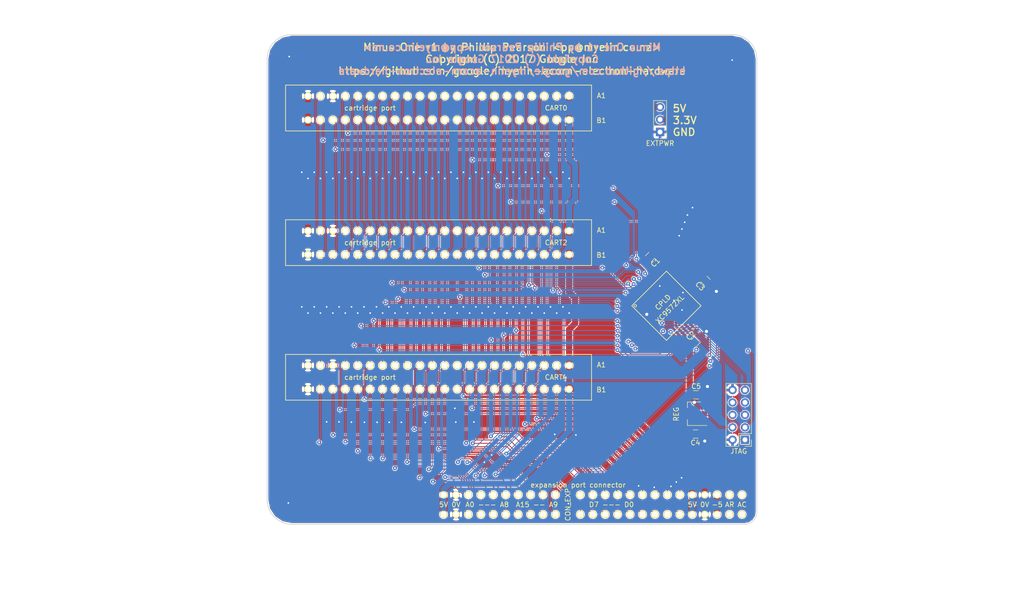
<source format=kicad_pcb>
(kicad_pcb (version 4) (host pcbnew 4.0.6)
  (layers (0 F.Cu signal) (31 B.Cu signal) (34 B.Paste user) (35 F.Paste user) (36 B.SilkS user) (37 F.SilkS user) (38 B.Mask user) (39 F.Mask user) (44 Edge.Cuts user))
  (net 0 "")
  (net 1 3V3)
  (net 2 GND)
  (net 3 5V)
  (net 4 cart0_nOE)
  (net 5 A10)
  (net 6 nRST)
  (net 7 D3)
  (net 8 RnW)
  (net 9 A11)
  (net 10 A8)
  (net 11 A9)
  (net 12 A13)
  (net 13 D7)
  (net 14 A12)
  (net 15 D6)
  (net 16 PHI0)
  (net 17 D5)
  (net 18 -5V)
  (net 19 D4)
  (net 20 cart_nOE2)
  (net 21 nRDY)
  (net 22 A7)
  (net 23 nNMI)
  (net 24 A6)
  (net 25 nIRQ)
  (net 26 A5)
  (net 27 cart_nINFC)
  (net 28 A4)
  (net 29 cart_nINFD)
  (net 30 A3)
  (net 31 cart_ROMQA)
  (net 32 A2)
  (net 33 16MHZ)
  (net 34 A1)
  (net 35 cart_nROMSTB)
  (net 36 A0)
  (net 37 SOUND_OUT)
  (net 38 D0)
  (net 39 D2)
  (net 40 ADIN)
  (net 41 D1)
  (net 42 cart2_nOE)
  (net 43 A15)
  (net 44 A14)
  (net 45 cpld_TDI)
  (net 46 cpld_TMS)
  (net 47 cpld_TCK)
  (net 48 cpld_TDO)
  (net 49 cart4_nOE)
  (net 50 GPIO1)
  (net 51 GPIO2)
  (net 52 GPIO3)
  (module Capacitors_SMD:C_0805_HandSoldering (layer F.Cu) (at 187.59 97.56 45)
    (fp_text reference C2 (at -0.015722 -1.506137 45) (layer F.SilkS))
    (fp_text value 100n)
    (pad 1 smd rect (at -1.25 0 45) (size 1.5 1.25) (layers F.Cu F.Paste F.Mask) (net 1 3V3))
    (pad 2 smd rect (at 1.25 0 45) (size 1.5 1.25) (layers F.Cu F.Paste F.Mask) (net 2 GND))
  )
  (module Capacitors_SMD:C_0805_HandSoldering (layer F.Cu) (at 189.55 85.28 315)
    (fp_text reference C3 (at -0.029864 1.59099 315) (layer F.SilkS))
    (fp_text value 100n)
    (pad 1 smd rect (at -1.25 0 315) (size 1.5 1.25) (layers F.Cu F.Paste F.Mask) (net 1 3V3))
    (pad 2 smd rect (at 1.25 0 315) (size 1.5 1.25) (layers F.Cu F.Paste F.Mask) (net 2 GND))
  )
  (module Capacitors_SMD:C_0805_HandSoldering (layer F.Cu) (at 187.5 116.59)
    (fp_text reference C4 (at -0.04 1.77) (layer F.SilkS))
    (fp_text value 1u)
    (pad 1 smd rect (at -1.25 0) (size 1.5 1.25) (layers F.Cu F.Paste F.Mask) (net 3 5V))
    (pad 2 smd rect (at 1.25 0) (size 1.5 1.25) (layers F.Cu F.Paste F.Mask) (net 2 GND))
  )
  (module Capacitors_SMD:C_0805_HandSoldering (layer F.Cu) (at 187.55 108.58)
    (fp_text reference C5 (at 0.06 -1.73) (layer F.SilkS))
    (fp_text value 1u)
    (pad 1 smd rect (at -1.25 0) (size 1.5 1.25) (layers F.Cu F.Paste F.Mask) (net 1 3V3))
    (pad 2 smd rect (at 1.25 0) (size 1.5 1.25) (layers F.Cu F.Paste F.Mask) (net 2 GND))
  )
  (module Pin_Headers:Pin_Header_Straight_2x05_Pitch2.54mm (layer F.Cu) (at 197.58 117.76 180)
    (fp_text reference JTAG (at 1.27 -2.33 180) (layer F.SilkS))
    (fp_text value jtag)
    (pad 1 thru_hole rect (at 0 0 180) (size 1.7 1.7) (drill 1) (layers *.Cu *.Mask) (net 47 cpld_TCK))
    (pad 2 thru_hole oval (at 2.54 0 180) (size 1.7 1.7) (drill 1) (layers *.Cu *.Mask) (net 2 GND))
    (pad 3 thru_hole oval (at 0 2.54 180) (size 1.7 1.7) (drill 1) (layers *.Cu *.Mask) (net 48 cpld_TDO))
    (pad 4 thru_hole oval (at 2.54 2.54 180) (size 1.7 1.7) (drill 1) (layers *.Cu *.Mask) (net 1 3V3))
    (pad 5 thru_hole oval (at 0 5.08 180) (size 1.7 1.7) (drill 1) (layers *.Cu *.Mask) (net 46 cpld_TMS))
    (pad 6 thru_hole oval (at 2.54 5.08 180) (size 1.7 1.7) (drill 1) (layers *.Cu *.Mask))
    (pad 7 thru_hole oval (at 0 7.62 180) (size 1.7 1.7) (drill 1) (layers *.Cu *.Mask))
    (pad 8 thru_hole oval (at 2.54 7.62 180) (size 1.7 1.7) (drill 1) (layers *.Cu *.Mask))
    (pad 9 thru_hole oval (at 0 10.16 180) (size 1.7 1.7) (drill 1) (layers *.Cu *.Mask) (net 45 cpld_TDI))
    (pad 10 thru_hole oval (at 2.54 10.16 180) (size 1.7 1.7) (drill 1) (layers *.Cu *.Mask) (net 2 GND))
  )
  (module TO_SOT_Packages_SMD:SOT89-3_Housing (layer F.Cu) (at 187.6 112.44 180)
    (fp_text reference REG (at 4.06 -0.09 270) (layer F.SilkS))
    (fp_text value MCP1700T-3302E/MB)
    (pad 1 smd rect (at -1.48 -1.5 90) (size 1 1.5) (layers F.Cu F.Paste F.Mask) (net 2 GND))
    (pad 2 smd rect (at -1.48 0 90) (size 1 1.5) (layers F.Cu F.Paste F.Mask) (net 3 5V))
    (pad 3 smd rect (at -1.48 1.5 90) (size 1 1.5) (layers F.Cu F.Paste F.Mask) (net 1 3V3))
    (pad 2 smd rect (at 1.48 0 90) (size 2 3) (layers F.Cu F.Paste F.Mask) (net 3 5V))
    (pad 2 smd trapezoid (at -0.37 0 270) (size 1.5 0.75) (rect_delta 0 0.5) (layers F.Cu F.Paste F.Mask) (net 3 5V))
  )
  (module myelin-kicad:acorn_electron_cartridge_socket (layer F.Cu) (at 135 50)
    (fp_text reference CART0 (at 24 0) (layer F.SilkS))
    (fp_text value "cartridge port" (at -14 0) (layer F.SilkS))
    (fp_text user A1 (at 33.242 -2.54) (layer F.SilkS))
    (fp_text user B1 (at 33.242 2.54) (layer F.SilkS))
    (pad A1 thru_hole circle (at 26.67 -2.4257) (size 1.524 1.524) (drill 1.016) (layers *.Cu *.Mask F.SilkS) (net 3 5V))
    (pad B1 thru_hole circle (at 26.67 2.4257) (size 1.524 1.524) (drill 1.016) (layers *.Cu *.Mask F.SilkS) (net 3 5V))
    (pad A2 thru_hole circle (at 24.13 -2.4257) (size 1.524 1.524) (drill 1.016) (layers *.Cu *.Mask F.SilkS) (net 4 cart0_nOE))
    (pad B2 thru_hole circle (at 24.13 2.4257) (size 1.524 1.524) (drill 1.016) (layers *.Cu *.Mask F.SilkS) (net 5 A10))
    (pad A3 thru_hole circle (at 21.59 -2.4257) (size 1.524 1.524) (drill 1.016) (layers *.Cu *.Mask F.SilkS) (net 6 nRST))
    (pad B3 thru_hole circle (at 21.59 2.4257) (size 1.524 1.524) (drill 1.016) (layers *.Cu *.Mask F.SilkS) (net 7 D3))
    (pad A4 thru_hole circle (at 19.05 -2.4257) (size 1.524 1.524) (drill 1.016) (layers *.Cu *.Mask F.SilkS) (net 8 RnW))
    (pad B4 thru_hole circle (at 19.05 2.4257) (size 1.524 1.524) (drill 1.016) (layers *.Cu *.Mask F.SilkS) (net 9 A11))
    (pad A5 thru_hole circle (at 16.51 -2.4257) (size 1.524 1.524) (drill 1.016) (layers *.Cu *.Mask F.SilkS) (net 10 A8))
    (pad B5 thru_hole circle (at 16.51 2.4257) (size 1.524 1.524) (drill 1.016) (layers *.Cu *.Mask F.SilkS) (net 11 A9))
    (pad A6 thru_hole circle (at 13.97 -2.4257) (size 1.524 1.524) (drill 1.016) (layers *.Cu *.Mask F.SilkS) (net 12 A13))
    (pad B6 thru_hole circle (at 13.97 2.4257) (size 1.524 1.524) (drill 1.016) (layers *.Cu *.Mask F.SilkS) (net 13 D7))
    (pad A7 thru_hole circle (at 11.43 -2.4257) (size 1.524 1.524) (drill 1.016) (layers *.Cu *.Mask F.SilkS) (net 14 A12))
    (pad B7 thru_hole circle (at 11.43 2.4257) (size 1.524 1.524) (drill 1.016) (layers *.Cu *.Mask F.SilkS) (net 15 D6))
    (pad A8 thru_hole circle (at 8.89 -2.4257) (size 1.524 1.524) (drill 1.016) (layers *.Cu *.Mask F.SilkS) (net 16 PHI0))
    (pad B8 thru_hole circle (at 8.89 2.4257) (size 1.524 1.524) (drill 1.016) (layers *.Cu *.Mask F.SilkS) (net 17 D5))
    (pad A9 thru_hole circle (at 6.35 -2.4257) (size 1.524 1.524) (drill 1.016) (layers *.Cu *.Mask F.SilkS) (net 18 -5V))
    (pad B9 thru_hole circle (at 6.35 2.4257) (size 1.524 1.524) (drill 1.016) (layers *.Cu *.Mask F.SilkS) (net 19 D4))
    (pad A10 thru_hole circle (at 3.81 -2.4257) (size 1.524 1.524) (drill 1.016) (layers *.Cu *.Mask F.SilkS))
    (pad B10 thru_hole circle (at 3.81 2.4257) (size 1.524 1.524) (drill 1.016) (layers *.Cu *.Mask F.SilkS) (net 20 cart_nOE2))
    (pad A11 thru_hole circle (at 1.27 -2.4257) (size 1.524 1.524) (drill 1.016) (layers *.Cu *.Mask F.SilkS) (net 21 nRDY))
    (pad B11 thru_hole circle (at 1.27 2.4257) (size 1.524 1.524) (drill 1.016) (layers *.Cu *.Mask F.SilkS) (net 22 A7))
    (pad A12 thru_hole circle (at -1.27 -2.4257) (size 1.524 1.524) (drill 1.016) (layers *.Cu *.Mask F.SilkS) (net 23 nNMI))
    (pad B12 thru_hole circle (at -1.27 2.4257) (size 1.524 1.524) (drill 1.016) (layers *.Cu *.Mask F.SilkS) (net 24 A6))
    (pad A13 thru_hole circle (at -3.81 -2.4257) (size 1.524 1.524) (drill 1.016) (layers *.Cu *.Mask F.SilkS) (net 25 nIRQ))
    (pad B13 thru_hole circle (at -3.81 2.4257) (size 1.524 1.524) (drill 1.016) (layers *.Cu *.Mask F.SilkS) (net 26 A5))
    (pad A14 thru_hole circle (at -6.35 -2.4257) (size 1.524 1.524) (drill 1.016) (layers *.Cu *.Mask F.SilkS) (net 27 cart_nINFC))
    (pad B14 thru_hole circle (at -6.35 2.4257) (size 1.524 1.524) (drill 1.016) (layers *.Cu *.Mask F.SilkS) (net 28 A4))
    (pad A15 thru_hole circle (at -8.89 -2.4257) (size 1.524 1.524) (drill 1.016) (layers *.Cu *.Mask F.SilkS) (net 29 cart_nINFD))
    (pad B15 thru_hole circle (at -8.89 2.4257) (size 1.524 1.524) (drill 1.016) (layers *.Cu *.Mask F.SilkS) (net 30 A3))
    (pad A16 thru_hole circle (at -11.43 -2.4257) (size 1.524 1.524) (drill 1.016) (layers *.Cu *.Mask F.SilkS) (net 31 cart_ROMQA))
    (pad B16 thru_hole circle (at -11.43 2.4257) (size 1.524 1.524) (drill 1.016) (layers *.Cu *.Mask F.SilkS) (net 32 A2))
    (pad A17 thru_hole circle (at -13.97 -2.4257) (size 1.524 1.524) (drill 1.016) (layers *.Cu *.Mask F.SilkS) (net 33 16MHZ))
    (pad B17 thru_hole circle (at -13.97 2.4257) (size 1.524 1.524) (drill 1.016) (layers *.Cu *.Mask F.SilkS) (net 34 A1))
    (pad A18 thru_hole circle (at -16.51 -2.4257) (size 1.524 1.524) (drill 1.016) (layers *.Cu *.Mask F.SilkS) (net 35 cart_nROMSTB))
    (pad B18 thru_hole circle (at -16.51 2.4257) (size 1.524 1.524) (drill 1.016) (layers *.Cu *.Mask F.SilkS) (net 36 A0))
    (pad A19 thru_hole circle (at -19.05 -2.4257) (size 1.524 1.524) (drill 1.016) (layers *.Cu *.Mask F.SilkS) (net 37 SOUND_OUT))
    (pad B19 thru_hole circle (at -19.05 2.4257) (size 1.524 1.524) (drill 1.016) (layers *.Cu *.Mask F.SilkS) (net 38 D0))
    (pad A20 thru_hole circle (at -21.59 -2.4257) (size 1.524 1.524) (drill 1.016) (layers *.Cu *.Mask F.SilkS) (net 2 GND))
    (pad B20 thru_hole circle (at -21.59 2.4257) (size 1.524 1.524) (drill 1.016) (layers *.Cu *.Mask F.SilkS) (net 39 D2))
    (pad A21 thru_hole circle (at -24.13 -2.4257) (size 1.524 1.524) (drill 1.016) (layers *.Cu *.Mask F.SilkS) (net 40 ADIN))
    (pad B21 thru_hole circle (at -24.13 2.4257) (size 1.524 1.524) (drill 1.016) (layers *.Cu *.Mask F.SilkS) (net 41 D1))
    (pad A22 thru_hole circle (at -26.67 -2.4257) (size 1.524 1.524) (drill 1.016) (layers *.Cu *.Mask F.SilkS) (net 2 GND))
    (pad B22 thru_hole circle (at -26.67 2.4257) (size 1.524 1.524) (drill 1.016) (layers *.Cu *.Mask F.SilkS) (net 2 GND))
  )
  (module myelin-kicad:acorn_electron_cartridge_socket (layer F.Cu) (at 135 77.5)
    (fp_text reference CART2 (at 24 0) (layer F.SilkS))
    (fp_text value "cartridge port" (at -14 0) (layer F.SilkS))
    (fp_text user A1 (at 33.242 -2.54) (layer F.SilkS))
    (fp_text user B1 (at 33.242 2.54) (layer F.SilkS))
    (pad A1 thru_hole circle (at 26.67 -2.4257) (size 1.524 1.524) (drill 1.016) (layers *.Cu *.Mask F.SilkS) (net 3 5V))
    (pad B1 thru_hole circle (at 26.67 2.4257) (size 1.524 1.524) (drill 1.016) (layers *.Cu *.Mask F.SilkS) (net 3 5V))
    (pad A2 thru_hole circle (at 24.13 -2.4257) (size 1.524 1.524) (drill 1.016) (layers *.Cu *.Mask F.SilkS) (net 42 cart2_nOE))
    (pad B2 thru_hole circle (at 24.13 2.4257) (size 1.524 1.524) (drill 1.016) (layers *.Cu *.Mask F.SilkS) (net 5 A10))
    (pad A3 thru_hole circle (at 21.59 -2.4257) (size 1.524 1.524) (drill 1.016) (layers *.Cu *.Mask F.SilkS) (net 6 nRST))
    (pad B3 thru_hole circle (at 21.59 2.4257) (size 1.524 1.524) (drill 1.016) (layers *.Cu *.Mask F.SilkS) (net 7 D3))
    (pad A4 thru_hole circle (at 19.05 -2.4257) (size 1.524 1.524) (drill 1.016) (layers *.Cu *.Mask F.SilkS) (net 8 RnW))
    (pad B4 thru_hole circle (at 19.05 2.4257) (size 1.524 1.524) (drill 1.016) (layers *.Cu *.Mask F.SilkS) (net 9 A11))
    (pad A5 thru_hole circle (at 16.51 -2.4257) (size 1.524 1.524) (drill 1.016) (layers *.Cu *.Mask F.SilkS) (net 10 A8))
    (pad B5 thru_hole circle (at 16.51 2.4257) (size 1.524 1.524) (drill 1.016) (layers *.Cu *.Mask F.SilkS) (net 11 A9))
    (pad A6 thru_hole circle (at 13.97 -2.4257) (size 1.524 1.524) (drill 1.016) (layers *.Cu *.Mask F.SilkS) (net 12 A13))
    (pad B6 thru_hole circle (at 13.97 2.4257) (size 1.524 1.524) (drill 1.016) (layers *.Cu *.Mask F.SilkS) (net 13 D7))
    (pad A7 thru_hole circle (at 11.43 -2.4257) (size 1.524 1.524) (drill 1.016) (layers *.Cu *.Mask F.SilkS) (net 14 A12))
    (pad B7 thru_hole circle (at 11.43 2.4257) (size 1.524 1.524) (drill 1.016) (layers *.Cu *.Mask F.SilkS) (net 15 D6))
    (pad A8 thru_hole circle (at 8.89 -2.4257) (size 1.524 1.524) (drill 1.016) (layers *.Cu *.Mask F.SilkS) (net 16 PHI0))
    (pad B8 thru_hole circle (at 8.89 2.4257) (size 1.524 1.524) (drill 1.016) (layers *.Cu *.Mask F.SilkS) (net 17 D5))
    (pad A9 thru_hole circle (at 6.35 -2.4257) (size 1.524 1.524) (drill 1.016) (layers *.Cu *.Mask F.SilkS) (net 18 -5V))
    (pad B9 thru_hole circle (at 6.35 2.4257) (size 1.524 1.524) (drill 1.016) (layers *.Cu *.Mask F.SilkS) (net 19 D4))
    (pad A10 thru_hole circle (at 3.81 -2.4257) (size 1.524 1.524) (drill 1.016) (layers *.Cu *.Mask F.SilkS))
    (pad B10 thru_hole circle (at 3.81 2.4257) (size 1.524 1.524) (drill 1.016) (layers *.Cu *.Mask F.SilkS) (net 20 cart_nOE2))
    (pad A11 thru_hole circle (at 1.27 -2.4257) (size 1.524 1.524) (drill 1.016) (layers *.Cu *.Mask F.SilkS) (net 21 nRDY))
    (pad B11 thru_hole circle (at 1.27 2.4257) (size 1.524 1.524) (drill 1.016) (layers *.Cu *.Mask F.SilkS) (net 22 A7))
    (pad A12 thru_hole circle (at -1.27 -2.4257) (size 1.524 1.524) (drill 1.016) (layers *.Cu *.Mask F.SilkS) (net 23 nNMI))
    (pad B12 thru_hole circle (at -1.27 2.4257) (size 1.524 1.524) (drill 1.016) (layers *.Cu *.Mask F.SilkS) (net 24 A6))
    (pad A13 thru_hole circle (at -3.81 -2.4257) (size 1.524 1.524) (drill 1.016) (layers *.Cu *.Mask F.SilkS) (net 25 nIRQ))
    (pad B13 thru_hole circle (at -3.81 2.4257) (size 1.524 1.524) (drill 1.016) (layers *.Cu *.Mask F.SilkS) (net 26 A5))
    (pad A14 thru_hole circle (at -6.35 -2.4257) (size 1.524 1.524) (drill 1.016) (layers *.Cu *.Mask F.SilkS) (net 27 cart_nINFC))
    (pad B14 thru_hole circle (at -6.35 2.4257) (size 1.524 1.524) (drill 1.016) (layers *.Cu *.Mask F.SilkS) (net 28 A4))
    (pad A15 thru_hole circle (at -8.89 -2.4257) (size 1.524 1.524) (drill 1.016) (layers *.Cu *.Mask F.SilkS) (net 29 cart_nINFD))
    (pad B15 thru_hole circle (at -8.89 2.4257) (size 1.524 1.524) (drill 1.016) (layers *.Cu *.Mask F.SilkS) (net 30 A3))
    (pad A16 thru_hole circle (at -11.43 -2.4257) (size 1.524 1.524) (drill 1.016) (layers *.Cu *.Mask F.SilkS) (net 31 cart_ROMQA))
    (pad B16 thru_hole circle (at -11.43 2.4257) (size 1.524 1.524) (drill 1.016) (layers *.Cu *.Mask F.SilkS) (net 32 A2))
    (pad A17 thru_hole circle (at -13.97 -2.4257) (size 1.524 1.524) (drill 1.016) (layers *.Cu *.Mask F.SilkS) (net 33 16MHZ))
    (pad B17 thru_hole circle (at -13.97 2.4257) (size 1.524 1.524) (drill 1.016) (layers *.Cu *.Mask F.SilkS) (net 34 A1))
    (pad A18 thru_hole circle (at -16.51 -2.4257) (size 1.524 1.524) (drill 1.016) (layers *.Cu *.Mask F.SilkS) (net 35 cart_nROMSTB))
    (pad B18 thru_hole circle (at -16.51 2.4257) (size 1.524 1.524) (drill 1.016) (layers *.Cu *.Mask F.SilkS) (net 36 A0))
    (pad A19 thru_hole circle (at -19.05 -2.4257) (size 1.524 1.524) (drill 1.016) (layers *.Cu *.Mask F.SilkS) (net 37 SOUND_OUT))
    (pad B19 thru_hole circle (at -19.05 2.4257) (size 1.524 1.524) (drill 1.016) (layers *.Cu *.Mask F.SilkS) (net 38 D0))
    (pad A20 thru_hole circle (at -21.59 -2.4257) (size 1.524 1.524) (drill 1.016) (layers *.Cu *.Mask F.SilkS) (net 2 GND))
    (pad B20 thru_hole circle (at -21.59 2.4257) (size 1.524 1.524) (drill 1.016) (layers *.Cu *.Mask F.SilkS) (net 39 D2))
    (pad A21 thru_hole circle (at -24.13 -2.4257) (size 1.524 1.524) (drill 1.016) (layers *.Cu *.Mask F.SilkS) (net 40 ADIN))
    (pad B21 thru_hole circle (at -24.13 2.4257) (size 1.524 1.524) (drill 1.016) (layers *.Cu *.Mask F.SilkS) (net 41 D1))
    (pad A22 thru_hole circle (at -26.67 -2.4257) (size 1.524 1.524) (drill 1.016) (layers *.Cu *.Mask F.SilkS) (net 2 GND))
    (pad B22 thru_hole circle (at -26.67 2.4257) (size 1.524 1.524) (drill 1.016) (layers *.Cu *.Mask F.SilkS) (net 2 GND))
  )
  (module myelin-kicad:acorn_electron_cartridge_socket (layer F.Cu) (at 135 105)
    (fp_text reference CART4 (at 24 0) (layer F.SilkS))
    (fp_text value "cartridge port" (at -14 0) (layer F.SilkS))
    (fp_text user A1 (at 33.242 -2.54) (layer F.SilkS))
    (fp_text user B1 (at 33.242 2.54) (layer F.SilkS))
    (pad A1 thru_hole circle (at 26.67 -2.4257) (size 1.524 1.524) (drill 1.016) (layers *.Cu *.Mask F.SilkS) (net 3 5V))
    (pad B1 thru_hole circle (at 26.67 2.4257) (size 1.524 1.524) (drill 1.016) (layers *.Cu *.Mask F.SilkS) (net 3 5V))
    (pad A2 thru_hole circle (at 24.13 -2.4257) (size 1.524 1.524) (drill 1.016) (layers *.Cu *.Mask F.SilkS) (net 49 cart4_nOE))
    (pad B2 thru_hole circle (at 24.13 2.4257) (size 1.524 1.524) (drill 1.016) (layers *.Cu *.Mask F.SilkS) (net 5 A10))
    (pad A3 thru_hole circle (at 21.59 -2.4257) (size 1.524 1.524) (drill 1.016) (layers *.Cu *.Mask F.SilkS) (net 6 nRST))
    (pad B3 thru_hole circle (at 21.59 2.4257) (size 1.524 1.524) (drill 1.016) (layers *.Cu *.Mask F.SilkS) (net 7 D3))
    (pad A4 thru_hole circle (at 19.05 -2.4257) (size 1.524 1.524) (drill 1.016) (layers *.Cu *.Mask F.SilkS) (net 8 RnW))
    (pad B4 thru_hole circle (at 19.05 2.4257) (size 1.524 1.524) (drill 1.016) (layers *.Cu *.Mask F.SilkS) (net 9 A11))
    (pad A5 thru_hole circle (at 16.51 -2.4257) (size 1.524 1.524) (drill 1.016) (layers *.Cu *.Mask F.SilkS) (net 10 A8))
    (pad B5 thru_hole circle (at 16.51 2.4257) (size 1.524 1.524) (drill 1.016) (layers *.Cu *.Mask F.SilkS) (net 11 A9))
    (pad A6 thru_hole circle (at 13.97 -2.4257) (size 1.524 1.524) (drill 1.016) (layers *.Cu *.Mask F.SilkS) (net 12 A13))
    (pad B6 thru_hole circle (at 13.97 2.4257) (size 1.524 1.524) (drill 1.016) (layers *.Cu *.Mask F.SilkS) (net 13 D7))
    (pad A7 thru_hole circle (at 11.43 -2.4257) (size 1.524 1.524) (drill 1.016) (layers *.Cu *.Mask F.SilkS) (net 14 A12))
    (pad B7 thru_hole circle (at 11.43 2.4257) (size 1.524 1.524) (drill 1.016) (layers *.Cu *.Mask F.SilkS) (net 15 D6))
    (pad A8 thru_hole circle (at 8.89 -2.4257) (size 1.524 1.524) (drill 1.016) (layers *.Cu *.Mask F.SilkS) (net 16 PHI0))
    (pad B8 thru_hole circle (at 8.89 2.4257) (size 1.524 1.524) (drill 1.016) (layers *.Cu *.Mask F.SilkS) (net 17 D5))
    (pad A9 thru_hole circle (at 6.35 -2.4257) (size 1.524 1.524) (drill 1.016) (layers *.Cu *.Mask F.SilkS) (net 18 -5V))
    (pad B9 thru_hole circle (at 6.35 2.4257) (size 1.524 1.524) (drill 1.016) (layers *.Cu *.Mask F.SilkS) (net 19 D4))
    (pad A10 thru_hole circle (at 3.81 -2.4257) (size 1.524 1.524) (drill 1.016) (layers *.Cu *.Mask F.SilkS))
    (pad B10 thru_hole circle (at 3.81 2.4257) (size 1.524 1.524) (drill 1.016) (layers *.Cu *.Mask F.SilkS) (net 20 cart_nOE2))
    (pad A11 thru_hole circle (at 1.27 -2.4257) (size 1.524 1.524) (drill 1.016) (layers *.Cu *.Mask F.SilkS) (net 21 nRDY))
    (pad B11 thru_hole circle (at 1.27 2.4257) (size 1.524 1.524) (drill 1.016) (layers *.Cu *.Mask F.SilkS) (net 22 A7))
    (pad A12 thru_hole circle (at -1.27 -2.4257) (size 1.524 1.524) (drill 1.016) (layers *.Cu *.Mask F.SilkS) (net 23 nNMI))
    (pad B12 thru_hole circle (at -1.27 2.4257) (size 1.524 1.524) (drill 1.016) (layers *.Cu *.Mask F.SilkS) (net 24 A6))
    (pad A13 thru_hole circle (at -3.81 -2.4257) (size 1.524 1.524) (drill 1.016) (layers *.Cu *.Mask F.SilkS) (net 25 nIRQ))
    (pad B13 thru_hole circle (at -3.81 2.4257) (size 1.524 1.524) (drill 1.016) (layers *.Cu *.Mask F.SilkS) (net 26 A5))
    (pad A14 thru_hole circle (at -6.35 -2.4257) (size 1.524 1.524) (drill 1.016) (layers *.Cu *.Mask F.SilkS) (net 27 cart_nINFC))
    (pad B14 thru_hole circle (at -6.35 2.4257) (size 1.524 1.524) (drill 1.016) (layers *.Cu *.Mask F.SilkS) (net 28 A4))
    (pad A15 thru_hole circle (at -8.89 -2.4257) (size 1.524 1.524) (drill 1.016) (layers *.Cu *.Mask F.SilkS) (net 29 cart_nINFD))
    (pad B15 thru_hole circle (at -8.89 2.4257) (size 1.524 1.524) (drill 1.016) (layers *.Cu *.Mask F.SilkS) (net 30 A3))
    (pad A16 thru_hole circle (at -11.43 -2.4257) (size 1.524 1.524) (drill 1.016) (layers *.Cu *.Mask F.SilkS) (net 31 cart_ROMQA))
    (pad B16 thru_hole circle (at -11.43 2.4257) (size 1.524 1.524) (drill 1.016) (layers *.Cu *.Mask F.SilkS) (net 32 A2))
    (pad A17 thru_hole circle (at -13.97 -2.4257) (size 1.524 1.524) (drill 1.016) (layers *.Cu *.Mask F.SilkS) (net 33 16MHZ))
    (pad B17 thru_hole circle (at -13.97 2.4257) (size 1.524 1.524) (drill 1.016) (layers *.Cu *.Mask F.SilkS) (net 34 A1))
    (pad A18 thru_hole circle (at -16.51 -2.4257) (size 1.524 1.524) (drill 1.016) (layers *.Cu *.Mask F.SilkS) (net 35 cart_nROMSTB))
    (pad B18 thru_hole circle (at -16.51 2.4257) (size 1.524 1.524) (drill 1.016) (layers *.Cu *.Mask F.SilkS) (net 36 A0))
    (pad A19 thru_hole circle (at -19.05 -2.4257) (size 1.524 1.524) (drill 1.016) (layers *.Cu *.Mask F.SilkS) (net 37 SOUND_OUT))
    (pad B19 thru_hole circle (at -19.05 2.4257) (size 1.524 1.524) (drill 1.016) (layers *.Cu *.Mask F.SilkS) (net 38 D0))
    (pad A20 thru_hole circle (at -21.59 -2.4257) (size 1.524 1.524) (drill 1.016) (layers *.Cu *.Mask F.SilkS) (net 2 GND))
    (pad B20 thru_hole circle (at -21.59 2.4257) (size 1.524 1.524) (drill 1.016) (layers *.Cu *.Mask F.SilkS) (net 39 D2))
    (pad A21 thru_hole circle (at -24.13 -2.4257) (size 1.524 1.524) (drill 1.016) (layers *.Cu *.Mask F.SilkS) (net 40 ADIN))
    (pad B21 thru_hole circle (at -24.13 2.4257) (size 1.524 1.524) (drill 1.016) (layers *.Cu *.Mask F.SilkS) (net 41 D1))
    (pad A22 thru_hole circle (at -26.67 -2.4257) (size 1.524 1.524) (drill 1.016) (layers *.Cu *.Mask F.SilkS) (net 2 GND))
    (pad B22 thru_hole circle (at -26.67 2.4257) (size 1.524 1.524) (drill 1.016) (layers *.Cu *.Mask F.SilkS) (net 2 GND))
  )
  (module Pin_Headers:Pin_Header_Straight_1x03_Pitch2.54mm (layer F.Cu) (at 180.24 54.89 180)
    (fp_text reference EXTPWR (at 0 -2.33 180) (layer F.SilkS))
    (fp_text value "ext pwr")
    (pad 1 thru_hole rect (at 0 0 180) (size 1.7 1.7) (drill 1) (layers *.Cu *.Mask) (net 2 GND))
    (pad 2 thru_hole oval (at 0 2.54 180) (size 1.7 1.7) (drill 1) (layers *.Cu *.Mask) (net 1 3V3))
    (pad 3 thru_hole oval (at 0 5.08 180) (size 1.7 1.7) (drill 1) (layers *.Cu *.Mask) (net 3 5V))
  )
  (module myelin-kicad:via_zigzag_1x44_2.54mm (layer F.Cu) (at 135 91.25)
    (fp_text reference staple2 hide)
    (fp_text value "" hide)
    (pad 1 thru_hole circle (at -27.94 -0.635) (size 0.8128 0.8128) (drill 0.3302) (layers *.Cu) (net 2 GND))
    (pad 2 thru_hole circle (at -26.67 0.635) (size 0.8128 0.8128) (drill 0.3302) (layers *.Cu) (net 2 GND))
    (pad 3 thru_hole circle (at -25.4 -0.635) (size 0.8128 0.8128) (drill 0.3302) (layers *.Cu) (net 2 GND))
    (pad 4 thru_hole circle (at -24.13 0.635) (size 0.8128 0.8128) (drill 0.3302) (layers *.Cu) (net 2 GND))
    (pad 5 thru_hole circle (at -22.86 -0.635) (size 0.8128 0.8128) (drill 0.3302) (layers *.Cu) (net 2 GND))
    (pad 6 thru_hole circle (at -21.59 0.635) (size 0.8128 0.8128) (drill 0.3302) (layers *.Cu) (net 2 GND))
    (pad 7 thru_hole circle (at -20.32 -0.635) (size 0.8128 0.8128) (drill 0.3302) (layers *.Cu) (net 2 GND))
    (pad 8 thru_hole circle (at -19.05 0.635) (size 0.8128 0.8128) (drill 0.3302) (layers *.Cu) (net 2 GND))
    (pad 9 thru_hole circle (at -17.78 -0.635) (size 0.8128 0.8128) (drill 0.3302) (layers *.Cu) (net 2 GND))
    (pad 10 thru_hole circle (at -16.51 0.635) (size 0.8128 0.8128) (drill 0.3302) (layers *.Cu) (net 2 GND))
    (pad 11 thru_hole circle (at -15.24 -0.635) (size 0.8128 0.8128) (drill 0.3302) (layers *.Cu) (net 2 GND))
    (pad 12 thru_hole circle (at -13.97 0.635) (size 0.8128 0.8128) (drill 0.3302) (layers *.Cu) (net 2 GND))
    (pad 13 thru_hole circle (at -12.7 -0.635) (size 0.8128 0.8128) (drill 0.3302) (layers *.Cu) (net 2 GND))
    (pad 14 thru_hole circle (at -11.43 0.635) (size 0.8128 0.8128) (drill 0.3302) (layers *.Cu) (net 2 GND))
    (pad 15 thru_hole circle (at -10.16 -0.635) (size 0.8128 0.8128) (drill 0.3302) (layers *.Cu) (net 2 GND))
    (pad 16 thru_hole circle (at -8.89 0.635) (size 0.8128 0.8128) (drill 0.3302) (layers *.Cu) (net 2 GND))
    (pad 17 thru_hole circle (at -7.62 -0.635) (size 0.8128 0.8128) (drill 0.3302) (layers *.Cu) (net 2 GND))
    (pad 18 thru_hole circle (at -6.35 0.635) (size 0.8128 0.8128) (drill 0.3302) (layers *.Cu) (net 2 GND))
    (pad 19 thru_hole circle (at -5.08 -0.635) (size 0.8128 0.8128) (drill 0.3302) (layers *.Cu) (net 2 GND))
    (pad 20 thru_hole circle (at -3.81 0.635) (size 0.8128 0.8128) (drill 0.3302) (layers *.Cu) (net 2 GND))
    (pad 21 thru_hole circle (at -2.54 -0.635) (size 0.8128 0.8128) (drill 0.3302) (layers *.Cu) (net 2 GND))
    (pad 22 thru_hole circle (at -1.27 0.635) (size 0.8128 0.8128) (drill 0.3302) (layers *.Cu) (net 2 GND))
    (pad 23 thru_hole circle (at 0 -0.635) (size 0.8128 0.8128) (drill 0.3302) (layers *.Cu) (net 2 GND))
    (pad 24 thru_hole circle (at 1.27 0.635) (size 0.8128 0.8128) (drill 0.3302) (layers *.Cu) (net 2 GND))
    (pad 25 thru_hole circle (at 2.54 -0.635) (size 0.8128 0.8128) (drill 0.3302) (layers *.Cu) (net 2 GND))
    (pad 26 thru_hole circle (at 3.81 0.635) (size 0.8128 0.8128) (drill 0.3302) (layers *.Cu) (net 2 GND))
    (pad 27 thru_hole circle (at 5.08 -0.635) (size 0.8128 0.8128) (drill 0.3302) (layers *.Cu) (net 2 GND))
    (pad 28 thru_hole circle (at 6.35 0.635) (size 0.8128 0.8128) (drill 0.3302) (layers *.Cu) (net 2 GND))
    (pad 29 thru_hole circle (at 7.62 -0.635) (size 0.8128 0.8128) (drill 0.3302) (layers *.Cu) (net 2 GND))
    (pad 30 thru_hole circle (at 8.89 0.635) (size 0.8128 0.8128) (drill 0.3302) (layers *.Cu) (net 2 GND))
    (pad 31 thru_hole circle (at 10.16 -0.635) (size 0.8128 0.8128) (drill 0.3302) (layers *.Cu) (net 2 GND))
    (pad 32 thru_hole circle (at 11.43 0.635) (size 0.8128 0.8128) (drill 0.3302) (layers *.Cu) (net 2 GND))
    (pad 33 thru_hole circle (at 12.7 -0.635) (size 0.8128 0.8128) (drill 0.3302) (layers *.Cu) (net 2 GND))
    (pad 34 thru_hole circle (at 13.97 0.635) (size 0.8128 0.8128) (drill 0.3302) (layers *.Cu) (net 2 GND))
    (pad 35 thru_hole circle (at 15.24 -0.635) (size 0.8128 0.8128) (drill 0.3302) (layers *.Cu) (net 2 GND))
    (pad 36 thru_hole circle (at 16.51 0.635) (size 0.8128 0.8128) (drill 0.3302) (layers *.Cu) (net 2 GND))
    (pad 37 thru_hole circle (at 17.78 -0.635) (size 0.8128 0.8128) (drill 0.3302) (layers *.Cu) (net 2 GND))
    (pad 38 thru_hole circle (at 19.05 0.635) (size 0.8128 0.8128) (drill 0.3302) (layers *.Cu) (net 2 GND))
    (pad 39 thru_hole circle (at 20.32 -0.635) (size 0.8128 0.8128) (drill 0.3302) (layers *.Cu) (net 2 GND))
    (pad 40 thru_hole circle (at 21.59 0.635) (size 0.8128 0.8128) (drill 0.3302) (layers *.Cu) (net 2 GND))
    (pad 41 thru_hole circle (at 22.86 -0.635) (size 0.8128 0.8128) (drill 0.3302) (layers *.Cu) (net 2 GND))
    (pad 42 thru_hole circle (at 24.13 0.635) (size 0.8128 0.8128) (drill 0.3302) (layers *.Cu) (net 2 GND))
    (pad 43 thru_hole circle (at 25.4 -0.635) (size 0.8128 0.8128) (drill 0.3302) (layers *.Cu) (net 2 GND))
    (pad 44 thru_hole circle (at 26.67 0.635) (size 0.8128 0.8128) (drill 0.3302) (layers *.Cu) (net 2 GND))
  )
  (module myelin-kicad:via_zigzag_1x44_2.54mm (layer F.Cu) (at 135 63.75)
    (fp_text reference staple1 hide)
    (fp_text value "" hide)
    (pad 1 thru_hole circle (at -27.94 -0.635) (size 0.8128 0.8128) (drill 0.3302) (layers *.Cu) (net 2 GND))
    (pad 2 thru_hole circle (at -26.67 0.635) (size 0.8128 0.8128) (drill 0.3302) (layers *.Cu) (net 2 GND))
    (pad 3 thru_hole circle (at -25.4 -0.635) (size 0.8128 0.8128) (drill 0.3302) (layers *.Cu) (net 2 GND))
    (pad 4 thru_hole circle (at -24.13 0.635) (size 0.8128 0.8128) (drill 0.3302) (layers *.Cu) (net 2 GND))
    (pad 5 thru_hole circle (at -22.86 -0.635) (size 0.8128 0.8128) (drill 0.3302) (layers *.Cu) (net 2 GND))
    (pad 6 thru_hole circle (at -21.59 0.635) (size 0.8128 0.8128) (drill 0.3302) (layers *.Cu) (net 2 GND))
    (pad 7 thru_hole circle (at -20.32 -0.635) (size 0.8128 0.8128) (drill 0.3302) (layers *.Cu) (net 2 GND))
    (pad 8 thru_hole circle (at -19.05 0.635) (size 0.8128 0.8128) (drill 0.3302) (layers *.Cu) (net 2 GND))
    (pad 9 thru_hole circle (at -17.78 -0.635) (size 0.8128 0.8128) (drill 0.3302) (layers *.Cu) (net 2 GND))
    (pad 10 thru_hole circle (at -16.51 0.635) (size 0.8128 0.8128) (drill 0.3302) (layers *.Cu) (net 2 GND))
    (pad 11 thru_hole circle (at -15.24 -0.635) (size 0.8128 0.8128) (drill 0.3302) (layers *.Cu) (net 2 GND))
    (pad 12 thru_hole circle (at -13.97 0.635) (size 0.8128 0.8128) (drill 0.3302) (layers *.Cu) (net 2 GND))
    (pad 13 thru_hole circle (at -12.7 -0.635) (size 0.8128 0.8128) (drill 0.3302) (layers *.Cu) (net 2 GND))
    (pad 14 thru_hole circle (at -11.43 0.635) (size 0.8128 0.8128) (drill 0.3302) (layers *.Cu) (net 2 GND))
    (pad 15 thru_hole circle (at -10.16 -0.635) (size 0.8128 0.8128) (drill 0.3302) (layers *.Cu) (net 2 GND))
    (pad 16 thru_hole circle (at -8.89 0.635) (size 0.8128 0.8128) (drill 0.3302) (layers *.Cu) (net 2 GND))
    (pad 17 thru_hole circle (at -7.62 -0.635) (size 0.8128 0.8128) (drill 0.3302) (layers *.Cu) (net 2 GND))
    (pad 18 thru_hole circle (at -6.35 0.635) (size 0.8128 0.8128) (drill 0.3302) (layers *.Cu) (net 2 GND))
    (pad 19 thru_hole circle (at -5.08 -0.635) (size 0.8128 0.8128) (drill 0.3302) (layers *.Cu) (net 2 GND))
    (pad 20 thru_hole circle (at -3.81 0.635) (size 0.8128 0.8128) (drill 0.3302) (layers *.Cu) (net 2 GND))
    (pad 21 thru_hole circle (at -2.54 -0.635) (size 0.8128 0.8128) (drill 0.3302) (layers *.Cu) (net 2 GND))
    (pad 22 thru_hole circle (at -1.27 0.635) (size 0.8128 0.8128) (drill 0.3302) (layers *.Cu) (net 2 GND))
    (pad 23 thru_hole circle (at 0 -0.635) (size 0.8128 0.8128) (drill 0.3302) (layers *.Cu) (net 2 GND))
    (pad 24 thru_hole circle (at 1.27 0.635) (size 0.8128 0.8128) (drill 0.3302) (layers *.Cu) (net 2 GND))
    (pad 25 thru_hole circle (at 2.54 -0.635) (size 0.8128 0.8128) (drill 0.3302) (layers *.Cu) (net 2 GND))
    (pad 26 thru_hole circle (at 3.81 0.635) (size 0.8128 0.8128) (drill 0.3302) (layers *.Cu) (net 2 GND))
    (pad 27 thru_hole circle (at 5.08 -0.635) (size 0.8128 0.8128) (drill 0.3302) (layers *.Cu) (net 2 GND))
    (pad 28 thru_hole circle (at 6.35 0.635) (size 0.8128 0.8128) (drill 0.3302) (layers *.Cu) (net 2 GND))
    (pad 29 thru_hole circle (at 7.62 -0.635) (size 0.8128 0.8128) (drill 0.3302) (layers *.Cu) (net 2 GND))
    (pad 30 thru_hole circle (at 8.89 0.635) (size 0.8128 0.8128) (drill 0.3302) (layers *.Cu) (net 2 GND))
    (pad 31 thru_hole circle (at 10.16 -0.635) (size 0.8128 0.8128) (drill 0.3302) (layers *.Cu) (net 2 GND))
    (pad 32 thru_hole circle (at 11.43 0.635) (size 0.8128 0.8128) (drill 0.3302) (layers *.Cu) (net 2 GND))
    (pad 33 thru_hole circle (at 12.7 -0.635) (size 0.8128 0.8128) (drill 0.3302) (layers *.Cu) (net 2 GND))
    (pad 34 thru_hole circle (at 13.97 0.635) (size 0.8128 0.8128) (drill 0.3302) (layers *.Cu) (net 2 GND))
    (pad 35 thru_hole circle (at 15.24 -0.635) (size 0.8128 0.8128) (drill 0.3302) (layers *.Cu) (net 2 GND))
    (pad 36 thru_hole circle (at 16.51 0.635) (size 0.8128 0.8128) (drill 0.3302) (layers *.Cu) (net 2 GND))
    (pad 37 thru_hole circle (at 17.78 -0.635) (size 0.8128 0.8128) (drill 0.3302) (layers *.Cu) (net 2 GND))
    (pad 38 thru_hole circle (at 19.05 0.635) (size 0.8128 0.8128) (drill 0.3302) (layers *.Cu) (net 2 GND))
    (pad 39 thru_hole circle (at 20.32 -0.635) (size 0.8128 0.8128) (drill 0.3302) (layers *.Cu) (net 2 GND))
    (pad 40 thru_hole circle (at 21.59 0.635) (size 0.8128 0.8128) (drill 0.3302) (layers *.Cu) (net 2 GND))
    (pad 41 thru_hole circle (at 22.86 -0.635) (size 0.8128 0.8128) (drill 0.3302) (layers *.Cu) (net 2 GND))
    (pad 42 thru_hole circle (at 24.13 0.635) (size 0.8128 0.8128) (drill 0.3302) (layers *.Cu) (net 2 GND))
    (pad 43 thru_hole circle (at 25.4 -0.635) (size 0.8128 0.8128) (drill 0.3302) (layers *.Cu) (net 2 GND))
    (pad 44 thru_hole circle (at 26.67 0.635) (size 0.8128 0.8128) (drill 0.3302) (layers *.Cu) (net 2 GND))
  )
  (module Capacitors_SMD:C_0805_HandSoldering (layer F.Cu) (at 178.2 80.44 45)
    (fp_text reference C1 (at -0.028284 1.569777 45) (layer F.SilkS))
    (fp_text value 100n)
    (pad 1 smd rect (at -1.25 0 45) (size 1.5 1.25) (layers F.Cu F.Paste F.Mask) (net 1 3V3))
    (pad 2 smd rect (at 1.25 0 45) (size 1.5 1.25) (layers F.Cu F.Paste F.Mask) (net 2 GND))
  )
  (module myelin-kicad:via_single (layer F.Cu) (at 119.86 114.18)
    (fp_text reference staple_single24 hide)
    (fp_text value "" hide)
    (pad 1 thru_hole circle (at 0 0) (size 0.8128 0.8128) (drill 0.3302) (layers *.Cu) (net 2 GND))
  )
  (module myelin-kicad:via_single (layer F.Cu) (at 122.45 114.19)
    (fp_text reference staple_single23 hide)
    (fp_text value "" hide)
    (pad 1 thru_hole circle (at 0 0) (size 0.8128 0.8128) (drill 0.3302) (layers *.Cu) (net 2 GND))
  )
  (module myelin-kicad:via_single (layer F.Cu) (at 124.92 114.19)
    (fp_text reference staple_single22 hide)
    (fp_text value "" hide)
    (pad 1 thru_hole circle (at 0 0) (size 0.8128 0.8128) (drill 0.3302) (layers *.Cu) (net 2 GND))
  )
  (module myelin-kicad:via_single (layer F.Cu) (at 127.4 114.19)
    (fp_text reference staple_single21 hide)
    (fp_text value "" hide)
    (pad 1 thru_hole circle (at 0 0) (size 0.8128 0.8128) (drill 0.3302) (layers *.Cu) (net 2 GND))
  )
  (module myelin-kicad:via_single (layer F.Cu) (at 132.28 114.23)
    (fp_text reference staple_single20 hide)
    (fp_text value "" hide)
    (pad 1 thru_hole circle (at 0 0) (size 0.8128 0.8128) (drill 0.3302) (layers *.Cu) (net 2 GND))
  )
  (module myelin-kicad:via_single (layer F.Cu) (at 138.52 114.16)
    (fp_text reference staple_single19 hide)
    (fp_text value "" hide)
    (pad 1 thru_hole circle (at 0 0) (size 0.8128 0.8128) (drill 0.3302) (layers *.Cu) (net 2 GND))
  )
  (module myelin-kicad:via_single (layer F.Cu) (at 138.33 111.34)
    (fp_text reference staple_single18 hide)
    (fp_text value "" hide)
    (pad 1 thru_hole circle (at 0 0) (size 0.8128 0.8128) (drill 0.3302) (layers *.Cu) (net 2 GND))
  )
  (module myelin-kicad:via_single (layer F.Cu) (at 142.22 114.14)
    (fp_text reference staple_single17 hide)
    (fp_text value "" hide)
    (pad 1 thru_hole circle (at 0 0) (size 0.8128 0.8128) (drill 0.3302) (layers *.Cu) (net 2 GND))
  )
  (module myelin-kicad:via_single (layer F.Cu) (at 117.2 114.16)
    (fp_text reference staple_single16 hide)
    (fp_text value "" hide)
    (pad 1 thru_hole circle (at 0 0) (size 0.8128 0.8128) (drill 0.3302) (layers *.Cu) (net 2 GND))
  )
  (module myelin-kicad:via_single (layer F.Cu) (at 114.67 114.1)
    (fp_text reference staple_single15 hide)
    (fp_text value "" hide)
    (pad 1 thru_hole circle (at 0 0) (size 0.8128 0.8128) (drill 0.3302) (layers *.Cu) (net 2 GND))
  )
  (module myelin-kicad:via_single (layer F.Cu) (at 112.14 114.1)
    (fp_text reference staple_single14 hide)
    (fp_text value "" hide)
    (pad 1 thru_hole circle (at 0 0) (size 0.8128 0.8128) (drill 0.3302) (layers *.Cu) (net 2 GND))
  )
  (module myelin-kicad:via_single (layer F.Cu) (at 161.52 130.78)
    (fp_text reference staple_single13 hide)
    (fp_text value "" hide)
    (pad 1 thru_hole circle (at 0 0) (size 0.8128 0.8128) (drill 0.3302) (layers *.Cu) (net 2 GND))
  )
  (module myelin-kicad:via_single (layer F.Cu) (at 194.96 40.21)
    (fp_text reference staple_single12 hide)
    (fp_text value "" hide)
    (pad 1 thru_hole circle (at 0 0) (size 0.8128 0.8128) (drill 0.3302) (layers *.Cu) (net 2 GND))
  )
  (module myelin-kicad:via_single (layer F.Cu) (at 104.5 39.49)
    (fp_text reference staple_single11 hide)
    (fp_text value "" hide)
    (pad 1 thru_hole circle (at 0 0) (size 0.8128 0.8128) (drill 0.3302) (layers *.Cu) (net 2 GND))
  )
  (module myelin-kicad:via_single (layer F.Cu) (at 104.32 130.67)
    (fp_text reference staple_single10 hide)
    (fp_text value "" hide)
    (pad 1 thru_hole circle (at 0 0) (size 0.8128 0.8128) (drill 0.3302) (layers *.Cu) (net 2 GND))
  )
  (module myelin-kicad:via_single (layer F.Cu) (at 185.82 71.86)
    (fp_text reference staple_single9 hide)
    (fp_text value "" hide)
    (pad 1 thru_hole circle (at 0 0) (size 0.8128 0.8128) (drill 0.3302) (layers *.Cu) (net 2 GND))
  )
  (module myelin-kicad:via_single (layer F.Cu) (at 185.27 73.34)
    (fp_text reference staple_single8 hide)
    (fp_text value "" hide)
    (pad 1 thru_hole circle (at 0 0) (size 0.8128 0.8128) (drill 0.3302) (layers *.Cu) (net 2 GND))
  )
  (module myelin-kicad:via_single (layer F.Cu) (at 184.7 74.72)
    (fp_text reference staple_single7 hide)
    (fp_text value "" hide)
    (pad 1 thru_hole circle (at 0 0) (size 0.8128 0.8128) (drill 0.3302) (layers *.Cu) (net 2 GND))
  )
  (module myelin-kicad:via_single (layer F.Cu) (at 184.14 76.09)
    (fp_text reference staple_single6 hide)
    (fp_text value "" hide)
    (pad 1 thru_hole circle (at 0 0) (size 0.8128 0.8128) (drill 0.3302) (layers *.Cu) (net 2 GND))
  )
  (module myelin-kicad:via_single (layer F.Cu) (at 184.64 125.53)
    (fp_text reference staple_single5 hide)
    (fp_text value "" hide)
    (pad 1 thru_hole circle (at 0 0) (size 0.8128 0.8128) (drill 0.3302) (layers *.Cu) (net 2 GND))
  )
  (module myelin-kicad:via_single (layer F.Cu) (at 175.86 127.17)
    (fp_text reference staple_single4 hide)
    (fp_text value "" hide)
    (pad 1 thru_hole circle (at 0 0) (size 0.8128 0.8128) (drill 0.3302) (layers *.Cu) (net 2 GND))
  )
  (module myelin-kicad:via_single (layer F.Cu) (at 179.05 127.47)
    (fp_text reference staple_single3 hide)
    (fp_text value "" hide)
    (pad 1 thru_hole circle (at 0 0) (size 0.8128 0.8128) (drill 0.3302) (layers *.Cu) (net 2 GND))
  )
  (module myelin-kicad:via_single (layer F.Cu) (at 182.46 127.28)
    (fp_text reference staple_single2 hide)
    (fp_text value "" hide)
    (pad 1 thru_hole circle (at 0 0) (size 0.8128 0.8128) (drill 0.3302) (layers *.Cu) (net 2 GND))
  )
  (module myelin-kicad:via_single (layer F.Cu) (at 183.56 126.39)
    (fp_text reference staple_single1 hide)
    (fp_text value "" hide)
    (pad 1 thru_hole circle (at 0 0) (size 0.8128 0.8128) (drill 0.3302) (layers *.Cu) (net 2 GND))
  )
  (module myelin-kicad:via_single (layer F.Cu) (at 180.18 86.35)
    (fp_text reference staple_single25 hide)
    (fp_text value "" hide)
    (pad 1 thru_hole circle (at 0 0) (size 0.8128 0.8128) (drill 0.3302) (layers *.Cu) (net 2 GND))
  )
  (module myelin-kicad:via_single (layer F.Cu) (at 183.07 89.3)
    (fp_text reference staple_single26 hide)
    (fp_text value "" hide)
    (pad 1 thru_hole circle (at 0 0) (size 0.8128 0.8128) (drill 0.3302) (layers *.Cu) (net 2 GND))
  )
  (module myelin-kicad:via_single (layer F.Cu) (at 184.73 91.25)
    (fp_text reference staple_single27 hide)
    (fp_text value "" hide)
    (pad 1 thru_hole circle (at 0 0) (size 0.8128 0.8128) (drill 0.3302) (layers *.Cu) (net 2 GND))
  )
  (module myelin-kicad:via_single (layer F.Cu) (at 186.86 70.35)
    (fp_text reference staple_single28 hide)
    (fp_text value "" hide)
    (pad 1 thru_hole circle (at 0 0) (size 0.8128 0.8128) (drill 0.3302) (layers *.Cu) (net 2 GND))
  )
  (module myelin-kicad:via_single (layer F.Cu) (at 184.91 87.7)
    (fp_text reference staple_single29 hide)
    (fp_text value "" hide)
    (pad 1 thru_hole circle (at 0 0) (size 0.8128 0.8128) (drill 0.3302) (layers *.Cu) (net 2 GND))
  )
  (module myelin-kicad:via_single (layer F.Cu) (at 163.05 116.78)
    (fp_text reference staple_single30 hide)
    (fp_text value "" hide)
    (pad 1 thru_hole circle (at 0 0) (size 0.8128 0.8128) (drill 0.3302) (layers *.Cu) (net 2 GND))
  )
  (module myelin-kicad:via_single (layer F.Cu) (at 158.73 116.65)
    (fp_text reference staple_single31 hide)
    (fp_text value "" hide)
    (pad 1 thru_hole circle (at 0 0) (size 0.8128 0.8128) (drill 0.3302) (layers *.Cu) (net 2 GND))
  )
  (module myelin-kicad:via_single (layer F.Cu) (at 145.84 120.85)
    (fp_text reference staple_single32 hide)
    (fp_text value "" hide)
    (pad 1 thru_hole circle (at 0 0) (size 0.8128 0.8128) (drill 0.3302) (layers *.Cu) (net 2 GND))
  )
  (module myelin-kicad:via_single (layer F.Cu) (at 144.35 122.34)
    (fp_text reference staple_single33 hide)
    (fp_text value "" hide)
    (pad 1 thru_hole circle (at 0 0) (size 0.8128 0.8128) (drill 0.3302) (layers *.Cu) (net 2 GND))
  )
  (module myelin-kicad:acorn_electron_48pin_expansion_connector (layer F.Cu) (at 150 130 180)
    (fp_text reference CON_EXP (at -11.42 -1 270) (layer F.SilkS))
    (fp_text value "expansion port connector" (at -13.5 3 180) (layer F.SilkS))
    (fp_text user AR (at -44.45 -1 180) (layer F.SilkS))
    (fp_text user 5V (at 13.97 -1 180) (layer F.SilkS))
    (fp_text user "A0 --- A8" (at 5.08 -1 180) (layer F.SilkS))
    (fp_text user 5V (at -36.83 -1 180) (layer F.SilkS))
    (fp_text user -5 (at -41.91 -1 180) (layer F.SilkS))
    (fp_text user "A15 -- A9" (at -5.08 -1 180) (layer F.SilkS))
    (fp_text user "D7 --- D0" (at -20.31 -1 180) (layer F.SilkS))
    (fp_text user 0V (at -39.36 -1 180) (layer F.SilkS))
    (fp_text user AC (at -46.99 -1 180) (layer F.SilkS))
    (fp_text user 0V (at 11.43 -1 180) (layer F.SilkS))
    (pad 1 thru_hole circle (at -46.98 -3 180) (size 1.524 1.524) (drill 1.016) (layers *.Cu *.Mask F.SilkS))
    (pad 2 thru_hole circle (at -46.98 1 180) (size 1.524 1.524) (drill 1.016) (layers *.Cu *.Mask F.SilkS))
    (pad 3 thru_hole circle (at -44.44 -3 180) (size 1.524 1.524) (drill 1.016) (layers *.Cu *.Mask F.SilkS))
    (pad 4 thru_hole circle (at -44.44 1 180) (size 1.524 1.524) (drill 1.016) (layers *.Cu *.Mask F.SilkS))
    (pad 5 thru_hole circle (at -41.9 -3 180) (size 1.524 1.524) (drill 1.016) (layers *.Cu *.Mask F.SilkS) (net 18 -5V))
    (pad 6 thru_hole circle (at -41.9 1 180) (size 1.524 1.524) (drill 1.016) (layers *.Cu *.Mask F.SilkS) (net 18 -5V))
    (pad 7 thru_hole circle (at -39.36 -3 180) (size 1.524 1.524) (drill 1.016) (layers *.Cu *.Mask F.SilkS) (net 2 GND))
    (pad 8 thru_hole circle (at -39.36 1 180) (size 1.524 1.524) (drill 1.016) (layers *.Cu *.Mask F.SilkS) (net 2 GND))
    (pad 9 thru_hole circle (at -36.82 -3 180) (size 1.524 1.524) (drill 1.016) (layers *.Cu *.Mask F.SilkS) (net 3 5V))
    (pad 10 thru_hole circle (at -36.82 1 180) (size 1.524 1.524) (drill 1.016) (layers *.Cu *.Mask F.SilkS) (net 3 5V))
    (pad 11 thru_hole circle (at -34.28 -3 180) (size 1.524 1.524) (drill 1.016) (layers *.Cu *.Mask F.SilkS) (net 37 SOUND_OUT))
    (pad 12 thru_hole circle (at -34.28 1 180) (size 1.524 1.524) (drill 1.016) (layers *.Cu *.Mask F.SilkS) (net 33 16MHZ))
    (pad 13 thru_hole circle (at -31.74 -3 180) (size 1.524 1.524) (drill 1.016) (layers *.Cu *.Mask F.SilkS))
    (pad 14 thru_hole circle (at -31.74 1 180) (size 1.524 1.524) (drill 1.016) (layers *.Cu *.Mask F.SilkS) (net 16 PHI0))
    (pad 15 thru_hole circle (at -29.2 -3 180) (size 1.524 1.524) (drill 1.016) (layers *.Cu *.Mask F.SilkS) (net 6 nRST))
    (pad 16 thru_hole circle (at -29.2 1 180) (size 1.524 1.524) (drill 1.016) (layers *.Cu *.Mask F.SilkS) (net 23 nNMI))
    (pad 17 thru_hole circle (at -26.66 -3 180) (size 1.524 1.524) (drill 1.016) (layers *.Cu *.Mask F.SilkS) (net 25 nIRQ))
    (pad 18 thru_hole circle (at -26.66 1 180) (size 1.524 1.524) (drill 1.016) (layers *.Cu *.Mask F.SilkS) (net 8 RnW))
    (pad 19 thru_hole circle (at -24.12 -3 180) (size 1.524 1.524) (drill 1.016) (layers *.Cu *.Mask F.SilkS) (net 13 D7))
    (pad 20 thru_hole circle (at -24.12 1 180) (size 1.524 1.524) (drill 1.016) (layers *.Cu *.Mask F.SilkS) (net 15 D6))
    (pad 21 thru_hole circle (at -21.58 -3 180) (size 1.524 1.524) (drill 1.016) (layers *.Cu *.Mask F.SilkS) (net 17 D5))
    (pad 22 thru_hole circle (at -21.58 1 180) (size 1.524 1.524) (drill 1.016) (layers *.Cu *.Mask F.SilkS) (net 19 D4))
    (pad 23 thru_hole circle (at -19.04 -3 180) (size 1.524 1.524) (drill 1.016) (layers *.Cu *.Mask F.SilkS) (net 7 D3))
    (pad 24 thru_hole circle (at -19.04 1 180) (size 1.524 1.524) (drill 1.016) (layers *.Cu *.Mask F.SilkS) (net 39 D2))
    (pad 25 thru_hole circle (at -16.5 -3 180) (size 1.524 1.524) (drill 1.016) (layers *.Cu *.Mask F.SilkS) (net 41 D1))
    (pad 26 thru_hole circle (at -16.5 1 180) (size 1.524 1.524) (drill 1.016) (layers *.Cu *.Mask F.SilkS) (net 38 D0))
    (pad 27 thru_hole circle (at -13.96 -3 180) (size 1.524 1.524) (drill 1.016) (layers *.Cu *.Mask F.SilkS) (net 21 nRDY))
    (pad 28 thru_hole circle (at -13.96 1 180) (size 1.524 1.524) (drill 1.016) (layers *.Cu *.Mask F.SilkS))
    (pad 31 thru_hole circle (at -8.88 -3 180) (size 1.524 1.524) (drill 1.016) (layers *.Cu *.Mask F.SilkS) (net 43 A15))
    (pad 32 thru_hole circle (at -8.88 1 180) (size 1.524 1.524) (drill 1.016) (layers *.Cu *.Mask F.SilkS) (net 44 A14))
    (pad 33 thru_hole circle (at -6.34 -3 180) (size 1.524 1.524) (drill 1.016) (layers *.Cu *.Mask F.SilkS) (net 12 A13))
    (pad 34 thru_hole circle (at -6.34 1 180) (size 1.524 1.524) (drill 1.016) (layers *.Cu *.Mask F.SilkS) (net 14 A12))
    (pad 35 thru_hole circle (at -3.8 -3 180) (size 1.524 1.524) (drill 1.016) (layers *.Cu *.Mask F.SilkS) (net 9 A11))
    (pad 36 thru_hole circle (at -3.8 1 180) (size 1.524 1.524) (drill 1.016) (layers *.Cu *.Mask F.SilkS) (net 5 A10))
    (pad 37 thru_hole circle (at -1.26 -3 180) (size 1.524 1.524) (drill 1.016) (layers *.Cu *.Mask F.SilkS) (net 11 A9))
    (pad 38 thru_hole circle (at -1.26 1 180) (size 1.524 1.524) (drill 1.016) (layers *.Cu *.Mask F.SilkS) (net 36 A0))
    (pad 39 thru_hole circle (at 1.28 -3 180) (size 1.524 1.524) (drill 1.016) (layers *.Cu *.Mask F.SilkS) (net 34 A1))
    (pad 40 thru_hole circle (at 1.28 1 180) (size 1.524 1.524) (drill 1.016) (layers *.Cu *.Mask F.SilkS) (net 32 A2))
    (pad 41 thru_hole circle (at 3.82 -3 180) (size 1.524 1.524) (drill 1.016) (layers *.Cu *.Mask F.SilkS) (net 30 A3))
    (pad 42 thru_hole circle (at 3.82 1 180) (size 1.524 1.524) (drill 1.016) (layers *.Cu *.Mask F.SilkS) (net 28 A4))
    (pad 43 thru_hole circle (at 6.36 -3 180) (size 1.524 1.524) (drill 1.016) (layers *.Cu *.Mask F.SilkS) (net 26 A5))
    (pad 44 thru_hole circle (at 6.36 1 180) (size 1.524 1.524) (drill 1.016) (layers *.Cu *.Mask F.SilkS) (net 24 A6))
    (pad 45 thru_hole circle (at 8.9 -3 180) (size 1.524 1.524) (drill 1.016) (layers *.Cu *.Mask F.SilkS) (net 22 A7))
    (pad 46 thru_hole circle (at 8.9 1 180) (size 1.524 1.524) (drill 1.016) (layers *.Cu *.Mask F.SilkS) (net 10 A8))
    (pad 47 thru_hole circle (at 11.44 -3 180) (size 1.524 1.524) (drill 1.016) (layers *.Cu *.Mask F.SilkS) (net 2 GND))
    (pad 48 thru_hole circle (at 11.44 1 180) (size 1.524 1.524) (drill 1.016) (layers *.Cu *.Mask F.SilkS) (net 2 GND))
    (pad 49 thru_hole circle (at 13.98 -3 180) (size 1.524 1.524) (drill 1.016) (layers *.Cu *.Mask F.SilkS) (net 3 5V))
    (pad 50 thru_hole circle (at 13.98 1 180) (size 1.524 1.524) (drill 1.016) (layers *.Cu *.Mask F.SilkS) (net 3 5V))
  )
  (module myelin-kicad:xilinx_vqg44 (layer F.Cu) (at 181.535584 90.390303 45)
    (fp_text reference CPLD (at 0 -1 45) (layer F.SilkS))
    (fp_text value XC9572XL (at 0 1 45) (layer F.SilkS))
    (pad 1 smd rect (at -6 -4 45) (size 2 0.5) (layers F.Cu F.Paste F.Mask) (net 20 cart_nOE2))
    (pad 2 smd rect (at -6 -3.2 45) (size 2 0.5) (layers F.Cu F.Paste F.Mask) (net 30 A3))
    (pad 3 smd rect (at -6 -2.4 45) (size 2 0.5) (layers F.Cu F.Paste F.Mask) (net 32 A2))
    (pad 4 smd rect (at -6 -1.6 45) (size 2 0.5) (layers F.Cu F.Paste F.Mask) (net 2 GND))
    (pad 5 smd rect (at -6 -0.8 45) (size 2 0.5) (layers F.Cu F.Paste F.Mask) (net 34 A1))
    (pad 6 smd rect (at -6 0 45) (size 2 0.5) (layers F.Cu F.Paste F.Mask) (net 36 A0))
    (pad 7 smd rect (at -6 0.8 45) (size 2 0.5) (layers F.Cu F.Paste F.Mask) (net 10 A8))
    (pad 8 smd rect (at -6 1.6 45) (size 2 0.5) (layers F.Cu F.Paste F.Mask) (net 12 A13))
    (pad 9 smd rect (at -6 2.4 45) (size 2 0.5) (layers F.Cu F.Paste F.Mask) (net 45 cpld_TDI))
    (pad 10 smd rect (at -6 3.2 45) (size 2 0.5) (layers F.Cu F.Paste F.Mask) (net 46 cpld_TMS))
    (pad 11 smd rect (at -6 4 45) (size 2 0.5) (layers F.Cu F.Paste F.Mask) (net 47 cpld_TCK))
    (pad 12 smd rect (at -4 6 45) (size 0.5 2) (layers F.Cu F.Paste F.Mask) (net 14 A12))
    (pad 13 smd rect (at -3.2 6 45) (size 0.5 2) (layers F.Cu F.Paste F.Mask) (net 35 cart_nROMSTB))
    (pad 14 smd rect (at -2.4 6 45) (size 0.5 2) (layers F.Cu F.Paste F.Mask) (net 31 cart_ROMQA))
    (pad 15 smd rect (at -1.6 6 45) (size 0.5 2) (layers F.Cu F.Paste F.Mask) (net 1 3V3))
    (pad 16 smd rect (at -0.8 6 45) (size 0.5 2) (layers F.Cu F.Paste F.Mask) (net 11 A9))
    (pad 17 smd rect (at 0 6 45) (size 0.5 2) (layers F.Cu F.Paste F.Mask) (net 2 GND))
    (pad 18 smd rect (at 0.8 6 45) (size 0.5 2) (layers F.Cu F.Paste F.Mask) (net 49 cart4_nOE))
    (pad 19 smd rect (at 1.6 6 45) (size 0.5 2) (layers F.Cu F.Paste F.Mask) (net 43 A15))
    (pad 20 smd rect (at 2.4 6 45) (size 0.5 2) (layers F.Cu F.Paste F.Mask) (net 44 A14))
    (pad 21 smd rect (at 3.2 6 45) (size 0.5 2) (layers F.Cu F.Paste F.Mask) (net 50 GPIO1))
    (pad 22 smd rect (at 4 6 45) (size 0.5 2) (layers F.Cu F.Paste F.Mask) (net 51 GPIO2))
    (pad 23 smd rect (at 6 4 45) (size 2 0.5) (layers F.Cu F.Paste F.Mask) (net 52 GPIO3))
    (pad 24 smd rect (at 6 3.2 45) (size 2 0.5) (layers F.Cu F.Paste F.Mask) (net 48 cpld_TDO))
    (pad 25 smd rect (at 6 2.4 45) (size 2 0.5) (layers F.Cu F.Paste F.Mask) (net 2 GND))
    (pad 26 smd rect (at 6 1.6 45) (size 2 0.5) (layers F.Cu F.Paste F.Mask) (net 1 3V3))
    (pad 27 smd rect (at 6 0.8 45) (size 2 0.5) (layers F.Cu F.Paste F.Mask) (net 4 cart0_nOE))
    (pad 28 smd rect (at 6 0 45) (size 2 0.5) (layers F.Cu F.Paste F.Mask) (net 38 D0))
    (pad 29 smd rect (at 6 -0.8 45) (size 2 0.5) (layers F.Cu F.Paste F.Mask) (net 41 D1))
    (pad 30 smd rect (at 6 -1.6 45) (size 2 0.5) (layers F.Cu F.Paste F.Mask) (net 39 D2))
    (pad 31 smd rect (at 6 -2.4 45) (size 2 0.5) (layers F.Cu F.Paste F.Mask) (net 7 D3))
    (pad 32 smd rect (at 6 -3.2 45) (size 2 0.5) (layers F.Cu F.Paste F.Mask) (net 19 D4))
    (pad 33 smd rect (at 6 -4 45) (size 2 0.5) (layers F.Cu F.Paste F.Mask) (net 6 nRST))
    (pad 34 smd rect (at 4 -6 45) (size 0.5 2) (layers F.Cu F.Paste F.Mask) (net 17 D5))
    (pad 35 smd rect (at 3.2 -6 45) (size 0.5 2) (layers F.Cu F.Paste F.Mask) (net 1 3V3))
    (pad 36 smd rect (at 2.4 -6 45) (size 0.5 2) (layers F.Cu F.Paste F.Mask) (net 15 D6))
    (pad 37 smd rect (at 1.6 -6 45) (size 0.5 2) (layers F.Cu F.Paste F.Mask) (net 13 D7))
    (pad 38 smd rect (at 0.8 -6 45) (size 0.5 2) (layers F.Cu F.Paste F.Mask) (net 29 cart_nINFD))
    (pad 39 smd rect (at 0 -6 45) (size 0.5 2) (layers F.Cu F.Paste F.Mask) (net 27 cart_nINFC))
    (pad 40 smd rect (at -0.8 -6 45) (size 0.5 2) (layers F.Cu F.Paste F.Mask) (net 8 RnW))
    (pad 41 smd rect (at -1.6 -6 45) (size 0.5 2) (layers F.Cu F.Paste F.Mask) (net 42 cart2_nOE))
    (pad 42 smd rect (at -2.4 -6 45) (size 0.5 2) (layers F.Cu F.Paste F.Mask) (net 9 A11))
    (pad 43 smd rect (at -3.2 -6 45) (size 0.5 2) (layers F.Cu F.Paste F.Mask) (net 16 PHI0))
    (pad 44 smd rect (at -4 -6 45) (size 0.5 2) (layers F.Cu F.Paste F.Mask) (net 5 A10))
  )
  (gr_text "Minus One r1 by Phillip Pearson <pp@myelin.co.nz>\nCopyright (C) 2017 Google Inc\nhttps://github.com/google/myelin-acorn-electron-hardware" (at 150 40) (layer B.SilkS) (effects (font (size 1.5 1.5) (thickness 0.3)) (justify mirror)))
  (gr_text "Minus One r1 by Phillip Pearson <pp@myelin.co.nz>\nCopyright (C) 2017 Google Inc\nhttps://github.com/google/myelin-acorn-electron-hardware" (at 150 40) (layer F.SilkS) (effects (font (size 1.5 1.5) (thickness 0.254))))
  (gr_text "5V\n3.3V\nGND" (at 182.69 52.51) (layer F.SilkS) (effects (font (size 1.5 1.5) (thickness 0.254)) (justify left)))
  (gr_arc (start 197.5 132.5) (end 200 132.5) (angle 90) (layer Edge.Cuts) (width 0.15))
  (gr_arc (start 105 40) (end 100 40) (angle 90) (layer Edge.Cuts) (width 0.15))
  (gr_arc (start 195 40) (end 195 35) (angle 90) (layer Edge.Cuts) (width 0.15))
  (gr_arc (start 105 130) (end 105 135) (angle 90) (layer Edge.Cuts) (width 0.15))
  (gr_line (start 195 35) (end 105 35) (layer Edge.Cuts) (width 0.15))
  (gr_line (start 200 132.5) (end 200 40) (layer Edge.Cuts) (width 0.15))
  (gr_line (start 105 135) (end 197.5 135) (layer Edge.Cuts) (width 0.15))
  (gr_line (start 100 40) (end 100 130) (layer Edge.Cuts) (width 0.15))
  (segment (start 188.666117 57.876117) (end 183.14 52.35) (width 1.27) (layer F.Cu) (net 1))
  (segment (start 183.14 52.35) (end 180.24 52.35) (width 1.27) (layer F.Cu) (net 1))
  (segment (start 188.666117 84.396117) (end 188.666117 57.876117) (width 1.27) (layer F.Cu) (net 1))
  (segment (start 186.3 108.58) (end 186.3 98.85) (width 1.27) (layer F.Cu) (net 1))
  (segment (start 186.3 98.85) (end 186.706117 98.443883) (width 1.27) (layer F.Cu) (net 1))
  (segment (start 187.757999 110.627999) (end 187.25 110.12) (width 0.1778) (layer B.Cu) (net 1))
  (segment (start 192.35 115.22) (end 187.757999 110.627999) (width 0.1778) (layer B.Cu) (net 1))
  (segment (start 195.04 115.22) (end 192.35 115.22) (width 0.1778) (layer B.Cu) (net 1))
  (segment (start 187.25 109.405) (end 187.25 110.12) (width 0.1778) (layer F.Cu) (net 1))
  (segment (start 186.425 108.58) (end 187.25 109.405) (width 0.1778) (layer F.Cu) (net 1))
  (segment (start 186.3 108.58) (end 186.425 108.58) (width 0.1778) (layer F.Cu) (net 1))
  (via (at 187.25 110.12) (size 1.016) (drill 0.635) (layers F.Cu B.Cu) (net 1))
  (segment (start 177.316117 81.323883) (end 177.316117 81.645353) (width 0.508) (layer F.Cu) (net 1))
  (segment (start 177.316117 81.645353) (end 179.555685 83.884921) (width 0.508) (layer F.Cu) (net 1))
  (segment (start 188.666117 84.396117) (end 188.666117 85.522512) (width 0.508) (layer F.Cu) (net 1))
  (segment (start 188.666117 85.522512) (end 186.909596 87.279033) (width 0.508) (layer F.Cu) (net 1))
  (segment (start 184.646854 95.764315) (end 186.706117 97.823578) (width 0.508) (layer F.Cu) (net 1))
  (segment (start 186.706117 97.823578) (end 186.706117 98.443883) (width 0.508) (layer F.Cu) (net 1))
  (segment (start 184.646854 95.764315) (end 183.5 94.617461) (width 0.508) (layer F.Cu) (net 1))
  (segment (start 183.5 94.617461) (end 183.5 90.688629) (width 0.508) (layer F.Cu) (net 1))
  (segment (start 183.5 90.688629) (end 184.988629 89.2) (width 0.508) (layer F.Cu) (net 1))
  (segment (start 179.555685 83.884921) (end 184.870764 89.2) (width 0.508) (layer F.Cu) (net 1))
  (segment (start 184.870764 89.2) (end 184.988629 89.2) (width 0.508) (layer F.Cu) (net 1))
  (segment (start 184.988629 89.2) (end 186.909596 87.279033) (width 0.508) (layer F.Cu) (net 1))
  (segment (start 186.3 108.58) (end 186.3 108.918042) (width 1.27) (layer F.Cu) (net 1))
  (segment (start 186.3 108.918042) (end 188.321958 110.94) (width 1.27) (layer F.Cu) (net 1))
  (segment (start 188.321958 110.94) (end 189.08 110.94) (width 1.27) (layer F.Cu) (net 1))
  (segment (start 188.8 110.66) (end 189.08 110.94) (width 0.508) (layer F.Cu) (net 1))
  (segment (start 189.36 129) (end 189.36 118.02) (width 1.27) (layer F.Cu) (net 2))
  (segment (start 188.75 116.59) (end 188.75 117.41) (width 0.1778) (layer F.Cu) (net 2))
  (segment (start 188.75 117.41) (end 189.36 118.02) (width 0.1778) (layer F.Cu) (net 2))
  (via (at 189.36 118.02) (size 1.016) (drill 0.635) (layers F.Cu B.Cu) (net 2))
  (segment (start 188.8 108.58) (end 188.8 107.7772) (width 0.1778) (layer F.Cu) (net 2))
  (segment (start 188.8 107.7772) (end 189.6972 106.88) (width 0.1778) (layer F.Cu) (net 2))
  (segment (start 189.6972 106.88) (end 189.91 106.88) (width 0.1778) (layer F.Cu) (net 2))
  (via (at 189.91 106.88) (size 1.016) (drill 0.635) (layers F.Cu B.Cu) (net 2))
  (segment (start 188.473883 96.676117) (end 189.530206 95.619794) (width 0.1778) (layer F.Cu) (net 2))
  (segment (start 189.530206 95.619794) (end 189.715267 95.619794) (width 0.1778) (layer F.Cu) (net 2))
  (via (at 189.715267 95.619794) (size 1.016) (drill 0.635) (layers F.Cu B.Cu) (net 2))
  (segment (start 188.473883 96.676117) (end 188.986535 97.188769) (width 1.27) (layer F.Cu) (net 2))
  (segment (start 188.986535 97.188769) (end 188.986535 106.498465) (width 1.27) (layer F.Cu) (net 2))
  (segment (start 188.986535 106.498465) (end 188.8 106.685) (width 1.27) (layer F.Cu) (net 2))
  (segment (start 188.8 106.685) (end 188.8 108.58) (width 1.27) (layer F.Cu) (net 2))
  (segment (start 176.161572 93.501573) (end 177.52 92.143145) (width 0.1778) (layer F.Cu) (net 2))
  (segment (start 177.52 92.143145) (end 177.52 92.14) (width 0.1778) (layer F.Cu) (net 2))
  (via (at 177.52 92.14) (size 1.016) (drill 0.635) (layers F.Cu B.Cu) (net 2))
  (segment (start 190.433883 86.163883) (end 191.72 87.45) (width 0.1778) (layer F.Cu) (net 2))
  (segment (start 191.72 87.45) (end 191.74 87.45) (width 0.1778) (layer F.Cu) (net 2))
  (via (at 191.74 87.45) (size 1.016) (drill 0.635) (layers F.Cu B.Cu) (net 2))
  (segment (start 187.475281 87.844719) (end 189.156117 86.163883) (width 0.508) (layer F.Cu) (net 2))
  (segment (start 189.156117 86.163883) (end 190.433883 86.163883) (width 0.508) (layer F.Cu) (net 2))
  (segment (start 185.778225 94.632944) (end 187.821398 96.676117) (width 0.508) (layer F.Cu) (net 2))
  (segment (start 187.821398 96.676117) (end 188.473883 96.676117) (width 0.508) (layer F.Cu) (net 2))
  (segment (start 108.33 79.9257) (end 108.33 79.96) (width 0.3048) (layer B.Cu) (net 2))
  (segment (start 188.8 108.58) (end 189.91 108.58) (width 1.27) (layer F.Cu) (net 2))
  (segment (start 189.91 108.58) (end 190.95 109.62) (width 1.27) (layer F.Cu) (net 2))
  (segment (start 190.95 109.62) (end 190.95 113.32) (width 1.27) (layer F.Cu) (net 2))
  (segment (start 190.95 113.32) (end 190.33 113.94) (width 1.27) (layer F.Cu) (net 2))
  (segment (start 190.33 113.94) (end 189.08 113.94) (width 1.27) (layer F.Cu) (net 2))
  (segment (start 189.08 113.94) (end 189.08 116.26) (width 1.27) (layer F.Cu) (net 2))
  (segment (start 189.08 116.26) (end 188.75 116.59) (width 1.27) (layer F.Cu) (net 2))
  (segment (start 189.36 129) (end 189.36 133) (width 1.27) (layer B.Cu) (net 2))
  (segment (start 108.33 52.4257) (end 108.33 75.0743) (width 1.27) (layer F.Cu) (net 2))
  (segment (start 108.33 47.5743) (end 108.33 52.4257) (width 1.27) (layer F.Cu) (net 2))
  (segment (start 161.67 107.4257) (end 169.2357 107.4257) (width 1.27) (layer F.Cu) (net 3))
  (segment (start 169.2357 107.4257) (end 186.82 125.01) (width 1.27) (layer F.Cu) (net 3))
  (segment (start 186.82 125.01) (end 186.82 129) (width 1.27) (layer F.Cu) (net 3))
  (segment (start 136.02 129) (end 136.02 127.92237) (width 1.27) (layer B.Cu) (net 3))
  (segment (start 150.93 126.72) (end 161.67 115.98) (width 1.27) (layer B.Cu) (net 3))
  (segment (start 136.02 127.92237) (end 137.22237 126.72) (width 1.27) (layer B.Cu) (net 3))
  (segment (start 137.22237 126.72) (end 150.93 126.72) (width 1.27) (layer B.Cu) (net 3))
  (segment (start 161.67 115.98) (end 161.67 108.50333) (width 1.27) (layer B.Cu) (net 3))
  (segment (start 161.67 108.50333) (end 161.67 107.4257) (width 1.27) (layer B.Cu) (net 3))
  (segment (start 161.67 47.5743) (end 161.67 49.64) (width 1.27) (layer F.Cu) (net 3))
  (segment (start 161.67 49.64) (end 161.67 52.4257) (width 1.27) (layer F.Cu) (net 3))
  (segment (start 180.24 49.81) (end 161.84 49.81) (width 1.27) (layer F.Cu) (net 3))
  (segment (start 161.84 49.81) (end 161.67 49.64) (width 1.27) (layer F.Cu) (net 3))
  (segment (start 161.67 79.9257) (end 161.67 87.6) (width 1.27) (layer F.Cu) (net 3))
  (segment (start 161.67 87.6) (end 162.889201 88.819201) (width 1.27) (layer F.Cu) (net 3))
  (segment (start 161.67 95.22) (end 161.67 102.5743) (width 1.27) (layer F.Cu) (net 3))
  (segment (start 162.889201 88.819201) (end 162.889201 94.000799) (width 1.27) (layer F.Cu) (net 3))
  (segment (start 162.889201 94.000799) (end 161.67 95.22) (width 1.27) (layer F.Cu) (net 3))
  (segment (start 161.67 52.4257) (end 161.67 60.36) (width 1.27) (layer B.Cu) (net 3))
  (segment (start 161.67 60.36) (end 162.889201 61.579201) (width 1.27) (layer B.Cu) (net 3))
  (segment (start 161.67 69.72) (end 161.67 75.0743) (width 1.27) (layer B.Cu) (net 3))
  (segment (start 162.889201 61.579201) (end 162.889201 68.500799) (width 1.27) (layer B.Cu) (net 3))
  (segment (start 162.889201 68.500799) (end 161.67 69.72) (width 1.27) (layer B.Cu) (net 3))
  (segment (start 161.67 102.5743) (end 161.67 107.4257) (width 1.27) (layer F.Cu) (net 3))
  (segment (start 161.67 75.0743) (end 161.67 79.9257) (width 1.27) (layer F.Cu) (net 3))
  (segment (start 136.02 133) (end 136.02 129) (width 1.27) (layer B.Cu) (net 3))
  (segment (start 189.08 112.44) (end 187.97 112.44) (width 0.1778) (layer F.Cu) (net 3))
  (segment (start 186.12 112.44) (end 187.97 112.44) (width 0.1778) (layer F.Cu) (net 3))
  (segment (start 186.12 112.44) (end 186.12 116.46) (width 1.27) (layer F.Cu) (net 3))
  (segment (start 186.12 116.46) (end 186.25 116.59) (width 1.27) (layer F.Cu) (net 3))
  (segment (start 186.82 129) (end 186.82 133) (width 1.27) (layer B.Cu) (net 3))
  (segment (start 186.25 116.59) (end 186.82 117.16) (width 1.27) (layer F.Cu) (net 3))
  (segment (start 186.82 117.16) (end 186.82 129) (width 1.27) (layer F.Cu) (net 3))
  (segment (start 136.06 128.96) (end 136.02 129) (width 1.27) (layer F.Cu) (net 3))
  (segment (start 136.13 128.89) (end 136.02 129) (width 1.27) (layer F.Cu) (net 3))
  (segment (start 187.427135 85.630123) (end 187.121726 85.935532) (width 0.1778) (layer F.Cu) (net 4))
  (segment (start 187.427135 84.042865) (end 187.427135 85.630123) (width 0.1778) (layer F.Cu) (net 4))
  (segment (start 187.764407 83.705593) (end 187.427135 84.042865) (width 0.1778) (layer F.Cu) (net 4))
  (segment (start 187.764407 58.344407) (end 187.764407 83.705593) (width 0.1778) (layer F.Cu) (net 4))
  (segment (start 187.121726 85.935532) (end 186.34391 86.713348) (width 0.1778) (layer F.Cu) (net 4))
  (segment (start 182.886701 53.466701) (end 187.764407 58.344407) (width 0.1778) (layer F.Cu) (net 4))
  (segment (start 161.188523 53.466701) (end 182.886701 53.466701) (width 0.1778) (layer F.Cu) (net 4))
  (segment (start 160.36 52.638178) (end 161.188523 53.466701) (width 0.1778) (layer F.Cu) (net 4))
  (segment (start 160.36 48.8043) (end 160.36 52.638178) (width 0.1778) (layer F.Cu) (net 4))
  (segment (start 159.13 47.5743) (end 160.36 48.8043) (width 0.1778) (layer F.Cu) (net 4))
  (segment (start 147.224736 124.84) (end 146.65 124.84) (width 0.1778) (layer F.Cu) (net 5))
  (segment (start 159.13 112.36) (end 147.056399 124.433601) (width 0.1778) (layer B.Cu) (net 5))
  (segment (start 149.64 124.84) (end 147.224736 124.84) (width 0.1778) (layer F.Cu) (net 5))
  (via (at 146.65 124.84) (size 0.8128) (drill 0.3302) (layers F.Cu B.Cu) (net 5))
  (segment (start 159.13 107.4257) (end 159.13 112.36) (width 0.1778) (layer B.Cu) (net 5))
  (segment (start 153.8 129) (end 149.64 124.84) (width 0.1778) (layer F.Cu) (net 5))
  (segment (start 147.056399 124.433601) (end 146.65 124.84) (width 0.1778) (layer B.Cu) (net 5))
  (via (at 159.7 87.634736) (size 0.8128) (drill 0.3302) (layers F.Cu B.Cu) (net 5))
  (segment (start 173.18 87.71) (end 159.775264 87.71) (width 0.1778) (layer B.Cu) (net 5))
  (segment (start 159.775264 87.71) (end 159.7 87.634736) (width 0.1778) (layer B.Cu) (net 5))
  (segment (start 173.198427 87.71) (end 173.18 87.71) (width 0.1778) (layer F.Cu) (net 5))
  (segment (start 174.464516 88.976089) (end 173.198427 87.71) (width 0.1778) (layer F.Cu) (net 5))
  (via (at 173.18 87.71) (size 0.8128) (drill 0.3302) (layers F.Cu B.Cu) (net 5))
  (segment (start 159.7 90.91119) (end 159.7 87.634736) (width 0.1778) (layer F.Cu) (net 5))
  (segment (start 160.62 91.83119) (end 159.7 90.91119) (width 0.1778) (layer F.Cu) (net 5))
  (segment (start 160.62 105.9357) (end 160.62 91.83119) (width 0.1778) (layer F.Cu) (net 5))
  (segment (start 159.13 107.4257) (end 160.62 105.9357) (width 0.1778) (layer F.Cu) (net 5))
  (segment (start 159.293601 86.653601) (end 159.7 87.06) (width 0.1778) (layer F.Cu) (net 5))
  (segment (start 159.7 87.634736) (end 159.7 87.06) (width 0.1778) (layer F.Cu) (net 5))
  (segment (start 159.13 86.49) (end 159.293601 86.653601) (width 0.1778) (layer F.Cu) (net 5))
  (segment (start 159.13 79.9257) (end 159.13 86.49) (width 0.1778) (layer F.Cu) (net 5))
  (segment (start 159.13 52.4257) (end 159.69 52.9857) (width 0.1778) (layer B.Cu) (net 5))
  (segment (start 160.56 78.4957) (end 159.891999 79.163701) (width 0.1778) (layer B.Cu) (net 5))
  (segment (start 159.69 52.9857) (end 159.69 63.94881) (width 0.1778) (layer B.Cu) (net 5))
  (segment (start 159.69 63.94881) (end 159.82 64.07881) (width 0.1778) (layer B.Cu) (net 5))
  (segment (start 159.82 64.07881) (end 159.82 72.88) (width 0.1778) (layer B.Cu) (net 5))
  (segment (start 159.82 72.88) (end 160.56 73.62) (width 0.1778) (layer B.Cu) (net 5))
  (segment (start 160.56 73.62) (end 160.56 78.4957) (width 0.1778) (layer B.Cu) (net 5))
  (segment (start 159.891999 79.163701) (end 159.13 79.9257) (width 0.1778) (layer B.Cu) (net 5))
  (segment (start 155.02 112.885264) (end 155.02 113.46) (width 0.1778) (layer B.Cu) (net 6))
  (segment (start 155.09 104.0743) (end 155.09 112.815264) (width 0.1778) (layer B.Cu) (net 6))
  (segment (start 156.59 102.5743) (end 155.09 104.0743) (width 0.1778) (layer B.Cu) (net 6))
  (segment (start 155.09 112.815264) (end 155.02 112.885264) (width 0.1778) (layer B.Cu) (net 6))
  (segment (start 178.11 126.95619) (end 164.61381 113.46) (width 0.1778) (layer F.Cu) (net 6))
  (segment (start 178.11 131.91) (end 178.11 126.95619) (width 0.1778) (layer F.Cu) (net 6))
  (segment (start 179.2 133) (end 178.11 131.91) (width 0.1778) (layer F.Cu) (net 6))
  (segment (start 155.594736 113.46) (end 155.02 113.46) (width 0.1778) (layer F.Cu) (net 6))
  (segment (start 164.61381 113.46) (end 155.594736 113.46) (width 0.1778) (layer F.Cu) (net 6))
  (via (at 155.02 113.46) (size 0.8128) (drill 0.3302) (layers F.Cu B.Cu) (net 6))
  (segment (start 156.04 81.2) (end 156.04 91.43881) (width 0.1778) (layer F.Cu) (net 6))
  (segment (start 156.59 75.0743) (end 155.561299 76.103001) (width 0.1778) (layer F.Cu) (net 6))
  (segment (start 155.561299 76.103001) (end 155.561299 80.721299) (width 0.1778) (layer F.Cu) (net 6))
  (segment (start 155.561299 80.721299) (end 156.04 81.2) (width 0.1778) (layer F.Cu) (net 6))
  (segment (start 156.04 64.83119) (end 156.04 71.02) (width 0.1778) (layer B.Cu) (net 6))
  (segment (start 156.04 71.02) (end 156.04 73.04) (width 0.1778) (layer B.Cu) (net 6))
  (via (at 156.04 71.02) (size 0.8128) (drill 0.3302) (layers F.Cu B.Cu) (net 6))
  (segment (start 156.04 71.070002) (end 156.04 71.02) (width 0.1778) (layer F.Cu) (net 6))
  (segment (start 162.091822 73.13) (end 158.099998 73.13) (width 0.1778) (layer F.Cu) (net 6))
  (segment (start 158.099998 73.13) (end 156.04 71.070002) (width 0.1778) (layer F.Cu) (net 6))
  (segment (start 156.59 47.5743) (end 155.561299 48.603001) (width 0.1778) (layer B.Cu) (net 6))
  (segment (start 155.561299 53.071299) (end 156.04 53.55) (width 0.1778) (layer B.Cu) (net 6))
  (segment (start 155.561299 48.603001) (end 155.561299 53.071299) (width 0.1778) (layer B.Cu) (net 6))
  (segment (start 156.04 53.55) (end 156.04 63.93881) (width 0.1778) (layer B.Cu) (net 6))
  (segment (start 156.04 63.93881) (end 155.916899 64.061911) (width 0.1778) (layer B.Cu) (net 6))
  (segment (start 155.916899 64.061911) (end 155.916899 64.708089) (width 0.1778) (layer B.Cu) (net 6))
  (segment (start 155.916899 64.708089) (end 156.04 64.83119) (width 0.1778) (layer B.Cu) (net 6))
  (segment (start 156.04 73.04) (end 156.59 73.59) (width 0.1778) (layer B.Cu) (net 6))
  (segment (start 156.59 73.59) (end 156.59 75.0743) (width 0.1778) (layer B.Cu) (net 6))
  (segment (start 182.949798 83.319235) (end 182.949798 79.449798) (width 0.1778) (layer F.Cu) (net 6))
  (segment (start 182.949798 79.449798) (end 176.63 73.13) (width 0.1778) (layer F.Cu) (net 6))
  (segment (start 176.63 73.13) (end 162.091822 73.13) (width 0.1778) (layer F.Cu) (net 6))
  (segment (start 156.04 91.43881) (end 155.916899 91.561911) (width 0.1778) (layer F.Cu) (net 6))
  (segment (start 155.916899 100.406899) (end 156.59 101.08) (width 0.1778) (layer F.Cu) (net 6))
  (segment (start 156.59 101.08) (end 156.59 102.5743) (width 0.1778) (layer F.Cu) (net 6))
  (segment (start 155.916899 91.561911) (end 155.916899 100.406899) (width 0.1778) (layer F.Cu) (net 6))
  (segment (start 156.79 102.3743) (end 156.59 102.5743) (width 0.1778) (layer F.Cu) (net 6))
  (segment (start 184.081168 84.450606) (end 184.858984 83.67279) (width 0.1778) (layer F.Cu) (net 7))
  (segment (start 168.54 59.52) (end 157.724736 59.52) (width 0.1778) (layer F.Cu) (net 7))
  (segment (start 184.858984 83.67279) (end 184.858984 75.838984) (width 0.1778) (layer F.Cu) (net 7))
  (segment (start 184.858984 75.838984) (end 168.54 59.52) (width 0.1778) (layer F.Cu) (net 7))
  (segment (start 157.724736 59.52) (end 157.15 59.52) (width 0.1778) (layer F.Cu) (net 7))
  (segment (start 155.563089 114.103101) (end 155.306899 114.103101) (width 0.1778) (layer B.Cu) (net 7))
  (segment (start 156.74 112.92619) (end 155.563089 114.103101) (width 0.1778) (layer B.Cu) (net 7))
  (segment (start 149.226399 120.183601) (end 148.82 120.59) (width 0.1778) (layer B.Cu) (net 7))
  (segment (start 155.306899 114.103101) (end 149.226399 120.183601) (width 0.1778) (layer B.Cu) (net 7))
  (segment (start 156.74 107.5757) (end 156.74 112.92619) (width 0.1778) (layer B.Cu) (net 7))
  (segment (start 159.564736 120.59) (end 149.394736 120.59) (width 0.1778) (layer F.Cu) (net 7))
  (segment (start 149.394736 120.59) (end 148.82 120.59) (width 0.1778) (layer F.Cu) (net 7))
  (segment (start 167.53 128.555264) (end 159.564736 120.59) (width 0.1778) (layer F.Cu) (net 7))
  (via (at 148.82 120.59) (size 0.8128) (drill 0.3302) (layers F.Cu B.Cu) (net 7))
  (segment (start 169.04 133) (end 167.53 131.49) (width 0.1778) (layer F.Cu) (net 7))
  (segment (start 167.53 131.49) (end 167.53 128.555264) (width 0.1778) (layer F.Cu) (net 7))
  (segment (start 156.59 52.4257) (end 156.9143 52.75) (width 0.1778) (layer B.Cu) (net 7))
  (segment (start 156.9143 52.75) (end 157.14 52.75) (width 0.1778) (layer B.Cu) (net 7))
  (segment (start 157.14 52.75) (end 157.14 59.51) (width 0.1778) (layer B.Cu) (net 7))
  (segment (start 157.14 59.51) (end 157.15 59.52) (width 0.1778) (layer B.Cu) (net 7))
  (segment (start 156.59 79.9257) (end 158.05 78.4657) (width 0.1778) (layer B.Cu) (net 7))
  (segment (start 157.15 60.094736) (end 157.15 59.52) (width 0.1778) (layer B.Cu) (net 7))
  (segment (start 158.05 64.30119) (end 157.15 63.40119) (width 0.1778) (layer B.Cu) (net 7))
  (segment (start 158.05 78.4657) (end 158.05 64.30119) (width 0.1778) (layer B.Cu) (net 7))
  (segment (start 157.15 63.40119) (end 157.15 60.094736) (width 0.1778) (layer B.Cu) (net 7))
  (via (at 157.15 59.52) (size 0.8128) (drill 0.3302) (layers F.Cu B.Cu) (net 7))
  (segment (start 156.59 107.4257) (end 158.06 105.9557) (width 0.1778) (layer F.Cu) (net 7))
  (segment (start 158.06 105.9557) (end 158.06 101.16) (width 0.1778) (layer F.Cu) (net 7))
  (segment (start 158.06 101.16) (end 157.3 100.4) (width 0.1778) (layer F.Cu) (net 7))
  (segment (start 157.16 81.57333) (end 156.59 81.00333) (width 0.1778) (layer F.Cu) (net 7))
  (segment (start 156.59 81.00333) (end 156.59 79.9257) (width 0.1778) (layer F.Cu) (net 7))
  (segment (start 157.3 100.4) (end 157.3 91.05119) (width 0.1778) (layer F.Cu) (net 7))
  (segment (start 157.3 91.05119) (end 157.16 90.91119) (width 0.1778) (layer F.Cu) (net 7))
  (segment (start 157.16 90.91119) (end 157.16 81.57333) (width 0.1778) (layer F.Cu) (net 7))
  (segment (start 152.61 113.955264) (end 152.61 114.53) (width 0.1778) (layer B.Cu) (net 8))
  (segment (start 152.61 104.0143) (end 152.61 113.955264) (width 0.1778) (layer B.Cu) (net 8))
  (segment (start 154.05 102.5743) (end 152.61 104.0143) (width 0.1778) (layer B.Cu) (net 8))
  (segment (start 153.184736 114.53) (end 152.61 114.53) (width 0.1778) (layer F.Cu) (net 8))
  (segment (start 164.21 114.53) (end 153.184736 114.53) (width 0.1778) (layer F.Cu) (net 8))
  (segment (start 176.66 126.98) (end 164.21 114.53) (width 0.1778) (layer F.Cu) (net 8))
  (segment (start 176.66 129) (end 176.66 126.98) (width 0.1778) (layer F.Cu) (net 8))
  (via (at 152.61 114.53) (size 0.8128) (drill 0.3302) (layers F.Cu B.Cu) (net 8))
  (segment (start 153.453101 81.03) (end 153.453101 86.15) (width 0.1778) (layer F.Cu) (net 8))
  (segment (start 153.453101 86.15) (end 153.453101 89.67) (width 0.1778) (layer F.Cu) (net 8))
  (segment (start 153.473099 86.130002) (end 153.453101 86.15) (width 0.1778) (layer B.Cu) (net 8))
  (segment (start 154.024736 86.130002) (end 153.473099 86.130002) (width 0.1778) (layer B.Cu) (net 8))
  (via (at 153.453101 86.15) (size 0.8128) (drill 0.3302) (layers F.Cu B.Cu) (net 8))
  (segment (start 172.833492 85.803167) (end 154.351571 85.803167) (width 0.1778) (layer B.Cu) (net 8))
  (segment (start 174.88 84.92312) (end 173.713539 84.92312) (width 0.1778) (layer B.Cu) (net 8))
  (segment (start 173.713539 84.92312) (end 172.833492 85.803167) (width 0.1778) (layer B.Cu) (net 8))
  (segment (start 154.351571 85.803167) (end 154.024736 86.130002) (width 0.1778) (layer B.Cu) (net 8))
  (segment (start 174.93703 84.92312) (end 174.88 84.92312) (width 0.1778) (layer F.Cu) (net 8))
  (via (at 174.88 84.92312) (size 0.8128) (drill 0.3302) (layers F.Cu B.Cu) (net 8))
  (segment (start 176.727258 86.713348) (end 174.93703 84.92312) (width 0.1778) (layer F.Cu) (net 8))
  (segment (start 153.453101 89.67) (end 153.453101 91.485709) (width 0.1778) (layer F.Cu) (net 8))
  (segment (start 154.05 75.0743) (end 153.021299 76.103001) (width 0.1778) (layer F.Cu) (net 8))
  (segment (start 153.021299 76.103001) (end 153.021299 80.598198) (width 0.1778) (layer F.Cu) (net 8))
  (segment (start 154.05 100.97) (end 154.05 102.5743) (width 0.1778) (layer F.Cu) (net 8))
  (segment (start 153.021299 80.598198) (end 153.453101 81.03) (width 0.1778) (layer F.Cu) (net 8))
  (segment (start 153.453101 91.485709) (end 153.376899 91.561911) (width 0.1778) (layer F.Cu) (net 8))
  (segment (start 153.376899 91.561911) (end 153.376899 100.296899) (width 0.1778) (layer F.Cu) (net 8))
  (segment (start 153.376899 100.296899) (end 154.05 100.97) (width 0.1778) (layer F.Cu) (net 8))
  (segment (start 154.05 47.5743) (end 153.021299 48.603001) (width 0.1778) (layer B.Cu) (net 8))
  (segment (start 153.021299 48.603001) (end 153.021299 52.991299) (width 0.1778) (layer B.Cu) (net 8))
  (segment (start 153.021299 52.991299) (end 153.46 53.43) (width 0.1778) (layer B.Cu) (net 8))
  (segment (start 153.46 53.43) (end 153.46 63.97881) (width 0.1778) (layer B.Cu) (net 8))
  (segment (start 153.46 63.97881) (end 153.288001 64.150809) (width 0.1778) (layer B.Cu) (net 8))
  (segment (start 153.288001 64.150809) (end 153.288001 72.918001) (width 0.1778) (layer B.Cu) (net 8))
  (segment (start 154.05 73.68) (end 154.05 75.0743) (width 0.1778) (layer B.Cu) (net 8))
  (segment (start 153.288001 72.918001) (end 154.05 73.68) (width 0.1778) (layer B.Cu) (net 8))
  (segment (start 154.02 102.5443) (end 154.05 102.5743) (width 0.1778) (layer F.Cu) (net 8))
  (segment (start 144.42 124.455262) (end 144.42 125.029998) (width 0.1778) (layer B.Cu) (net 9))
  (segment (start 154.05 114.122909) (end 144.42 123.752908) (width 0.1778) (layer B.Cu) (net 9))
  (segment (start 144.42 123.752908) (end 144.42 124.455262) (width 0.1778) (layer B.Cu) (net 9))
  (segment (start 154.05 107.4257) (end 154.05 114.122909) (width 0.1778) (layer B.Cu) (net 9))
  (segment (start 153.8 133) (end 152.35 131.55) (width 0.1778) (layer F.Cu) (net 9))
  (segment (start 146.993089 125.513101) (end 146.346911 125.513101) (width 0.1778) (layer F.Cu) (net 9))
  (segment (start 152.35 131.55) (end 152.35 128.545264) (width 0.1778) (layer F.Cu) (net 9))
  (segment (start 152.35 128.545264) (end 149.281133 125.476397) (width 0.1778) (layer F.Cu) (net 9))
  (segment (start 149.281133 125.476397) (end 147.029793 125.476397) (width 0.1778) (layer F.Cu) (net 9))
  (segment (start 147.029793 125.476397) (end 146.993089 125.513101) (width 0.1778) (layer F.Cu) (net 9))
  (segment (start 146.346911 125.513101) (end 145.863808 125.029998) (width 0.1778) (layer F.Cu) (net 9))
  (segment (start 145.863808 125.029998) (end 144.994736 125.029998) (width 0.1778) (layer F.Cu) (net 9))
  (segment (start 144.994736 125.029998) (end 144.42 125.029998) (width 0.1778) (layer F.Cu) (net 9))
  (via (at 144.42 125.029998) (size 0.8128) (drill 0.3302) (layers F.Cu B.Cu) (net 9))
  (segment (start 154.63 86.34381) (end 154.63 86.72) (width 0.1778) (layer F.Cu) (net 9))
  (segment (start 154.63 86.72) (end 154.63 90.92119) (width 0.1778) (layer F.Cu) (net 9))
  (segment (start 156.471222 86.158778) (end 155.191222 86.158778) (width 0.1778) (layer B.Cu) (net 9))
  (segment (start 155.191222 86.158778) (end 154.63 86.72) (width 0.1778) (layer B.Cu) (net 9))
  (via (at 154.63 86.72) (size 0.8128) (drill 0.3302) (layers F.Cu B.Cu) (net 9))
  (segment (start 155.53 91.82119) (end 155.53 105.9457) (width 0.1778) (layer F.Cu) (net 9))
  (segment (start 155.53 105.9457) (end 154.811999 106.663701) (width 0.1778) (layer F.Cu) (net 9))
  (segment (start 154.63 90.92119) (end 155.53 91.82119) (width 0.1778) (layer F.Cu) (net 9))
  (segment (start 154.05 79.9257) (end 154.05 85.76381) (width 0.1778) (layer F.Cu) (net 9))
  (segment (start 154.05 85.76381) (end 154.63 86.34381) (width 0.1778) (layer F.Cu) (net 9))
  (segment (start 154.811999 106.663701) (end 154.05 107.4257) (width 0.1778) (layer F.Cu) (net 9))
  (segment (start 156.471222 86.158778) (end 173.434073 86.158778) (width 0.1778) (layer B.Cu) (net 9))
  (segment (start 173.434073 86.158778) (end 173.735961 85.85689) (width 0.1778) (layer B.Cu) (net 9))
  (segment (start 175.595887 87.844719) (end 173.735961 85.984793) (width 0.1778) (layer F.Cu) (net 9))
  (segment (start 173.735961 85.984793) (end 173.735961 85.85689) (width 0.1778) (layer F.Cu) (net 9))
  (via (at 173.735961 85.85689) (size 0.8128) (drill 0.3302) (layers F.Cu B.Cu) (net 9))
  (segment (start 154.05 52.4257) (end 154.6 52.9757) (width 0.1778) (layer B.Cu) (net 9))
  (segment (start 154.6 52.9757) (end 154.6 63.39119) (width 0.1778) (layer B.Cu) (net 9))
  (segment (start 154.6 63.39119) (end 154.78 63.57119) (width 0.1778) (layer B.Cu) (net 9))
  (segment (start 154.78 63.57119) (end 154.78 72.9) (width 0.1778) (layer B.Cu) (net 9))
  (segment (start 155.48 78.4957) (end 154.05 79.9257) (width 0.1778) (layer B.Cu) (net 9))
  (segment (start 154.78 72.9) (end 155.49 73.61) (width 0.1778) (layer B.Cu) (net 9))
  (segment (start 155.49 73.61) (end 155.49 77.73) (width 0.1778) (layer B.Cu) (net 9))
  (segment (start 155.49 77.73) (end 155.48 77.74) (width 0.1778) (layer B.Cu) (net 9))
  (segment (start 155.48 77.74) (end 155.48 78.4957) (width 0.1778) (layer B.Cu) (net 9))
  (segment (start 151.51 102.5743) (end 150.42 103.6643) (width 0.1778) (layer B.Cu) (net 10))
  (segment (start 140.35619 125.38) (end 136.914736 125.38) (width 0.1778) (layer B.Cu) (net 10))
  (segment (start 150.42 103.6643) (end 150.42 115.31619) (width 0.1778) (layer B.Cu) (net 10))
  (segment (start 136.914736 125.38) (end 136.34 125.38) (width 0.1778) (layer B.Cu) (net 10))
  (segment (start 150.42 115.31619) (end 140.35619 125.38) (width 0.1778) (layer B.Cu) (net 10))
  (segment (start 136.914736 125.38) (end 136.34 125.38) (width 0.1778) (layer F.Cu) (net 10))
  (segment (start 137.48 125.38) (end 136.914736 125.38) (width 0.1778) (layer F.Cu) (net 10))
  (segment (start 141.1 129) (end 137.48 125.38) (width 0.1778) (layer F.Cu) (net 10))
  (via (at 136.34 125.38) (size 0.8128) (drill 0.3302) (layers F.Cu B.Cu) (net 10))
  (via (at 171.577416 95.499616) (size 0.8128) (drill 0.3302) (layers F.Cu B.Cu) (net 10))
  (segment (start 177.080813 95.976445) (end 172.054245 95.976445) (width 0.1778) (layer F.Cu) (net 10))
  (segment (start 171.5178 95.44) (end 171.577416 95.499616) (width 0.1778) (layer B.Cu) (net 10))
  (segment (start 172.054245 95.976445) (end 171.983815 95.906015) (width 0.1778) (layer F.Cu) (net 10))
  (segment (start 150.836899 95.44) (end 171.5178 95.44) (width 0.1778) (layer B.Cu) (net 10))
  (segment (start 171.983815 95.906015) (end 171.577416 95.499616) (width 0.1778) (layer F.Cu) (net 10))
  (segment (start 177.858629 95.198629) (end 177.080813 95.976445) (width 0.1778) (layer F.Cu) (net 10))
  (segment (start 150.836899 91.561911) (end 150.836899 95.44) (width 0.1778) (layer F.Cu) (net 10))
  (segment (start 150.836899 95.44) (end 150.836899 100.336899) (width 0.1778) (layer F.Cu) (net 10))
  (via (at 150.836899 95.44) (size 0.8128) (drill 0.3302) (layers F.Cu B.Cu) (net 10))
  (segment (start 151.51 75.0743) (end 150.481299 76.103001) (width 0.1778) (layer F.Cu) (net 10))
  (segment (start 150.481299 76.103001) (end 150.481299 80.651299) (width 0.1778) (layer F.Cu) (net 10))
  (segment (start 150.481299 80.651299) (end 150.93 81.1) (width 0.1778) (layer F.Cu) (net 10))
  (segment (start 150.93 81.1) (end 150.93 91.46881) (width 0.1778) (layer F.Cu) (net 10))
  (segment (start 150.836899 100.336899) (end 151.51 101.01) (width 0.1778) (layer F.Cu) (net 10))
  (segment (start 150.93 91.46881) (end 150.836899 91.561911) (width 0.1778) (layer F.Cu) (net 10))
  (segment (start 151.51 101.01) (end 151.51 102.5743) (width 0.1778) (layer F.Cu) (net 10))
  (segment (start 151.51 47.5743) (end 150.481299 48.603001) (width 0.1778) (layer B.Cu) (net 10))
  (segment (start 150.93 53.368178) (end 150.93 63.96881) (width 0.1778) (layer B.Cu) (net 10))
  (segment (start 150.83 64.06881) (end 150.83 72.75) (width 0.1778) (layer B.Cu) (net 10))
  (segment (start 151.66 74.9243) (end 151.51 75.0743) (width 0.1778) (layer B.Cu) (net 10))
  (segment (start 150.481299 48.603001) (end 150.481299 52.919477) (width 0.1778) (layer B.Cu) (net 10))
  (segment (start 150.481299 52.919477) (end 150.93 53.368178) (width 0.1778) (layer B.Cu) (net 10))
  (segment (start 150.93 63.96881) (end 150.83 64.06881) (width 0.1778) (layer B.Cu) (net 10))
  (segment (start 150.83 72.75) (end 151.66 73.58) (width 0.1778) (layer B.Cu) (net 10))
  (segment (start 151.66 73.58) (end 151.66 74.9243) (width 0.1778) (layer B.Cu) (net 10))
  (segment (start 151.51 47.5743) (end 151.59 47.6543) (width 0.1778) (layer F.Cu) (net 10))
  (segment (start 151.51 107.4257) (end 151.51 116.16) (width 0.1778) (layer B.Cu) (net 11))
  (segment (start 151.51 116.16) (end 143.005438 124.664562) (width 0.1778) (layer B.Cu) (net 11))
  (segment (start 143.005438 124.664562) (end 142.985438 124.664562) (width 0.1778) (layer B.Cu) (net 11))
  (segment (start 142.985438 124.664562) (end 142.579039 125.070961) (width 0.1778) (layer B.Cu) (net 11))
  (segment (start 142.985438 125.47736) (end 142.579039 125.070961) (width 0.1778) (layer F.Cu) (net 11))
  (segment (start 149.76 128.39) (end 147.594323 126.224323) (width 0.1778) (layer F.Cu) (net 11))
  (segment (start 143.716791 126.208713) (end 142.985438 125.47736) (width 0.1778) (layer F.Cu) (net 11))
  (segment (start 149.76 131.5) (end 149.76 128.39) (width 0.1778) (layer F.Cu) (net 11))
  (segment (start 147.594323 126.224323) (end 146.052315 126.224323) (width 0.1778) (layer F.Cu) (net 11))
  (segment (start 146.052315 126.224323) (end 146.036705 126.208713) (width 0.1778) (layer F.Cu) (net 11))
  (segment (start 151.26 133) (end 149.76 131.5) (width 0.1778) (layer F.Cu) (net 11))
  (via (at 142.579039 125.070961) (size 0.8128) (drill 0.3302) (layers F.Cu B.Cu) (net 11))
  (segment (start 146.036705 126.208713) (end 143.716791 126.208713) (width 0.1778) (layer F.Cu) (net 11))
  (segment (start 184.56 102.41) (end 182.48 100.33) (width 0.1778) (layer B.Cu) (net 11))
  (segment (start 182.48 100.33) (end 152.22 100.33) (width 0.1778) (layer B.Cu) (net 11))
  (via (at 152.22 100.33) (size 0.8128) (drill 0.3302) (layers F.Cu B.Cu) (net 11))
  (segment (start 187.64 99.33) (end 184.56 102.41) (width 0.1778) (layer B.Cu) (net 11))
  (segment (start 151.51 107.4257) (end 153 105.9357) (width 0.1778) (layer F.Cu) (net 11))
  (segment (start 153 105.9357) (end 153 101.11) (width 0.1778) (layer F.Cu) (net 11))
  (segment (start 152.22 100.33) (end 152.22 91.05119) (width 0.1778) (layer F.Cu) (net 11))
  (segment (start 151.51 81.00333) (end 151.51 79.9257) (width 0.1778) (layer F.Cu) (net 11))
  (segment (start 153 101.11) (end 152.22 100.33) (width 0.1778) (layer F.Cu) (net 11))
  (segment (start 152.22 91.05119) (end 152.07 90.90119) (width 0.1778) (layer F.Cu) (net 11))
  (segment (start 152.07 90.90119) (end 152.07 81.56333) (width 0.1778) (layer F.Cu) (net 11))
  (segment (start 152.07 81.56333) (end 151.51 81.00333) (width 0.1778) (layer F.Cu) (net 11))
  (segment (start 151.51 52.4257) (end 152.05 52.9657) (width 0.1778) (layer B.Cu) (net 11))
  (segment (start 152.05 52.9657) (end 152.05 63.441299) (width 0.1778) (layer B.Cu) (net 11))
  (segment (start 152.05 63.441299) (end 152.24 63.631299) (width 0.1778) (layer B.Cu) (net 11))
  (segment (start 152.24 63.631299) (end 152.24 72.89) (width 0.1778) (layer B.Cu) (net 11))
  (segment (start 152.24 72.89) (end 152.99 73.64) (width 0.1778) (layer B.Cu) (net 11))
  (segment (start 152.99 73.64) (end 152.99 78.4457) (width 0.1778) (layer B.Cu) (net 11))
  (segment (start 152.99 78.4457) (end 152.271999 79.163701) (width 0.1778) (layer B.Cu) (net 11))
  (segment (start 152.271999 79.163701) (end 151.51 79.9257) (width 0.1778) (layer B.Cu) (net 11))
  (segment (start 188.046399 98.923601) (end 187.64 99.33) (width 0.1778) (layer F.Cu) (net 11))
  (segment (start 188.046399 98.032489) (end 188.046399 98.923601) (width 0.1778) (layer F.Cu) (net 11))
  (segment (start 185.212539 95.198629) (end 188.046399 98.032489) (width 0.1778) (layer F.Cu) (net 11))
  (via (at 187.64 99.33) (size 0.8128) (drill 0.3302) (layers F.Cu B.Cu) (net 11))
  (segment (start 147.486899 116.289291) (end 141.456199 122.319991) (width 0.1778) (layer B.Cu) (net 12))
  (segment (start 141.454736 122.319991) (end 140.88 122.319991) (width 0.1778) (layer B.Cu) (net 12))
  (segment (start 148.97 102.5743) (end 147.486899 104.057401) (width 0.1778) (layer B.Cu) (net 12))
  (segment (start 147.486899 104.057401) (end 147.486899 116.289291) (width 0.1778) (layer B.Cu) (net 12))
  (segment (start 141.456199 122.319991) (end 141.454736 122.319991) (width 0.1778) (layer B.Cu) (net 12))
  (segment (start 143.274745 124.14) (end 141.454736 122.319991) (width 0.1778) (layer F.Cu) (net 12))
  (segment (start 150.634736 124.14) (end 143.274745 124.14) (width 0.1778) (layer F.Cu) (net 12))
  (segment (start 156.34 133) (end 154.828701 131.488701) (width 0.1778) (layer F.Cu) (net 12))
  (segment (start 141.454736 122.319991) (end 140.88 122.319991) (width 0.1778) (layer F.Cu) (net 12))
  (segment (start 154.828701 128.333965) (end 150.634736 124.14) (width 0.1778) (layer F.Cu) (net 12))
  (segment (start 154.828701 131.488701) (end 154.828701 128.333965) (width 0.1778) (layer F.Cu) (net 12))
  (via (at 140.88 122.319991) (size 0.8128) (drill 0.3302) (layers F.Cu B.Cu) (net 12))
  (segment (start 148.296899 91.561911) (end 148.296899 96.4) (width 0.1778) (layer F.Cu) (net 12))
  (segment (start 148.296899 96.4) (end 148.296899 100.406899) (width 0.1778) (layer F.Cu) (net 12))
  (segment (start 148.73 96.4) (end 148.296899 96.4) (width 0.1778) (layer B.Cu) (net 12))
  (via (at 148.296899 96.4) (size 0.8128) (drill 0.3302) (layers F.Cu B.Cu) (net 12))
  (segment (start 148.73 96.4) (end 171.451146 96.4) (width 0.1778) (layer B.Cu) (net 12))
  (segment (start 171.451146 96.4) (end 171.540693 96.489547) (width 0.1778) (layer B.Cu) (net 12))
  (via (at 171.540693 96.489547) (size 0.8128) (drill 0.3302) (layers F.Cu B.Cu) (net 12))
  (segment (start 177.646498 96.542131) (end 171.593277 96.542131) (width 0.1778) (layer F.Cu) (net 12))
  (segment (start 178.424314 95.764315) (end 177.646498 96.542131) (width 0.1778) (layer F.Cu) (net 12))
  (segment (start 171.593277 96.542131) (end 171.540693 96.489547) (width 0.1778) (layer F.Cu) (net 12))
  (segment (start 148.97 75.0743) (end 147.941299 76.103001) (width 0.1778) (layer F.Cu) (net 12))
  (segment (start 147.941299 80.419477) (end 148.38 80.858178) (width 0.1778) (layer F.Cu) (net 12))
  (segment (start 147.941299 76.103001) (end 147.941299 80.419477) (width 0.1778) (layer F.Cu) (net 12))
  (segment (start 148.38 80.858178) (end 148.38 91.47881) (width 0.1778) (layer F.Cu) (net 12))
  (segment (start 148.296899 100.406899) (end 148.97 101.08) (width 0.1778) (layer F.Cu) (net 12))
  (segment (start 148.38 91.47881) (end 148.296899 91.561911) (width 0.1778) (layer F.Cu) (net 12))
  (segment (start 148.97 101.08) (end 148.97 102.5743) (width 0.1778) (layer F.Cu) (net 12))
  (segment (start 148.97 47.5743) (end 147.941299 48.603001) (width 0.1778) (layer B.Cu) (net 12))
  (segment (start 147.941299 48.603001) (end 147.941299 52.891299) (width 0.1778) (layer B.Cu) (net 12))
  (segment (start 148.25 72.77) (end 149.19 73.71) (width 0.1778) (layer B.Cu) (net 12))
  (segment (start 147.941299 52.891299) (end 148.41 53.36) (width 0.1778) (layer B.Cu) (net 12))
  (segment (start 148.41 53.36) (end 148.41 63.94881) (width 0.1778) (layer B.Cu) (net 12))
  (segment (start 149.19 74.8543) (end 148.97 75.0743) (width 0.1778) (layer B.Cu) (net 12))
  (segment (start 148.41 63.94881) (end 148.25 64.10881) (width 0.1778) (layer B.Cu) (net 12))
  (segment (start 148.25 64.10881) (end 148.25 72.77) (width 0.1778) (layer B.Cu) (net 12))
  (segment (start 149.19 73.71) (end 149.19 74.8543) (width 0.1778) (layer B.Cu) (net 12))
  (segment (start 147.599056 117.129056) (end 150.48 117.129056) (width 0.1778) (layer F.Cu) (net 13))
  (segment (start 150.48 117.129056) (end 151.900944 118.55) (width 0.1778) (layer F.Cu) (net 13))
  (segment (start 151.900944 118.55) (end 162.717092 118.55) (width 0.1778) (layer F.Cu) (net 13))
  (segment (start 162.717092 118.55) (end 172.608701 128.441609) (width 0.1778) (layer F.Cu) (net 13))
  (segment (start 172.608701 128.441609) (end 172.608701 131.488701) (width 0.1778) (layer F.Cu) (net 13))
  (segment (start 172.608701 131.488701) (end 174.12 133) (width 0.1778) (layer F.Cu) (net 13))
  (segment (start 148.97 115.758112) (end 148.005455 116.722657) (width 0.1778) (layer B.Cu) (net 13))
  (segment (start 148.005455 116.722657) (end 147.599056 117.129056) (width 0.1778) (layer B.Cu) (net 13))
  (segment (start 148.97 107.4257) (end 148.97 115.758112) (width 0.1778) (layer B.Cu) (net 13))
  (via (at 147.599056 117.129056) (size 0.8128) (drill 0.3302) (layers F.Cu B.Cu) (net 13))
  (segment (start 174.32 81.27) (end 175.15 82.1) (width 0.1778) (layer B.Cu) (net 13))
  (segment (start 170.92 69.21) (end 174.32 72.61) (width 0.1778) (layer B.Cu) (net 13))
  (segment (start 174.32 72.61) (end 174.32 81.27) (width 0.1778) (layer B.Cu) (net 13))
  (segment (start 175.15 82.1) (end 176.16 82.1) (width 0.1778) (layer B.Cu) (net 13))
  (segment (start 176.16 82.1) (end 177.26 83.2) (width 0.1778) (layer B.Cu) (net 13))
  (segment (start 177.26 83.2) (end 177.26 83.75) (width 0.1778) (layer B.Cu) (net 13))
  (segment (start 177.26 83.75) (end 177.2 83.81) (width 0.1778) (layer B.Cu) (net 13))
  (segment (start 178.424314 85.016291) (end 177.218023 83.81) (width 0.1778) (layer F.Cu) (net 13))
  (segment (start 177.218023 83.81) (end 177.2 83.81) (width 0.1778) (layer F.Cu) (net 13))
  (via (at 177.2 83.81) (size 0.8128) (drill 0.3302) (layers F.Cu B.Cu) (net 13))
  (segment (start 149.73 63.60119) (end 149.73 69.15) (width 0.1778) (layer B.Cu) (net 13))
  (segment (start 149.73 69.15) (end 149.73 72.85) (width 0.1778) (layer B.Cu) (net 13))
  (via (at 149.73 69.15) (size 0.8128) (drill 0.3302) (layers F.Cu B.Cu) (net 13))
  (segment (start 170.92 69.21) (end 149.79 69.21) (width 0.1778) (layer F.Cu) (net 13))
  (segment (start 149.79 69.21) (end 149.73 69.15) (width 0.1778) (layer F.Cu) (net 13))
  (via (at 170.92 69.21) (size 0.8128) (drill 0.3302) (layers F.Cu B.Cu) (net 13))
  (segment (start 148.97 107.4257) (end 150.44 105.9557) (width 0.1778) (layer F.Cu) (net 13))
  (segment (start 150.44 105.9557) (end 150.44 101.05) (width 0.1778) (layer F.Cu) (net 13))
  (segment (start 149.566899 90.291911) (end 149.58 90.27881) (width 0.1778) (layer F.Cu) (net 13))
  (segment (start 149.58 90.27881) (end 149.58 81.61333) (width 0.1778) (layer F.Cu) (net 13))
  (segment (start 150.44 101.05) (end 149.69 100.3) (width 0.1778) (layer F.Cu) (net 13))
  (segment (start 148.97 81.00333) (end 148.97 79.9257) (width 0.1778) (layer F.Cu) (net 13))
  (segment (start 149.69 100.3) (end 149.69 91.06119) (width 0.1778) (layer F.Cu) (net 13))
  (segment (start 149.69 91.06119) (end 149.566899 90.938089) (width 0.1778) (layer F.Cu) (net 13))
  (segment (start 149.566899 90.938089) (end 149.566899 90.291911) (width 0.1778) (layer F.Cu) (net 13))
  (segment (start 149.58 81.61333) (end 148.97 81.00333) (width 0.1778) (layer F.Cu) (net 13))
  (segment (start 148.97 52.4257) (end 149.54 52.9957) (width 0.1778) (layer B.Cu) (net 13))
  (segment (start 149.54 52.9957) (end 149.54 63.41119) (width 0.1778) (layer B.Cu) (net 13))
  (segment (start 149.54 63.41119) (end 149.73 63.60119) (width 0.1778) (layer B.Cu) (net 13))
  (segment (start 150.43 73.55) (end 150.43 78.4657) (width 0.1778) (layer B.Cu) (net 13))
  (segment (start 149.73 72.85) (end 150.43 73.55) (width 0.1778) (layer B.Cu) (net 13))
  (segment (start 150.43 78.4657) (end 149.731999 79.163701) (width 0.1778) (layer B.Cu) (net 13))
  (segment (start 149.731999 79.163701) (end 148.97 79.9257) (width 0.1778) (layer B.Cu) (net 13))
  (segment (start 144.94 116.914736) (end 140.214736 121.64) (width 0.1778) (layer B.Cu) (net 14))
  (segment (start 138.95 122.32) (end 139.63 121.64) (width 0.1778) (layer B.Cu) (net 14))
  (segment (start 139.63 121.64) (end 140.214736 121.64) (width 0.1778) (layer B.Cu) (net 14))
  (segment (start 156.34 129) (end 151.12 123.78) (width 0.1778) (layer F.Cu) (net 14))
  (segment (start 141.48 121.64) (end 139.63 121.64) (width 0.1778) (layer F.Cu) (net 14))
  (segment (start 151.12 123.78) (end 143.62 123.78) (width 0.1778) (layer F.Cu) (net 14))
  (segment (start 143.62 123.78) (end 141.48 121.64) (width 0.1778) (layer F.Cu) (net 14))
  (segment (start 139.63 121.64) (end 139.356399 121.913601) (width 0.1778) (layer F.Cu) (net 14))
  (segment (start 139.356399 121.913601) (end 138.95 122.32) (width 0.1778) (layer F.Cu) (net 14))
  (segment (start 146.43 102.5743) (end 144.94 104.0643) (width 0.1778) (layer B.Cu) (net 14))
  (segment (start 144.94 104.0643) (end 144.94 116.914736) (width 0.1778) (layer B.Cu) (net 14))
  (via (at 138.95 122.32) (size 0.8128) (drill 0.3302) (layers F.Cu B.Cu) (net 14))
  (segment (start 174.318498 100.27) (end 171.934982 97.886484) (width 0.1778) (layer F.Cu) (net 14))
  (segment (start 180.141169 100.27) (end 174.318498 100.27) (width 0.1778) (layer F.Cu) (net 14))
  (segment (start 145.756899 97.4) (end 171.448498 97.4) (width 0.1778) (layer B.Cu) (net 14))
  (segment (start 171.934982 97.886484) (end 171.528583 97.480085) (width 0.1778) (layer F.Cu) (net 14))
  (segment (start 182.949798 97.461371) (end 180.141169 100.27) (width 0.1778) (layer F.Cu) (net 14))
  (via (at 171.528583 97.480085) (size 0.8128) (drill 0.3302) (layers F.Cu B.Cu) (net 14))
  (segment (start 171.448498 97.4) (end 171.528583 97.480085) (width 0.1778) (layer B.Cu) (net 14))
  (segment (start 145.756899 91.561911) (end 145.756899 97.4) (width 0.1778) (layer F.Cu) (net 14))
  (segment (start 145.756899 97.4) (end 145.756899 100.346899) (width 0.1778) (layer F.Cu) (net 14))
  (via (at 145.756899 97.4) (size 0.8128) (drill 0.3302) (layers F.Cu B.Cu) (net 14))
  (segment (start 146.43 75.0743) (end 145.401299 76.103001) (width 0.1778) (layer F.Cu) (net 14))
  (segment (start 145.401299 76.103001) (end 145.401299 89.860109) (width 0.1778) (layer F.Cu) (net 14))
  (segment (start 145.401299 89.860109) (end 146.06 90.51881) (width 0.1778) (layer F.Cu) (net 14))
  (segment (start 146.06 91.25881) (end 145.756899 91.561911) (width 0.1778) (layer F.Cu) (net 14))
  (segment (start 146.06 90.51881) (end 146.06 91.25881) (width 0.1778) (layer F.Cu) (net 14))
  (segment (start 145.756899 100.346899) (end 146.43 101.02) (width 0.1778) (layer F.Cu) (net 14))
  (segment (start 146.43 101.02) (end 146.43 102.5743) (width 0.1778) (layer F.Cu) (net 14))
  (segment (start 146.43 47.5743) (end 145.401299 48.603001) (width 0.1778) (layer B.Cu) (net 14))
  (segment (start 146.43 73.45) (end 146.43 75.0743) (width 0.1778) (layer B.Cu) (net 14))
  (segment (start 145.401299 48.603001) (end 145.401299 53.111299) (width 0.1778) (layer B.Cu) (net 14))
  (segment (start 145.401299 53.111299) (end 145.87 53.58) (width 0.1778) (layer B.Cu) (net 14))
  (segment (start 145.87 53.58) (end 145.87 63.77) (width 0.1778) (layer B.Cu) (net 14))
  (segment (start 145.87 63.77) (end 145.756899 63.883101) (width 0.1778) (layer B.Cu) (net 14))
  (segment (start 145.756899 63.883101) (end 145.756899 72.776899) (width 0.1778) (layer B.Cu) (net 14))
  (segment (start 145.756899 72.776899) (end 146.43 73.45) (width 0.1778) (layer B.Cu) (net 14))
  (segment (start 145.68 117.06) (end 146.3 116.44) (width 0.1778) (layer F.Cu) (net 15))
  (segment (start 146.3 116.44) (end 151.17 116.44) (width 0.1778) (layer F.Cu) (net 15))
  (segment (start 151.17 116.44) (end 152.48 117.75) (width 0.1778) (layer F.Cu) (net 15))
  (segment (start 173.88 129) (end 174.12 129) (width 0.1778) (layer F.Cu) (net 15))
  (segment (start 152.48 117.75) (end 162.63 117.75) (width 0.1778) (layer F.Cu) (net 15))
  (segment (start 162.63 117.75) (end 173.88 129) (width 0.1778) (layer F.Cu) (net 15))
  (segment (start 146.086399 116.653601) (end 145.68 117.06) (width 0.1778) (layer B.Cu) (net 15))
  (segment (start 146.43 107.4257) (end 146.43 116.31) (width 0.1778) (layer B.Cu) (net 15))
  (via (at 145.68 117.06) (size 0.8128) (drill 0.3302) (layers F.Cu B.Cu) (net 15))
  (segment (start 146.43 116.31) (end 146.086399 116.653601) (width 0.1778) (layer B.Cu) (net 15))
  (segment (start 175.42 80.880606) (end 175.42 80.77) (width 0.1778) (layer F.Cu) (net 15))
  (segment (start 178.99 84.450606) (end 175.42 80.880606) (width 0.1778) (layer F.Cu) (net 15))
  (segment (start 175.42 71.08) (end 175.42 80.195264) (width 0.1778) (layer B.Cu) (net 15))
  (segment (start 170.71 66.37) (end 175.42 71.08) (width 0.1778) (layer B.Cu) (net 15))
  (segment (start 175.42 80.195264) (end 175.42 80.77) (width 0.1778) (layer B.Cu) (net 15))
  (via (at 175.42 80.77) (size 0.8128) (drill 0.3302) (layers F.Cu B.Cu) (net 15))
  (segment (start 170.21 65.87) (end 170.303601 65.963601) (width 0.1778) (layer F.Cu) (net 15))
  (segment (start 147.15 65.87) (end 170.21 65.87) (width 0.1778) (layer F.Cu) (net 15))
  (segment (start 170.303601 65.963601) (end 170.71 66.37) (width 0.1778) (layer F.Cu) (net 15))
  (via (at 170.71 66.37) (size 0.8128) (drill 0.3302) (layers F.Cu B.Cu) (net 15))
  (segment (start 147.93 73.59) (end 147.15 72.81) (width 0.1778) (layer B.Cu) (net 15))
  (segment (start 147.93 78.4257) (end 147.93 73.59) (width 0.1778) (layer B.Cu) (net 15))
  (segment (start 146.43 79.9257) (end 147.93 78.4257) (width 0.1778) (layer B.Cu) (net 15))
  (segment (start 147.15 72.81) (end 147.15 66.444736) (width 0.1778) (layer B.Cu) (net 15))
  (segment (start 147.15 65.295264) (end 147.15 65.87) (width 0.1778) (layer B.Cu) (net 15))
  (segment (start 147.15 63.681299) (end 147.15 65.295264) (width 0.1778) (layer B.Cu) (net 15))
  (segment (start 146.43 62.961299) (end 147.15 63.681299) (width 0.1778) (layer B.Cu) (net 15))
  (segment (start 146.43 52.4257) (end 146.43 62.961299) (width 0.1778) (layer B.Cu) (net 15))
  (segment (start 147.15 66.444736) (end 147.15 65.87) (width 0.1778) (layer B.Cu) (net 15))
  (via (at 147.15 65.87) (size 0.8128) (drill 0.3302) (layers F.Cu B.Cu) (net 15))
  (segment (start 146.43 107.4257) (end 147.9 105.9557) (width 0.1778) (layer F.Cu) (net 15))
  (segment (start 147.01 90.92119) (end 147.01 81.58333) (width 0.1778) (layer F.Cu) (net 15))
  (segment (start 147.9 105.9557) (end 147.9 101.09) (width 0.1778) (layer F.Cu) (net 15))
  (segment (start 147.9 101.09) (end 147.13 100.32) (width 0.1778) (layer F.Cu) (net 15))
  (segment (start 147.13 100.32) (end 147.13 91.04119) (width 0.1778) (layer F.Cu) (net 15))
  (segment (start 147.13 91.04119) (end 147.01 90.92119) (width 0.1778) (layer F.Cu) (net 15))
  (segment (start 147.01 81.58333) (end 146.43 81.00333) (width 0.1778) (layer F.Cu) (net 15))
  (segment (start 146.43 81.00333) (end 146.43 79.9257) (width 0.1778) (layer F.Cu) (net 15))
  (segment (start 181.74 129) (end 181.74 126.93) (width 0.1778) (layer F.Cu) (net 16))
  (segment (start 181.74 126.93) (end 166.15 111.34) (width 0.1778) (layer F.Cu) (net 16))
  (segment (start 166.15 111.34) (end 142.424736 111.34) (width 0.1778) (layer F.Cu) (net 16))
  (segment (start 142.424736 111.34) (end 141.85 111.34) (width 0.1778) (layer F.Cu) (net 16))
  (segment (start 142.256399 110.933601) (end 141.85 111.34) (width 0.1778) (layer B.Cu) (net 16))
  (segment (start 143.89 102.5743) (end 142.539583 103.924717) (width 0.1778) (layer B.Cu) (net 16))
  (segment (start 142.539583 110.650417) (end 142.256399 110.933601) (width 0.1778) (layer B.Cu) (net 16))
  (segment (start 142.539583 103.924717) (end 142.539583 110.650417) (width 0.1778) (layer B.Cu) (net 16))
  (via (at 141.85 111.34) (size 0.8128) (drill 0.3302) (layers F.Cu B.Cu) (net 16))
  (segment (start 174.984212 88.410404) (end 175.030202 88.410404) (width 0.1778) (layer F.Cu) (net 16))
  (segment (start 169.173808 82.6) (end 174.984212 88.410404) (width 0.1778) (layer F.Cu) (net 16))
  (segment (start 168.45 82.6) (end 169.173808 82.6) (width 0.1778) (layer F.Cu) (net 16))
  (via (at 168.45 82.6) (size 0.8128) (drill 0.3302) (layers F.Cu B.Cu) (net 16))
  (segment (start 143.3 82.6) (end 168.45 82.6) (width 0.1778) (layer B.Cu) (net 16))
  (segment (start 143.3 82.6) (end 143.3 91.47881) (width 0.1778) (layer F.Cu) (net 16))
  (segment (start 143.3 80.858178) (end 143.3 82.6) (width 0.1778) (layer F.Cu) (net 16))
  (via (at 143.3 82.6) (size 0.8128) (drill 0.3302) (layers F.Cu B.Cu) (net 16))
  (segment (start 143.89 75.0743) (end 143.89 75.23) (width 0.1778) (layer F.Cu) (net 16))
  (segment (start 143.89 75.23) (end 142.861299 76.258701) (width 0.1778) (layer F.Cu) (net 16))
  (segment (start 142.861299 80.419477) (end 143.3 80.858178) (width 0.1778) (layer F.Cu) (net 16))
  (segment (start 142.861299 76.258701) (end 142.861299 80.419477) (width 0.1778) (layer F.Cu) (net 16))
  (segment (start 143.216899 91.561911) (end 143.216899 100.366899) (width 0.1778) (layer F.Cu) (net 16))
  (segment (start 143.3 91.47881) (end 143.216899 91.561911) (width 0.1778) (layer F.Cu) (net 16))
  (segment (start 143.216899 100.366899) (end 143.89 101.04) (width 0.1778) (layer F.Cu) (net 16))
  (segment (start 143.89 101.04) (end 143.89 102.5743) (width 0.1778) (layer F.Cu) (net 16))
  (segment (start 143.89 47.5743) (end 143.89 47.77) (width 0.1778) (layer B.Cu) (net 16))
  (segment (start 143.89 47.77) (end 142.861299 48.798701) (width 0.1778) (layer B.Cu) (net 16))
  (segment (start 142.861299 48.798701) (end 142.861299 53.491299) (width 0.1778) (layer B.Cu) (net 16))
  (segment (start 142.861299 53.491299) (end 143.35 53.98) (width 0.1778) (layer B.Cu) (net 16))
  (segment (start 143.35 53.98) (end 143.35 63.92881) (width 0.1778) (layer B.Cu) (net 16))
  (segment (start 143.35 63.92881) (end 143.216899 64.061911) (width 0.1778) (layer B.Cu) (net 16))
  (segment (start 143.216899 64.061911) (end 143.216899 72.866899) (width 0.1778) (layer B.Cu) (net 16))
  (segment (start 143.216899 72.866899) (end 143.92 73.57) (width 0.1778) (layer B.Cu) (net 16))
  (segment (start 143.92 73.57) (end 143.92 75.0443) (width 0.1778) (layer B.Cu) (net 16))
  (segment (start 143.92 75.0443) (end 143.89 75.0743) (width 0.1778) (layer B.Cu) (net 16))
  (segment (start 171.58 133) (end 170.57 131.99) (width 0.1778) (layer F.Cu) (net 17))
  (segment (start 170.57 131.99) (end 170.57 129.512478) (width 0.1778) (layer F.Cu) (net 17))
  (segment (start 170.57 129.512478) (end 170.551299 129.493777) (width 0.1778) (layer F.Cu) (net 17))
  (segment (start 170.551299 128.506223) (end 170.57 128.487522) (width 0.1778) (layer F.Cu) (net 17))
  (segment (start 170.57 128.487522) (end 170.57 128.37) (width 0.1778) (layer F.Cu) (net 17))
  (segment (start 150.3 119.69) (end 150.26 119.73) (width 0.1778) (layer F.Cu) (net 17))
  (segment (start 170.551299 129.493777) (end 170.551299 128.506223) (width 0.1778) (layer F.Cu) (net 17))
  (segment (start 170.57 128.37) (end 161.89 119.69) (width 0.1778) (layer F.Cu) (net 17))
  (segment (start 161.89 119.69) (end 150.3 119.69) (width 0.1778) (layer F.Cu) (net 17))
  (segment (start 150.26 119.73) (end 149.01 118.48) (width 0.1778) (layer F.Cu) (net 17))
  (segment (start 149.01 118.48) (end 141.98 118.48) (width 0.1778) (layer F.Cu) (net 17))
  (segment (start 142.386399 118.073601) (end 141.98 118.48) (width 0.1778) (layer B.Cu) (net 17))
  (segment (start 143.89 116.57) (end 142.386399 118.073601) (width 0.1778) (layer B.Cu) (net 17))
  (via (at 141.98 118.48) (size 0.8128) (drill 0.3302) (layers F.Cu B.Cu) (net 17))
  (segment (start 143.89 107.4257) (end 143.89 116.57) (width 0.1778) (layer B.Cu) (net 17))
  (segment (start 173.34 82.11) (end 171.377846 84.072154) (width 0.1778) (layer B.Cu) (net 17))
  (segment (start 171.377846 84.072154) (end 145.255264 84.072154) (width 0.1778) (layer B.Cu) (net 17))
  (segment (start 145.255264 84.072154) (end 144.45 84.072154) (width 0.1778) (layer B.Cu) (net 17))
  (via (at 144.45 84.072154) (size 0.8128) (drill 0.3302) (layers F.Cu B.Cu) (net 17))
  (segment (start 144.45 84.072154) (end 144.45 84.64689) (width 0.1778) (layer F.Cu) (net 17))
  (segment (start 144.45 85.221626) (end 144.45 84.64689) (width 0.1778) (layer F.Cu) (net 17))
  (segment (start 143.89 79.9257) (end 143.89 81.00333) (width 0.1778) (layer F.Cu) (net 17))
  (segment (start 145.401299 102.080523) (end 145.42 102.061822) (width 0.1778) (layer F.Cu) (net 17))
  (segment (start 144.45 90.90119) (end 144.45 85.221626) (width 0.1778) (layer F.Cu) (net 17))
  (segment (start 145.401299 105.914401) (end 145.401299 102.080523) (width 0.1778) (layer F.Cu) (net 17))
  (segment (start 143.89 81.00333) (end 144.45 81.56333) (width 0.1778) (layer F.Cu) (net 17))
  (segment (start 144.6 91.05119) (end 144.45 90.90119) (width 0.1778) (layer F.Cu) (net 17))
  (segment (start 145.42 101.15) (end 144.6 100.33) (width 0.1778) (layer F.Cu) (net 17))
  (segment (start 143.89 107.4257) (end 145.401299 105.914401) (width 0.1778) (layer F.Cu) (net 17))
  (segment (start 145.42 102.061822) (end 145.42 101.15) (width 0.1778) (layer F.Cu) (net 17))
  (segment (start 144.45 81.56333) (end 144.45 84.072154) (width 0.1778) (layer F.Cu) (net 17))
  (segment (start 144.6 100.33) (end 144.6 91.05119) (width 0.1778) (layer F.Cu) (net 17))
  (segment (start 175.275264 79.6) (end 173.34 81.535264) (width 0.1778) (layer F.Cu) (net 17))
  (segment (start 177.03008 79.6) (end 175.275264 79.6) (width 0.1778) (layer F.Cu) (net 17))
  (segment (start 180.12137 82.69129) (end 177.03008 79.6) (width 0.1778) (layer F.Cu) (net 17))
  (segment (start 180.12137 83.319235) (end 180.12137 82.69129) (width 0.1778) (layer F.Cu) (net 17))
  (segment (start 173.34 81.535264) (end 173.34 82.11) (width 0.1778) (layer F.Cu) (net 17))
  (via (at 173.34 82.11) (size 0.8128) (drill 0.3302) (layers F.Cu B.Cu) (net 17))
  (segment (start 143.89 52.4257) (end 143.89 52.49) (width 0.1778) (layer B.Cu) (net 17))
  (segment (start 143.89 52.49) (end 144.486899 53.086899) (width 0.1778) (layer B.Cu) (net 17))
  (segment (start 144.486899 53.086899) (end 144.486899 63.668198) (width 0.1778) (layer B.Cu) (net 17))
  (segment (start 144.486899 63.668198) (end 144.62 63.801299) (width 0.1778) (layer B.Cu) (net 17))
  (segment (start 144.62 63.801299) (end 144.62 72.69) (width 0.1778) (layer B.Cu) (net 17))
  (segment (start 144.62 72.69) (end 145.3 73.37) (width 0.1778) (layer B.Cu) (net 17))
  (segment (start 145.3 73.37) (end 145.3 78.5157) (width 0.1778) (layer B.Cu) (net 17))
  (segment (start 145.3 78.5157) (end 144.651999 79.163701) (width 0.1778) (layer B.Cu) (net 17))
  (segment (start 144.651999 79.163701) (end 143.89 79.9257) (width 0.1778) (layer B.Cu) (net 17))
  (segment (start 191.9 130.82) (end 186.61 130.82) (width 0.508) (layer F.Cu) (net 18))
  (segment (start 186.61 130.82) (end 185.55 129.76) (width 0.508) (layer F.Cu) (net 18))
  (segment (start 185.55 129.76) (end 185.55 125.248698) (width 0.508) (layer F.Cu) (net 18))
  (segment (start 185.55 125.248698) (end 169.291302 108.99) (width 0.508) (layer F.Cu) (net 18))
  (segment (start 169.291302 108.99) (end 140.36 108.99) (width 0.508) (layer F.Cu) (net 18))
  (segment (start 140.36 108.99) (end 140.16689 108.79689) (width 0.508) (layer F.Cu) (net 18))
  (segment (start 140.16689 108.79689) (end 140.09 108.79689) (width 0.508) (layer F.Cu) (net 18))
  (segment (start 140.09 108.222154) (end 140.09 108.79689) (width 0.3048) (layer B.Cu) (net 18))
  (segment (start 140.09 103.8343) (end 140.09 108.222154) (width 0.3048) (layer B.Cu) (net 18))
  (segment (start 141.35 102.5743) (end 140.09 103.8343) (width 0.3048) (layer B.Cu) (net 18))
  (via (at 140.09 108.79689) (size 0.8128) (drill 0.3302) (layers F.Cu B.Cu) (net 18))
  (segment (start 141.35 75.0743) (end 140.81 75.6143) (width 0.1778) (layer F.Cu) (net 18))
  (segment (start 140.81 75.6143) (end 140.81 78.943222) (width 0.1778) (layer F.Cu) (net 18))
  (segment (start 140.321299 79.431923) (end 140.321299 80.419477) (width 0.1778) (layer F.Cu) (net 18))
  (segment (start 140.321299 80.419477) (end 140.78 80.878178) (width 0.1778) (layer F.Cu) (net 18))
  (segment (start 140.81 78.943222) (end 140.321299 79.431923) (width 0.1778) (layer F.Cu) (net 18))
  (segment (start 140.78 80.878178) (end 140.78 91.45881) (width 0.1778) (layer F.Cu) (net 18))
  (segment (start 140.78 91.45881) (end 140.676899 91.561911) (width 0.1778) (layer F.Cu) (net 18))
  (segment (start 140.676899 91.561911) (end 140.676899 100.366899) (width 0.1778) (layer F.Cu) (net 18))
  (segment (start 140.676899 100.366899) (end 141.35 101.04) (width 0.1778) (layer F.Cu) (net 18))
  (segment (start 141.35 101.04) (end 141.35 102.5743) (width 0.1778) (layer F.Cu) (net 18))
  (segment (start 141.35 47.5743) (end 140.321299 48.603001) (width 0.1778) (layer B.Cu) (net 18))
  (segment (start 140.321299 52.961299) (end 140.81 53.45) (width 0.1778) (layer B.Cu) (net 18))
  (segment (start 140.81 53.45) (end 140.81 63.92881) (width 0.1778) (layer B.Cu) (net 18))
  (segment (start 141.35 73.63) (end 141.35 75.0743) (width 0.1778) (layer B.Cu) (net 18))
  (segment (start 140.321299 48.603001) (end 140.321299 52.961299) (width 0.1778) (layer B.Cu) (net 18))
  (segment (start 140.81 63.92881) (end 140.62 64.11881) (width 0.1778) (layer B.Cu) (net 18))
  (segment (start 140.62 64.11881) (end 140.62 72.9) (width 0.1778) (layer B.Cu) (net 18))
  (segment (start 140.62 72.9) (end 141.35 73.63) (width 0.1778) (layer B.Cu) (net 18))
  (segment (start 191.9 133) (end 191.9 130.82) (width 1.27) (layer F.Cu) (net 18))
  (segment (start 191.9 130.82) (end 191.9 129) (width 1.27) (layer F.Cu) (net 18))
  (segment (start 140.62 118.42) (end 141.237842 117.802158) (width 0.1778) (layer F.Cu) (net 19))
  (segment (start 162.45 119.23) (end 171.58 128.36) (width 0.1778) (layer F.Cu) (net 19))
  (segment (start 141.237842 117.802158) (end 149.532158 117.802158) (width 0.1778) (layer F.Cu) (net 19))
  (segment (start 149.532158 117.802158) (end 150.96 119.23) (width 0.1778) (layer F.Cu) (net 19))
  (segment (start 150.96 119.23) (end 162.45 119.23) (width 0.1778) (layer F.Cu) (net 19))
  (segment (start 171.58 128.36) (end 171.58 129) (width 0.1778) (layer F.Cu) (net 19))
  (segment (start 141.35 108.682935) (end 140.62 109.412935) (width 0.1778) (layer B.Cu) (net 19))
  (segment (start 140.62 109.412935) (end 140.62 117.845264) (width 0.1778) (layer B.Cu) (net 19))
  (segment (start 140.62 117.845264) (end 140.62 118.42) (width 0.1778) (layer B.Cu) (net 19))
  (segment (start 141.35 107.4257) (end 141.35 108.682935) (width 0.1778) (layer B.Cu) (net 19))
  (via (at 140.62 118.42) (size 0.8128) (drill 0.3302) (layers F.Cu B.Cu) (net 19))
  (segment (start 183.515483 83.884921) (end 184.293299 83.107105) (width 0.1778) (layer F.Cu) (net 19))
  (segment (start 184.293299 83.107105) (end 184.293299 77.253299) (width 0.1778) (layer F.Cu) (net 19))
  (segment (start 184.293299 77.253299) (end 167.62 60.58) (width 0.1778) (layer F.Cu) (net 19))
  (segment (start 167.62 60.58) (end 141.92 60.58) (width 0.1778) (layer F.Cu) (net 19))
  (segment (start 141.92 52.9957) (end 141.92 60.58) (width 0.1778) (layer B.Cu) (net 19))
  (segment (start 141.92 60.58) (end 141.92 63.41119) (width 0.1778) (layer B.Cu) (net 19))
  (via (at 141.92 60.58) (size 0.8128) (drill 0.3302) (layers F.Cu B.Cu) (net 19))
  (segment (start 141.35 107.4257) (end 142.84 105.9357) (width 0.1778) (layer F.Cu) (net 19))
  (segment (start 142.07 100.33) (end 142.07 91.06119) (width 0.1778) (layer F.Cu) (net 19))
  (segment (start 142.84 105.9357) (end 142.84 101.1) (width 0.1778) (layer F.Cu) (net 19))
  (segment (start 142.84 101.1) (end 142.07 100.33) (width 0.1778) (layer F.Cu) (net 19))
  (segment (start 141.35 81.00333) (end 141.35 79.9257) (width 0.1778) (layer F.Cu) (net 19))
  (segment (start 142.07 91.06119) (end 141.92 90.91119) (width 0.1778) (layer F.Cu) (net 19))
  (segment (start 141.92 81.57333) (end 141.35 81.00333) (width 0.1778) (layer F.Cu) (net 19))
  (segment (start 141.92 90.91119) (end 141.92 81.57333) (width 0.1778) (layer F.Cu) (net 19))
  (segment (start 141.35 52.4257) (end 141.92 52.9957) (width 0.1778) (layer B.Cu) (net 19))
  (segment (start 141.92 63.41119) (end 142.1 63.59119) (width 0.1778) (layer B.Cu) (net 19))
  (segment (start 142.1 63.59119) (end 142.1 72.95) (width 0.1778) (layer B.Cu) (net 19))
  (segment (start 142.1 72.95) (end 142.82 73.67) (width 0.1778) (layer B.Cu) (net 19))
  (segment (start 142.82 78.4557) (end 142.111999 79.163701) (width 0.1778) (layer B.Cu) (net 19))
  (segment (start 142.82 73.67) (end 142.82 78.4557) (width 0.1778) (layer B.Cu) (net 19))
  (segment (start 142.111999 79.163701) (end 141.35 79.9257) (width 0.1778) (layer B.Cu) (net 19))
  (segment (start 171.547887 89.449361) (end 170.978526 88.88) (width 0.1778) (layer B.Cu) (net 20))
  (segment (start 170.978526 88.88) (end 140.204736 88.88) (width 0.1778) (layer B.Cu) (net 20))
  (segment (start 140.204736 88.88) (end 139.944736 88.62) (width 0.1778) (layer B.Cu) (net 20))
  (segment (start 139.944736 88.62) (end 139.37 88.62) (width 0.1778) (layer B.Cu) (net 20))
  (segment (start 138.81 88.06) (end 138.963601 88.213601) (width 0.1778) (layer F.Cu) (net 20))
  (segment (start 138.963601 88.213601) (end 139.37 88.62) (width 0.1778) (layer F.Cu) (net 20))
  (segment (start 138.81 79.9257) (end 138.81 88.06) (width 0.1778) (layer F.Cu) (net 20))
  (segment (start 139.37 89.194736) (end 139.37 88.62) (width 0.1778) (layer F.Cu) (net 20))
  (segment (start 139.37 90.90119) (end 139.37 89.194736) (width 0.1778) (layer F.Cu) (net 20))
  (segment (start 140.25 91.78119) (end 139.37 90.90119) (width 0.1778) (layer F.Cu) (net 20))
  (segment (start 140.25 105.9857) (end 140.25 91.78119) (width 0.1778) (layer F.Cu) (net 20))
  (segment (start 138.81 107.4257) (end 140.25 105.9857) (width 0.1778) (layer F.Cu) (net 20))
  (via (at 139.37 88.62) (size 0.8128) (drill 0.3302) (layers F.Cu B.Cu) (net 20))
  (segment (start 173.903043 91.804517) (end 171.954286 89.85576) (width 0.1778) (layer F.Cu) (net 20))
  (via (at 171.547887 89.449361) (size 0.8128) (drill 0.3302) (layers F.Cu B.Cu) (net 20))
  (segment (start 174.464516 91.804517) (end 173.903043 91.804517) (width 0.1778) (layer F.Cu) (net 20))
  (segment (start 171.954286 89.85576) (end 171.547887 89.449361) (width 0.1778) (layer F.Cu) (net 20))
  (segment (start 138.81 52.4257) (end 139.35 52.9657) (width 0.1778) (layer B.Cu) (net 20))
  (segment (start 139.35 52.9657) (end 139.35 63.71) (width 0.1778) (layer B.Cu) (net 20))
  (segment (start 139.35 63.71) (end 139.52 63.88) (width 0.1778) (layer B.Cu) (net 20))
  (segment (start 139.52 63.88) (end 139.52 72.83) (width 0.1778) (layer B.Cu) (net 20))
  (segment (start 139.52 72.83) (end 140.29 73.6) (width 0.1778) (layer B.Cu) (net 20))
  (segment (start 140.29 73.6) (end 140.29 78.4457) (width 0.1778) (layer B.Cu) (net 20))
  (segment (start 140.29 78.4457) (end 139.571999 79.163701) (width 0.1778) (layer B.Cu) (net 20))
  (segment (start 139.571999 79.163701) (end 138.81 79.9257) (width 0.1778) (layer B.Cu) (net 20))
  (segment (start 135.04 119.57) (end 136.87 119.57) (width 0.1778) (layer F.Cu) (net 21))
  (segment (start 154.82763 122.79) (end 163.96 131.92237) (width 0.1778) (layer F.Cu) (net 21))
  (segment (start 136.87 119.57) (end 138.08 120.78) (width 0.1778) (layer F.Cu) (net 21))
  (segment (start 144.39 120.78) (end 146.4 122.79) (width 0.1778) (layer F.Cu) (net 21))
  (segment (start 138.08 120.78) (end 144.39 120.78) (width 0.1778) (layer F.Cu) (net 21))
  (segment (start 146.4 122.79) (end 154.82763 122.79) (width 0.1778) (layer F.Cu) (net 21))
  (segment (start 163.96 131.92237) (end 163.96 133) (width 0.1778) (layer F.Cu) (net 21))
  (segment (start 135.04 103.8043) (end 135.04 118.995264) (width 0.1778) (layer B.Cu) (net 21))
  (segment (start 136.27 102.5743) (end 135.04 103.8043) (width 0.1778) (layer B.Cu) (net 21))
  (via (at 135.04 119.57) (size 0.8128) (drill 0.3302) (layers F.Cu B.Cu) (net 21))
  (segment (start 135.04 118.995264) (end 135.04 119.57) (width 0.1778) (layer B.Cu) (net 21))
  (segment (start 136.27 75.0743) (end 136.2557 75.0743) (width 0.1778) (layer F.Cu) (net 21))
  (segment (start 135.596899 91.561911) (end 135.596899 100.823569) (width 0.1778) (layer F.Cu) (net 21))
  (segment (start 136.2557 75.0743) (end 135.241299 76.088701) (width 0.1778) (layer F.Cu) (net 21))
  (segment (start 135.241299 76.088701) (end 135.241299 80.419477) (width 0.1778) (layer F.Cu) (net 21))
  (segment (start 135.241299 80.419477) (end 135.71 80.888178) (width 0.1778) (layer F.Cu) (net 21))
  (segment (start 135.71 80.888178) (end 135.71 91.44881) (width 0.1778) (layer F.Cu) (net 21))
  (segment (start 135.71 91.44881) (end 135.596899 91.561911) (width 0.1778) (layer F.Cu) (net 21))
  (segment (start 135.596899 100.823569) (end 136.27 101.49667) (width 0.1778) (layer F.Cu) (net 21))
  (segment (start 136.27 101.49667) (end 136.27 102.5743) (width 0.1778) (layer F.Cu) (net 21))
  (segment (start 136.27 47.5743) (end 135.241299 48.603001) (width 0.1778) (layer B.Cu) (net 21))
  (segment (start 135.241299 48.603001) (end 135.241299 52.911299) (width 0.1778) (layer B.Cu) (net 21))
  (segment (start 135.56 63.55119) (end 135.56 72.76) (width 0.1778) (layer B.Cu) (net 21))
  (segment (start 135.241299 52.911299) (end 135.673101 53.343101) (width 0.1778) (layer B.Cu) (net 21))
  (segment (start 135.673101 53.343101) (end 135.673101 63.438089) (width 0.1778) (layer B.Cu) (net 21))
  (segment (start 135.673101 63.438089) (end 135.56 63.55119) (width 0.1778) (layer B.Cu) (net 21))
  (segment (start 135.56 72.76) (end 136.18 73.38) (width 0.1778) (layer B.Cu) (net 21))
  (segment (start 136.18 73.38) (end 136.18 74.9843) (width 0.1778) (layer B.Cu) (net 21))
  (segment (start 136.18 74.9843) (end 136.27 75.0743) (width 0.1778) (layer B.Cu) (net 21))
  (segment (start 136.2 102.5043) (end 136.27 102.5743) (width 0.1778) (layer F.Cu) (net 21))
  (segment (start 134.266399 125.893601) (end 133.86 126.3) (width 0.1778) (layer B.Cu) (net 22))
  (segment (start 136.27 107.4257) (end 136.27 123.89) (width 0.1778) (layer B.Cu) (net 22))
  (segment (start 134.434736 126.3) (end 133.86 126.3) (width 0.1778) (layer F.Cu) (net 22))
  (segment (start 136.27 123.89) (end 134.266399 125.893601) (width 0.1778) (layer B.Cu) (net 22))
  (segment (start 137.354736 126.3) (end 134.434736 126.3) (width 0.1778) (layer F.Cu) (net 22))
  (segment (start 139.92 128.865264) (end 137.354736 126.3) (width 0.1778) (layer F.Cu) (net 22))
  (segment (start 139.92 131.82) (end 139.92 128.865264) (width 0.1778) (layer F.Cu) (net 22))
  (segment (start 141.1 133) (end 139.92 131.82) (width 0.1778) (layer F.Cu) (net 22))
  (via (at 133.86 126.3) (size 0.8128) (drill 0.3302) (layers F.Cu B.Cu) (net 22))
  (segment (start 136.27 107.4257) (end 137.67 106.0257) (width 0.1778) (layer F.Cu) (net 22))
  (segment (start 136.99 100.28) (end 136.99 91.06119) (width 0.1778) (layer F.Cu) (net 22))
  (segment (start 136.99 91.06119) (end 136.86 90.93119) (width 0.1778) (layer F.Cu) (net 22))
  (segment (start 136.86 90.93119) (end 136.86 81.59333) (width 0.1778) (layer F.Cu) (net 22))
  (segment (start 136.27 81.00333) (end 136.27 79.9257) (width 0.1778) (layer F.Cu) (net 22))
  (segment (start 137.67 106.0257) (end 137.67 100.96) (width 0.1778) (layer F.Cu) (net 22))
  (segment (start 136.86 81.59333) (end 136.27 81.00333) (width 0.1778) (layer F.Cu) (net 22))
  (segment (start 137.67 100.96) (end 136.99 100.28) (width 0.1778) (layer F.Cu) (net 22))
  (segment (start 136.27 52.4257) (end 136.81 52.9657) (width 0.1778) (layer B.Cu) (net 22))
  (segment (start 136.81 63.425901) (end 137 63.615901) (width 0.1778) (layer B.Cu) (net 22))
  (segment (start 136.81 52.9657) (end 136.81 63.425901) (width 0.1778) (layer B.Cu) (net 22))
  (segment (start 137 63.615901) (end 137 72.81) (width 0.1778) (layer B.Cu) (net 22))
  (segment (start 137 72.81) (end 137.7 73.51) (width 0.1778) (layer B.Cu) (net 22))
  (segment (start 137.7 73.51) (end 137.7 78.4957) (width 0.1778) (layer B.Cu) (net 22))
  (segment (start 137.7 78.4957) (end 137.031999 79.163701) (width 0.1778) (layer B.Cu) (net 22))
  (segment (start 137.031999 79.163701) (end 136.27 79.9257) (width 0.1778) (layer B.Cu) (net 22))
  (segment (start 132.35 111.855264) (end 132.35 112.43) (width 0.1778) (layer B.Cu) (net 23))
  (segment (start 132.35 103.9543) (end 132.35 111.855264) (width 0.1778) (layer B.Cu) (net 23))
  (segment (start 133.73 102.5743) (end 132.35 103.9543) (width 0.1778) (layer B.Cu) (net 23))
  (segment (start 165.54 112.43) (end 132.924736 112.43) (width 0.1778) (layer F.Cu) (net 23))
  (segment (start 179.961999 126.851999) (end 165.54 112.43) (width 0.1778) (layer F.Cu) (net 23))
  (segment (start 132.924736 112.43) (end 132.35 112.43) (width 0.1778) (layer F.Cu) (net 23))
  (segment (start 179.961999 128.238001) (end 179.961999 126.851999) (width 0.1778) (layer F.Cu) (net 23))
  (segment (start 179.2 129) (end 179.961999 128.238001) (width 0.1778) (layer F.Cu) (net 23))
  (via (at 132.35 112.43) (size 0.8128) (drill 0.3302) (layers F.Cu B.Cu) (net 23))
  (segment (start 133.73 75.0743) (end 132.701299 76.103001) (width 0.1778) (layer F.Cu) (net 23))
  (segment (start 132.701299 76.103001) (end 132.701299 80.419477) (width 0.1778) (layer F.Cu) (net 23))
  (segment (start 132.701299 80.419477) (end 133.236223 80.954401) (width 0.1778) (layer F.Cu) (net 23))
  (segment (start 133.236223 80.954401) (end 133.21 80.954401) (width 0.1778) (layer F.Cu) (net 23))
  (segment (start 133.21 80.954401) (end 133.21 91.40881) (width 0.1778) (layer F.Cu) (net 23))
  (segment (start 133.21 91.40881) (end 133.056899 91.561911) (width 0.1778) (layer F.Cu) (net 23))
  (segment (start 133.056899 91.561911) (end 133.056899 100.823569) (width 0.1778) (layer F.Cu) (net 23))
  (segment (start 133.056899 100.823569) (end 133.73 101.49667) (width 0.1778) (layer F.Cu) (net 23))
  (segment (start 133.73 101.49667) (end 133.73 102.5743) (width 0.1778) (layer F.Cu) (net 23))
  (segment (start 133.73 47.5743) (end 132.64 48.6643) (width 0.1778) (layer B.Cu) (net 23))
  (segment (start 133.22 53.920776) (end 133.22 63.67) (width 0.1778) (layer B.Cu) (net 23))
  (segment (start 132.64 48.6643) (end 132.64 53.340776) (width 0.1778) (layer B.Cu) (net 23))
  (segment (start 132.64 53.340776) (end 133.22 53.920776) (width 0.1778) (layer B.Cu) (net 23))
  (segment (start 133.22 63.67) (end 133 63.89) (width 0.1778) (layer B.Cu) (net 23))
  (segment (start 133 63.89) (end 133 72.85) (width 0.1778) (layer B.Cu) (net 23))
  (segment (start 133 72.85) (end 133.73 73.58) (width 0.1778) (layer B.Cu) (net 23))
  (segment (start 133.73 73.58) (end 133.73 75.0743) (width 0.1778) (layer B.Cu) (net 23))
  (segment (start 136.909266 123.79) (end 133.584736 123.79) (width 0.1778) (layer F.Cu) (net 24))
  (segment (start 138.980422 124.771156) (end 137.890421 124.771156) (width 0.1778) (layer F.Cu) (net 24))
  (segment (start 142.447267 128.238001) (end 138.980422 124.771156) (width 0.1778) (layer F.Cu) (net 24))
  (segment (start 142.878001 128.238001) (end 142.447267 128.238001) (width 0.1778) (layer F.Cu) (net 24))
  (segment (start 133.584736 123.79) (end 133.01 123.79) (width 0.1778) (layer F.Cu) (net 24))
  (segment (start 137.890421 124.771156) (end 136.909266 123.79) (width 0.1778) (layer F.Cu) (net 24))
  (segment (start 143.64 129) (end 142.878001 128.238001) (width 0.1778) (layer F.Cu) (net 24))
  (segment (start 133.73 123.07) (end 133.416399 123.383601) (width 0.1778) (layer B.Cu) (net 24))
  (segment (start 133.73 107.4257) (end 133.73 123.07) (width 0.1778) (layer B.Cu) (net 24))
  (segment (start 133.416399 123.383601) (end 133.01 123.79) (width 0.1778) (layer B.Cu) (net 24))
  (via (at 133.01 123.79) (size 0.8128) (drill 0.3302) (layers F.Cu B.Cu) (net 24))
  (segment (start 133.73 107.4257) (end 135.18 105.9757) (width 0.1778) (layer F.Cu) (net 24))
  (segment (start 135.18 105.9757) (end 135.18 101.1) (width 0.1778) (layer F.Cu) (net 24))
  (segment (start 134.45 100.37) (end 134.45 91.06119) (width 0.1778) (layer F.Cu) (net 24))
  (segment (start 135.18 101.1) (end 134.45 100.37) (width 0.1778) (layer F.Cu) (net 24))
  (segment (start 134.45 91.06119) (end 134.3 90.91119) (width 0.1778) (layer F.Cu) (net 24))
  (segment (start 134.3 90.91119) (end 134.3 81.57333) (width 0.1778) (layer F.Cu) (net 24))
  (segment (start 134.3 81.57333) (end 133.73 81.00333) (width 0.1778) (layer F.Cu) (net 24))
  (segment (start 133.73 81.00333) (end 133.73 79.9257) (width 0.1778) (layer F.Cu) (net 24))
  (segment (start 133.73 52.4257) (end 134.27 52.9657) (width 0.1778) (layer B.Cu) (net 24))
  (segment (start 134.27 52.9657) (end 134.27 63.6) (width 0.1778) (layer B.Cu) (net 24))
  (segment (start 134.27 63.6) (end 134.47 63.8) (width 0.1778) (layer B.Cu) (net 24))
  (segment (start 134.47 63.8) (end 134.47 72.86) (width 0.1778) (layer B.Cu) (net 24))
  (segment (start 135.2 73.59) (end 135.2 78.4557) (width 0.1778) (layer B.Cu) (net 24))
  (segment (start 134.491999 79.163701) (end 133.73 79.9257) (width 0.1778) (layer B.Cu) (net 24))
  (segment (start 134.47 72.86) (end 135.2 73.59) (width 0.1778) (layer B.Cu) (net 24))
  (segment (start 135.2 78.4557) (end 134.491999 79.163701) (width 0.1778) (layer B.Cu) (net 24))
  (segment (start 176.66 133) (end 175.6 131.94) (width 0.1778) (layer F.Cu) (net 25))
  (segment (start 175.6 131.94) (end 175.6 127.89) (width 0.1778) (layer F.Cu) (net 25))
  (segment (start 175.6 127.89) (end 163.28 115.57) (width 0.1778) (layer F.Cu) (net 25))
  (segment (start 163.28 115.57) (end 130.624736 115.57) (width 0.1778) (layer F.Cu) (net 25))
  (segment (start 130.624736 115.57) (end 130.05 115.57) (width 0.1778) (layer F.Cu) (net 25))
  (segment (start 130.05 103.7143) (end 130.05 114.995264) (width 0.1778) (layer B.Cu) (net 25))
  (segment (start 131.19 102.5743) (end 130.05 103.7143) (width 0.1778) (layer B.Cu) (net 25))
  (segment (start 130.05 114.995264) (end 130.05 115.57) (width 0.1778) (layer B.Cu) (net 25))
  (via (at 130.05 115.57) (size 0.8128) (drill 0.3302) (layers F.Cu B.Cu) (net 25))
  (segment (start 131.19 75.0743) (end 130.161299 76.103001) (width 0.1778) (layer F.Cu) (net 25))
  (segment (start 130.6 80.954401) (end 130.6 91.47881) (width 0.1778) (layer F.Cu) (net 25))
  (segment (start 130.6 91.47881) (end 130.516899 91.561911) (width 0.1778) (layer F.Cu) (net 25))
  (segment (start 130.161299 76.103001) (end 130.161299 80.419477) (width 0.1778) (layer F.Cu) (net 25))
  (segment (start 130.161299 80.419477) (end 130.696223 80.954401) (width 0.1778) (layer F.Cu) (net 25))
  (segment (start 130.696223 80.954401) (end 130.6 80.954401) (width 0.1778) (layer F.Cu) (net 25))
  (segment (start 130.516899 100.823569) (end 131.19 101.49667) (width 0.1778) (layer F.Cu) (net 25))
  (segment (start 130.516899 91.561911) (end 130.516899 100.823569) (width 0.1778) (layer F.Cu) (net 25))
  (segment (start 131.19 101.49667) (end 131.19 102.5743) (width 0.1778) (layer F.Cu) (net 25))
  (segment (start 131.19 47.5743) (end 130.161299 48.603001) (width 0.1778) (layer B.Cu) (net 25))
  (segment (start 130.161299 48.603001) (end 130.161299 53.111299) (width 0.1778) (layer B.Cu) (net 25))
  (segment (start 130.161299 53.111299) (end 130.64 53.59) (width 0.1778) (layer B.Cu) (net 25))
  (segment (start 130.64 53.59) (end 130.64 63.69) (width 0.1778) (layer B.Cu) (net 25))
  (segment (start 130.64 63.69) (end 130.46 63.87) (width 0.1778) (layer B.Cu) (net 25))
  (segment (start 130.46 63.87) (end 130.46 72.83) (width 0.1778) (layer B.Cu) (net 25))
  (segment (start 130.46 72.83) (end 131.19 73.56) (width 0.1778) (layer B.Cu) (net 25))
  (segment (start 131.19 73.56) (end 131.19 75.0743) (width 0.1778) (layer B.Cu) (net 25))
  (segment (start 138.833124 125.126767) (end 137.743123 125.126767) (width 0.1778) (layer F.Cu) (net 26))
  (segment (start 131.93 124.65) (end 131.526399 125.053601) (width 0.1778) (layer F.Cu) (net 26))
  (segment (start 143.64 133) (end 142.41 131.77) (width 0.1778) (layer F.Cu) (net 26))
  (segment (start 131.526399 125.053601) (end 131.12 125.46) (width 0.1778) (layer F.Cu) (net 26))
  (segment (start 137.743123 125.126767) (end 137.266357 124.65) (width 0.1778) (layer F.Cu) (net 26))
  (segment (start 142.41 131.77) (end 142.41 128.703643) (width 0.1778) (layer F.Cu) (net 26))
  (segment (start 142.41 128.703643) (end 138.833124 125.126767) (width 0.1778) (layer F.Cu) (net 26))
  (segment (start 137.266357 124.65) (end 131.93 124.65) (width 0.1778) (layer F.Cu) (net 26))
  (segment (start 131.19 125.39) (end 131.12 125.46) (width 0.1778) (layer B.Cu) (net 26))
  (segment (start 131.19 107.4257) (end 131.19 125.39) (width 0.1778) (layer B.Cu) (net 26))
  (via (at 131.12 125.46) (size 0.8128) (drill 0.3302) (layers F.Cu B.Cu) (net 26))
  (segment (start 131.91 100.3) (end 131.91 91.06119) (width 0.1778) (layer F.Cu) (net 26))
  (segment (start 131.19 107.4257) (end 132.218701 106.396999) (width 0.1778) (layer F.Cu) (net 26))
  (segment (start 132.218701 106.396999) (end 132.218701 100.608701) (width 0.1778) (layer F.Cu) (net 26))
  (segment (start 132.218701 100.608701) (end 131.91 100.3) (width 0.1778) (layer F.Cu) (net 26))
  (segment (start 131.19 81.00333) (end 131.19 79.9257) (width 0.1778) (layer F.Cu) (net 26))
  (segment (start 131.91 91.06119) (end 131.74 90.89119) (width 0.1778) (layer F.Cu) (net 26))
  (segment (start 131.74 90.89119) (end 131.74 81.55333) (width 0.1778) (layer F.Cu) (net 26))
  (segment (start 131.74 81.55333) (end 131.19 81.00333) (width 0.1778) (layer F.Cu) (net 26))
  (segment (start 131.19 52.4257) (end 131.75 52.9857) (width 0.1778) (layer B.Cu) (net 26))
  (segment (start 132.7 73.74) (end 132.7 78.4157) (width 0.1778) (layer B.Cu) (net 26))
  (segment (start 131.75 52.9857) (end 131.75 63.81) (width 0.1778) (layer B.Cu) (net 26))
  (segment (start 131.75 63.81) (end 131.9 63.96) (width 0.1778) (layer B.Cu) (net 26))
  (segment (start 131.9 63.96) (end 131.9 72.94) (width 0.1778) (layer B.Cu) (net 26))
  (segment (start 131.9 72.94) (end 132.7 73.74) (width 0.1778) (layer B.Cu) (net 26))
  (segment (start 132.7 78.4157) (end 131.951999 79.163701) (width 0.1778) (layer B.Cu) (net 26))
  (segment (start 131.951999 79.163701) (end 131.19 79.9257) (width 0.1778) (layer B.Cu) (net 26))
  (segment (start 131.18 52.4357) (end 131.19 52.4257) (width 0.1778) (layer F.Cu) (net 26))
  (segment (start 128.386399 87.516399) (end 127.98 87.11) (width 0.1778) (layer F.Cu) (net 27))
  (segment (start 128.386399 91.152411) (end 128.386399 87.516399) (width 0.1778) (layer F.Cu) (net 27))
  (segment (start 127.888001 91.650809) (end 128.386399 91.152411) (width 0.1778) (layer F.Cu) (net 27))
  (segment (start 127.888001 101.812301) (end 127.888001 91.650809) (width 0.1778) (layer F.Cu) (net 27))
  (segment (start 128.65 102.5743) (end 127.888001 101.812301) (width 0.1778) (layer F.Cu) (net 27))
  (segment (start 127.573601 86.703601) (end 127.98 87.11) (width 0.1778) (layer F.Cu) (net 27))
  (segment (start 127.573601 76.150699) (end 127.573601 86.703601) (width 0.1778) (layer F.Cu) (net 27))
  (segment (start 128.65 75.0743) (end 127.573601 76.150699) (width 0.1778) (layer F.Cu) (net 27))
  (segment (start 151.463808 87.11) (end 128.554736 87.11) (width 0.1778) (layer B.Cu) (net 27))
  (segment (start 153.126252 85.447556) (end 151.463808 87.11) (width 0.1778) (layer B.Cu) (net 27))
  (segment (start 172.202444 85.447556) (end 153.126252 85.447556) (width 0.1778) (layer B.Cu) (net 27))
  (segment (start 173.4 84.25) (end 172.202444 85.447556) (width 0.1778) (layer B.Cu) (net 27))
  (segment (start 175.43 84.25) (end 173.4 84.25) (width 0.1778) (layer B.Cu) (net 27))
  (segment (start 175.99 84.81) (end 175.43 84.25) (width 0.1778) (layer B.Cu) (net 27))
  (segment (start 128.554736 87.11) (end 127.98 87.11) (width 0.1778) (layer B.Cu) (net 27))
  (via (at 127.98 87.11) (size 0.8128) (drill 0.3302) (layers F.Cu B.Cu) (net 27))
  (segment (start 177.292943 86.147662) (end 175.99 84.844719) (width 0.1778) (layer F.Cu) (net 27))
  (segment (start 175.99 84.844719) (end 175.99 84.81) (width 0.1778) (layer F.Cu) (net 27))
  (via (at 175.99 84.81) (size 0.8128) (drill 0.3302) (layers F.Cu B.Cu) (net 27))
  (segment (start 128.65 47.5743) (end 127.621299 48.603001) (width 0.1778) (layer B.Cu) (net 27))
  (segment (start 127.621299 48.603001) (end 127.621299 53.188198) (width 0.1778) (layer B.Cu) (net 27))
  (segment (start 127.621299 53.188198) (end 128.053101 53.62) (width 0.1778) (layer B.Cu) (net 27))
  (segment (start 128.053101 63.776899) (end 127.89 63.94) (width 0.1778) (layer B.Cu) (net 27))
  (segment (start 128.053101 53.62) (end 128.053101 63.776899) (width 0.1778) (layer B.Cu) (net 27))
  (segment (start 127.89 72.9) (end 128.57 73.58) (width 0.1778) (layer B.Cu) (net 27))
  (segment (start 127.89 63.94) (end 127.89 72.9) (width 0.1778) (layer B.Cu) (net 27))
  (segment (start 128.57 73.58) (end 128.57 74.9943) (width 0.1778) (layer B.Cu) (net 27))
  (segment (start 128.57 74.9943) (end 128.65 75.0743) (width 0.1778) (layer B.Cu) (net 27))
  (segment (start 138.185017 124.059934) (end 136.409415 122.284332) (width 0.1778) (layer F.Cu) (net 28))
  (segment (start 136.409415 122.284332) (end 129.174736 122.284332) (width 0.1778) (layer F.Cu) (net 28))
  (segment (start 139.275017 124.059934) (end 138.185017 124.059934) (width 0.1778) (layer F.Cu) (net 28))
  (segment (start 144.455546 127.275546) (end 142.490629 127.275546) (width 0.1778) (layer F.Cu) (net 28))
  (segment (start 142.490629 127.275546) (end 139.275017 124.059934) (width 0.1778) (layer F.Cu) (net 28))
  (segment (start 129.174736 122.284332) (end 128.6 122.284332) (width 0.1778) (layer F.Cu) (net 28))
  (segment (start 146.18 129) (end 144.455546 127.275546) (width 0.1778) (layer F.Cu) (net 28))
  (segment (start 128.65 122.234332) (end 128.6 122.284332) (width 0.1778) (layer B.Cu) (net 28))
  (via (at 128.6 122.284332) (size 0.8128) (drill 0.3302) (layers F.Cu B.Cu) (net 28))
  (segment (start 128.65 107.4257) (end 128.65 122.234332) (width 0.1778) (layer B.Cu) (net 28))
  (segment (start 129.37 100.34) (end 129.37 91.06119) (width 0.1778) (layer F.Cu) (net 28))
  (segment (start 128.65 107.4257) (end 129.678701 106.396999) (width 0.1778) (layer F.Cu) (net 28))
  (segment (start 129.678701 106.396999) (end 129.678701 100.648701) (width 0.1778) (layer F.Cu) (net 28))
  (segment (start 129.678701 100.648701) (end 129.37 100.34) (width 0.1778) (layer F.Cu) (net 28))
  (segment (start 129.37 91.06119) (end 129.23 90.92119) (width 0.1778) (layer F.Cu) (net 28))
  (segment (start 129.23 81.58333) (end 128.65 81.00333) (width 0.1778) (layer F.Cu) (net 28))
  (segment (start 129.23 90.92119) (end 129.23 81.58333) (width 0.1778) (layer F.Cu) (net 28))
  (segment (start 128.65 81.00333) (end 128.65 79.9257) (width 0.1778) (layer F.Cu) (net 28))
  (segment (start 129.39 63.93) (end 129.39 72.82) (width 0.1778) (layer B.Cu) (net 28))
  (segment (start 129.39 72.82) (end 129.678701 73.108701) (width 0.1778) (layer B.Cu) (net 28))
  (segment (start 129.678701 73.108701) (end 129.678701 78.896999) (width 0.1778) (layer B.Cu) (net 28))
  (segment (start 129.678701 78.896999) (end 129.411999 79.163701) (width 0.1778) (layer B.Cu) (net 28))
  (segment (start 129.411999 79.163701) (end 128.65 79.9257) (width 0.1778) (layer B.Cu) (net 28))
  (segment (start 128.65 52.4257) (end 129.2 52.9757) (width 0.1778) (layer B.Cu) (net 28))
  (segment (start 129.2 52.9757) (end 129.2 63.74) (width 0.1778) (layer B.Cu) (net 28))
  (segment (start 129.2 63.74) (end 129.39 63.93) (width 0.1778) (layer B.Cu) (net 28))
  (segment (start 175.78 83.5) (end 173.09 83.5) (width 0.1778) (layer B.Cu) (net 29))
  (segment (start 173.09 83.5) (end 171.498055 85.091945) (width 0.1778) (layer B.Cu) (net 29))
  (segment (start 152.380899 85.69) (end 126.087837 85.69) (width 0.1778) (layer B.Cu) (net 29))
  (segment (start 153.920388 85.091287) (end 152.979612 85.091287) (width 0.1778) (layer B.Cu) (net 29))
  (segment (start 171.498055 85.091945) (end 153.921046 85.091945) (width 0.1778) (layer B.Cu) (net 29))
  (segment (start 153.921046 85.091945) (end 153.920388 85.091287) (width 0.1778) (layer B.Cu) (net 29))
  (segment (start 126.087837 85.69) (end 125.513101 85.69) (width 0.1778) (layer B.Cu) (net 29))
  (segment (start 152.979612 85.091287) (end 152.380899 85.69) (width 0.1778) (layer B.Cu) (net 29))
  (segment (start 125.513101 85.69) (end 125.513101 86.58) (width 0.1778) (layer F.Cu) (net 29))
  (segment (start 125.513101 80.851279) (end 125.513101 85.69) (width 0.1778) (layer F.Cu) (net 29))
  (via (at 125.513101 85.69) (size 0.8128) (drill 0.3302) (layers F.Cu B.Cu) (net 29))
  (segment (start 125.513101 86.58) (end 125.513101 91.485709) (width 0.1778) (layer F.Cu) (net 29))
  (segment (start 177.080813 84.800813) (end 175.78 83.5) (width 0.1778) (layer F.Cu) (net 29))
  (via (at 175.78 83.5) (size 0.8128) (drill 0.3302) (layers F.Cu B.Cu) (net 29))
  (segment (start 177.080813 84.804161) (end 177.080813 84.800813) (width 0.1778) (layer F.Cu) (net 29))
  (segment (start 177.858629 85.581977) (end 177.080813 84.804161) (width 0.1778) (layer F.Cu) (net 29))
  (segment (start 126.11 75.0743) (end 126.11 76.15193) (width 0.1778) (layer F.Cu) (net 29))
  (segment (start 126.11 76.15193) (end 125.081299 77.180631) (width 0.1778) (layer F.Cu) (net 29))
  (segment (start 125.436899 100.823569) (end 126.11 101.49667) (width 0.1778) (layer F.Cu) (net 29))
  (segment (start 125.081299 77.180631) (end 125.081299 80.419477) (width 0.1778) (layer F.Cu) (net 29))
  (segment (start 125.081299 80.419477) (end 125.513101 80.851279) (width 0.1778) (layer F.Cu) (net 29))
  (segment (start 125.513101 91.485709) (end 125.436899 91.561911) (width 0.1778) (layer F.Cu) (net 29))
  (segment (start 125.436899 91.561911) (end 125.436899 100.823569) (width 0.1778) (layer F.Cu) (net 29))
  (segment (start 126.11 101.49667) (end 126.11 102.5743) (width 0.1778) (layer F.Cu) (net 29))
  (segment (start 126.11 47.5743) (end 125.081299 48.603001) (width 0.1778) (layer B.Cu) (net 29))
  (segment (start 125.081299 48.603001) (end 125.081299 53.201299) (width 0.1778) (layer B.Cu) (net 29))
  (segment (start 125.081299 53.201299) (end 125.74 53.86) (width 0.1778) (layer B.Cu) (net 29))
  (segment (start 125.74 53.86) (end 125.74 63.75881) (width 0.1778) (layer B.Cu) (net 29))
  (segment (start 125.74 63.75881) (end 125.436899 64.061911) (width 0.1778) (layer B.Cu) (net 29))
  (segment (start 125.436899 64.061911) (end 125.436899 72.926899) (width 0.1778) (layer B.Cu) (net 29))
  (segment (start 125.436899 72.926899) (end 126.11 73.6) (width 0.1778) (layer B.Cu) (net 29))
  (segment (start 126.11 73.6) (end 126.11 75.0743) (width 0.1778) (layer B.Cu) (net 29))
  (segment (start 139.127719 124.415545) (end 138.037719 124.415545) (width 0.1778) (layer F.Cu) (net 30))
  (segment (start 126.556399 123.103601) (end 126.496399 123.163601) (width 0.1778) (layer F.Cu) (net 30))
  (segment (start 126.496399 123.163601) (end 126.09 123.57) (width 0.1778) (layer F.Cu) (net 30))
  (segment (start 136.725775 123.103601) (end 126.556399 123.103601) (width 0.1778) (layer F.Cu) (net 30))
  (segment (start 146.18 133) (end 144.91 131.73) (width 0.1778) (layer F.Cu) (net 30))
  (segment (start 143.770421 127.631157) (end 142.343331 127.631157) (width 0.1778) (layer F.Cu) (net 30))
  (segment (start 144.91 128.770736) (end 143.770421 127.631157) (width 0.1778) (layer F.Cu) (net 30))
  (segment (start 144.91 131.73) (end 144.91 128.770736) (width 0.1778) (layer F.Cu) (net 30))
  (segment (start 142.343331 127.631157) (end 139.127719 124.415545) (width 0.1778) (layer F.Cu) (net 30))
  (segment (start 138.037719 124.415545) (end 136.725775 123.103601) (width 0.1778) (layer F.Cu) (net 30))
  (segment (start 126.11 123.55) (end 126.09 123.57) (width 0.1778) (layer B.Cu) (net 30))
  (segment (start 126.11 107.4257) (end 126.11 123.55) (width 0.1778) (layer B.Cu) (net 30))
  (via (at 126.09 123.57) (size 0.8128) (drill 0.3302) (layers F.Cu B.Cu) (net 30))
  (segment (start 127.694736 89.33) (end 127.324736 88.96) (width 0.1778) (layer B.Cu) (net 30))
  (segment (start 170.404918 89.33) (end 127.694736 89.33) (width 0.1778) (layer B.Cu) (net 30))
  (segment (start 171.514322 90.439404) (end 170.404918 89.33) (width 0.1778) (layer B.Cu) (net 30))
  (segment (start 126.343601 90.574791) (end 126.343601 89.366399) (width 0.1778) (layer F.Cu) (net 30))
  (segment (start 127.138701 91.369891) (end 126.343601 90.574791) (width 0.1778) (layer F.Cu) (net 30))
  (segment (start 127.138701 106.396999) (end 127.138701 91.369891) (width 0.1778) (layer F.Cu) (net 30))
  (segment (start 126.11 107.4257) (end 127.138701 106.396999) (width 0.1778) (layer F.Cu) (net 30))
  (segment (start 126.75 81.64333) (end 126.75 88.96) (width 0.1778) (layer F.Cu) (net 30))
  (segment (start 126.11 81.00333) (end 126.75 81.64333) (width 0.1778) (layer F.Cu) (net 30))
  (segment (start 126.11 79.9257) (end 126.11 81.00333) (width 0.1778) (layer F.Cu) (net 30))
  (segment (start 126.343601 89.366399) (end 126.75 88.96) (width 0.1778) (layer F.Cu) (net 30))
  (segment (start 127.324736 88.96) (end 126.75 88.96) (width 0.1778) (layer B.Cu) (net 30))
  (via (at 126.75 88.96) (size 0.8128) (drill 0.3302) (layers F.Cu B.Cu) (net 30))
  (segment (start 175.030202 92.370202) (end 174.252386 93.148018) (width 0.1778) (layer F.Cu) (net 30))
  (segment (start 174.252386 93.148018) (end 174.014032 93.148018) (width 0.1778) (layer F.Cu) (net 30))
  (segment (start 171.920721 90.845803) (end 171.514322 90.439404) (width 0.1778) (layer F.Cu) (net 30))
  (segment (start 172.193101 91.327087) (end 172.193101 91.118183) (width 0.1778) (layer F.Cu) (net 30))
  (segment (start 172.193101 91.118183) (end 171.920721 90.845803) (width 0.1778) (layer F.Cu) (net 30))
  (via (at 171.514322 90.439404) (size 0.8128) (drill 0.3302) (layers F.Cu B.Cu) (net 30))
  (segment (start 174.014032 93.148018) (end 172.193101 91.327087) (width 0.1778) (layer F.Cu) (net 30))
  (segment (start 126.11 52.4257) (end 126.66 52.9757) (width 0.1778) (layer B.Cu) (net 30))
  (segment (start 126.66 52.9757) (end 126.66 63.93881) (width 0.1778) (layer B.Cu) (net 30))
  (segment (start 126.66 63.93881) (end 126.81 64.08881) (width 0.1778) (layer B.Cu) (net 30))
  (segment (start 126.81 64.08881) (end 126.81 72.88) (width 0.1778) (layer B.Cu) (net 30))
  (segment (start 126.81 72.88) (end 127.57 73.64) (width 0.1778) (layer B.Cu) (net 30))
  (segment (start 127.57 73.64) (end 127.57 78.4657) (width 0.1778) (layer B.Cu) (net 30))
  (segment (start 127.57 78.4657) (end 126.871999 79.163701) (width 0.1778) (layer B.Cu) (net 30))
  (segment (start 126.871999 79.163701) (end 126.11 79.9257) (width 0.1778) (layer B.Cu) (net 30))
  (segment (start 184.858984 97.901016) (end 181.778778 100.981222) (width 0.1778) (layer F.Cu) (net 31))
  (segment (start 181.778778 100.981222) (end 173.060962 100.981222) (width 0.1778) (layer F.Cu) (net 31))
  (via (at 171.540988 99.461248) (size 0.8128) (drill 0.3302) (layers F.Cu B.Cu) (net 31))
  (segment (start 184.858984 97.107816) (end 184.858984 97.901016) (width 0.1778) (layer F.Cu) (net 31))
  (segment (start 171.947387 99.867647) (end 171.540988 99.461248) (width 0.1778) (layer F.Cu) (net 31))
  (segment (start 122.896899 99.38) (end 171.45974 99.38) (width 0.1778) (layer B.Cu) (net 31))
  (segment (start 171.45974 99.38) (end 171.540988 99.461248) (width 0.1778) (layer B.Cu) (net 31))
  (segment (start 173.060962 100.981222) (end 171.947387 99.867647) (width 0.1778) (layer F.Cu) (net 31))
  (segment (start 184.081168 96.33) (end 184.858984 97.107816) (width 0.1778) (layer F.Cu) (net 31))
  (segment (start 122.896899 91.561911) (end 122.896899 99.38) (width 0.1778) (layer F.Cu) (net 31))
  (segment (start 122.896899 99.38) (end 122.896899 100.823569) (width 0.1778) (layer F.Cu) (net 31))
  (via (at 122.896899 99.38) (size 0.8128) (drill 0.3302) (layers F.Cu B.Cu) (net 31))
  (segment (start 123.57 75.0743) (end 122.541299 76.103001) (width 0.1778) (layer F.Cu) (net 31))
  (segment (start 122.541299 76.103001) (end 122.541299 80.511299) (width 0.1778) (layer F.Cu) (net 31))
  (segment (start 122.541299 80.511299) (end 123.01 80.98) (width 0.1778) (layer F.Cu) (net 31))
  (segment (start 123.57 101.49667) (end 123.57 102.5743) (width 0.1778) (layer F.Cu) (net 31))
  (segment (start 123.01 80.98) (end 123.01 91.44881) (width 0.1778) (layer F.Cu) (net 31))
  (segment (start 123.01 91.44881) (end 122.896899 91.561911) (width 0.1778) (layer F.Cu) (net 31))
  (segment (start 122.896899 100.823569) (end 123.57 101.49667) (width 0.1778) (layer F.Cu) (net 31))
  (segment (start 123.57 47.5743) (end 123.57 47.95) (width 0.1778) (layer B.Cu) (net 31))
  (segment (start 123.57 47.95) (end 122.541299 48.978701) (width 0.1778) (layer B.Cu) (net 31))
  (segment (start 123.03 63.92881) (end 122.86 64.09881) (width 0.1778) (layer B.Cu) (net 31))
  (segment (start 122.541299 48.978701) (end 122.541299 53.171299) (width 0.1778) (layer B.Cu) (net 31))
  (segment (start 123.03 53.66) (end 123.03 63.92881) (width 0.1778) (layer B.Cu) (net 31))
  (segment (start 122.541299 53.171299) (end 123.03 53.66) (width 0.1778) (layer B.Cu) (net 31))
  (segment (start 122.86 64.09881) (end 122.86 72.93) (width 0.1778) (layer B.Cu) (net 31))
  (segment (start 122.86 72.93) (end 123.57 73.64) (width 0.1778) (layer B.Cu) (net 31))
  (segment (start 123.57 73.64) (end 123.57 75.0743) (width 0.1778) (layer B.Cu) (net 31))
  (segment (start 123.57 102.13) (end 123.57 102.5743) (width 0.1778) (layer F.Cu) (net 31))
  (segment (start 138.479613 123.348712) (end 136.386512 121.255611) (width 0.1778) (layer F.Cu) (net 32))
  (segment (start 145.889407 126.564324) (end 142.785225 126.564324) (width 0.1778) (layer F.Cu) (net 32))
  (segment (start 139.569613 123.348712) (end 138.479613 123.348712) (width 0.1778) (layer F.Cu) (net 32))
  (segment (start 142.785225 126.564324) (end 139.569613 123.348712) (width 0.1778) (layer F.Cu) (net 32))
  (segment (start 145.905017 126.579934) (end 145.889407 126.564324) (width 0.1778) (layer F.Cu) (net 32))
  (segment (start 146.299934 126.579934) (end 145.905017 126.579934) (width 0.1778) (layer F.Cu) (net 32))
  (segment (start 148.72 129) (end 146.299934 126.579934) (width 0.1778) (layer F.Cu) (net 32))
  (segment (start 123.917499 121.255611) (end 123.6 121.57311) (width 0.1778) (layer F.Cu) (net 32))
  (segment (start 136.386512 121.255611) (end 123.917499 121.255611) (width 0.1778) (layer F.Cu) (net 32))
  (segment (start 123.57 121.54311) (end 123.6 121.57311) (width 0.1778) (layer B.Cu) (net 32))
  (segment (start 123.57 107.4257) (end 123.57 121.54311) (width 0.1778) (layer B.Cu) (net 32))
  (via (at 123.6 121.57311) (size 0.8128) (drill 0.3302) (layers F.Cu B.Cu) (net 32))
  (segment (start 123.773601 89.293601) (end 124.18 89.7) (width 0.1778) (layer F.Cu) (net 32))
  (segment (start 123.57 79.9257) (end 123.57 89.09) (width 0.1778) (layer F.Cu) (net 32))
  (segment (start 123.57 89.09) (end 123.773601 89.293601) (width 0.1778) (layer F.Cu) (net 32))
  (segment (start 124.598701 91.369891) (end 123.773601 90.544791) (width 0.1778) (layer F.Cu) (net 32))
  (segment (start 124.598701 106.396999) (end 124.598701 91.369891) (width 0.1778) (layer F.Cu) (net 32))
  (segment (start 123.773601 90.106399) (end 124.18 89.7) (width 0.1778) (layer F.Cu) (net 32))
  (segment (start 123.57 107.4257) (end 124.598701 106.396999) (width 0.1778) (layer F.Cu) (net 32))
  (segment (start 169.79 89.7) (end 124.754736 89.7) (width 0.1778) (layer B.Cu) (net 32))
  (segment (start 171.52 91.43) (end 169.79 89.7) (width 0.1778) (layer B.Cu) (net 32))
  (segment (start 123.773601 90.544791) (end 123.773601 90.106399) (width 0.1778) (layer F.Cu) (net 32))
  (segment (start 124.754736 89.7) (end 124.18 89.7) (width 0.1778) (layer B.Cu) (net 32))
  (via (at 124.18 89.7) (size 0.8128) (drill 0.3302) (layers F.Cu B.Cu) (net 32))
  (segment (start 171.926399 91.836399) (end 171.52 91.43) (width 0.1778) (layer F.Cu) (net 32))
  (via (at 171.52 91.43) (size 0.8128) (drill 0.3302) (layers F.Cu B.Cu) (net 32))
  (segment (start 174.818071 93.713703) (end 173.803703 93.713703) (width 0.1778) (layer F.Cu) (net 32))
  (segment (start 175.595887 92.935887) (end 174.818071 93.713703) (width 0.1778) (layer F.Cu) (net 32))
  (segment (start 173.803703 93.713703) (end 171.926399 91.836399) (width 0.1778) (layer F.Cu) (net 32))
  (segment (start 123.57 52.4257) (end 124.14 52.9957) (width 0.1778) (layer B.Cu) (net 32))
  (segment (start 124.14 52.9957) (end 124.14 63.455901) (width 0.1778) (layer B.Cu) (net 32))
  (segment (start 124.31 63.625901) (end 124.31 72.91) (width 0.1778) (layer B.Cu) (net 32))
  (segment (start 124.14 63.455901) (end 124.31 63.625901) (width 0.1778) (layer B.Cu) (net 32))
  (segment (start 124.31 72.91) (end 124.99 73.59) (width 0.1778) (layer B.Cu) (net 32))
  (segment (start 124.99 73.59) (end 124.99 78.5057) (width 0.1778) (layer B.Cu) (net 32))
  (segment (start 124.99 78.5057) (end 124.331999 79.163701) (width 0.1778) (layer B.Cu) (net 32))
  (segment (start 124.331999 79.163701) (end 123.57 79.9257) (width 0.1778) (layer B.Cu) (net 32))
  (segment (start 184.28 129) (end 184.28 126.14) (width 0.1778) (layer F.Cu) (net 33))
  (segment (start 184.28 126.14) (end 167.69 109.55) (width 0.1778) (layer F.Cu) (net 33))
  (segment (start 167.69 109.55) (end 120.504738 109.55) (width 0.1778) (layer F.Cu) (net 33))
  (segment (start 120.504738 109.55) (end 120.424736 109.469998) (width 0.1778) (layer F.Cu) (net 33))
  (segment (start 120.424736 109.469998) (end 119.85 109.469998) (width 0.1778) (layer F.Cu) (net 33))
  (segment (start 119.85 108.895262) (end 119.85 109.469998) (width 0.1778) (layer B.Cu) (net 33))
  (segment (start 121.03 102.5743) (end 119.85 103.7543) (width 0.1778) (layer B.Cu) (net 33))
  (via (at 119.85 109.469998) (size 0.8128) (drill 0.3302) (layers F.Cu B.Cu) (net 33))
  (segment (start 119.85 103.7543) (end 119.85 108.895262) (width 0.1778) (layer B.Cu) (net 33))
  (segment (start 121.03 75.0743) (end 120.001299 76.103001) (width 0.1778) (layer F.Cu) (net 33))
  (segment (start 120.44 91.47881) (end 120.356899 91.561911) (width 0.1778) (layer F.Cu) (net 33))
  (segment (start 120.356899 91.561911) (end 120.356899 100.823569) (width 0.1778) (layer F.Cu) (net 33))
  (segment (start 120.001299 76.103001) (end 120.001299 80.419477) (width 0.1778) (layer F.Cu) (net 33))
  (segment (start 120.001299 80.419477) (end 120.44 80.858178) (width 0.1778) (layer F.Cu) (net 33))
  (segment (start 120.44 80.858178) (end 120.44 91.47881) (width 0.1778) (layer F.Cu) (net 33))
  (segment (start 120.356899 100.823569) (end 121.03 101.49667) (width 0.1778) (layer F.Cu) (net 33))
  (segment (start 121.03 101.49667) (end 121.03 102.5743) (width 0.1778) (layer F.Cu) (net 33))
  (segment (start 121.03 47.5743) (end 120.001299 48.603001) (width 0.1778) (layer B.Cu) (net 33))
  (segment (start 120.001299 52.941299) (end 120.46 53.4) (width 0.1778) (layer B.Cu) (net 33))
  (segment (start 120.001299 48.603001) (end 120.001299 52.941299) (width 0.1778) (layer B.Cu) (net 33))
  (segment (start 120.46 53.4) (end 120.46 63.7) (width 0.1778) (layer B.Cu) (net 33))
  (segment (start 120.46 63.7) (end 120.32 63.84) (width 0.1778) (layer B.Cu) (net 33))
  (segment (start 120.32 63.84) (end 120.32 72.84) (width 0.1778) (layer B.Cu) (net 33))
  (segment (start 120.32 72.84) (end 121.03 73.55) (width 0.1778) (layer B.Cu) (net 33))
  (segment (start 121.03 73.55) (end 121.03 75.0743) (width 0.1778) (layer B.Cu) (net 33))
  (segment (start 121.03 102.39) (end 121.03 102.5743) (width 0.1778) (layer F.Cu) (net 33))
  (segment (start 147.49 131.77) (end 147.49 128.667826) (width 0.1778) (layer F.Cu) (net 34))
  (segment (start 148.72 133) (end 147.49 131.77) (width 0.1778) (layer F.Cu) (net 34))
  (segment (start 121.526399 121.979509) (end 121.12 121.57311) (width 0.1778) (layer F.Cu) (net 34))
  (segment (start 123.92309 122.246212) (end 121.793102 122.246212) (width 0.1778) (layer F.Cu) (net 34))
  (segment (start 121.793102 122.246212) (end 121.526399 121.979509) (width 0.1778) (layer F.Cu) (net 34))
  (segment (start 139.422315 123.704323) (end 138.332315 123.704323) (width 0.1778) (layer F.Cu) (net 34))
  (segment (start 142.637927 126.919935) (end 139.422315 123.704323) (width 0.1778) (layer F.Cu) (net 34))
  (segment (start 145.742109 126.919935) (end 142.637927 126.919935) (width 0.1778) (layer F.Cu) (net 34))
  (segment (start 147.49 128.667826) (end 145.742109 126.919935) (width 0.1778) (layer F.Cu) (net 34))
  (segment (start 136.239214 121.611222) (end 124.55808 121.611222) (width 0.1778) (layer F.Cu) (net 34))
  (segment (start 138.332315 123.704323) (end 136.239214 121.611222) (width 0.1778) (layer F.Cu) (net 34))
  (segment (start 124.55808 121.611222) (end 123.92309 122.246212) (width 0.1778) (layer F.Cu) (net 34))
  (segment (start 121.03 121.48311) (end 121.12 121.57311) (width 0.1778) (layer B.Cu) (net 34))
  (segment (start 121.03 107.4257) (end 121.03 121.48311) (width 0.1778) (layer B.Cu) (net 34))
  (via (at 121.12 121.57311) (size 0.8128) (drill 0.3302) (layers F.Cu B.Cu) (net 34))
  (segment (start 171.434818 93.44) (end 171.514379 93.519561) (width 0.1778) (layer B.Cu) (net 34))
  (segment (start 176.727258 94.067258) (end 175.949442 94.845074) (width 0.1778) (layer F.Cu) (net 34))
  (via (at 171.514379 93.519561) (size 0.8128) (drill 0.3302) (layers F.Cu B.Cu) (net 34))
  (segment (start 171.920778 93.92596) (end 171.514379 93.519561) (width 0.1778) (layer F.Cu) (net 34))
  (segment (start 172.002204 93.92596) (end 171.920778 93.92596) (width 0.1778) (layer F.Cu) (net 34))
  (segment (start 121.74 93.44) (end 171.434818 93.44) (width 0.1778) (layer B.Cu) (net 34))
  (segment (start 172.921318 94.845074) (end 172.002204 93.92596) (width 0.1778) (layer F.Cu) (net 34))
  (segment (start 175.949442 94.845074) (end 172.921318 94.845074) (width 0.1778) (layer F.Cu) (net 34))
  (segment (start 121.74 100.34) (end 121.74 93.44) (width 0.1778) (layer F.Cu) (net 34))
  (segment (start 121.74 93.44) (end 121.74 91.05119) (width 0.1778) (layer F.Cu) (net 34))
  (via (at 121.74 93.44) (size 0.8128) (drill 0.3302) (layers F.Cu B.Cu) (net 34))
  (segment (start 121.03 107.4257) (end 122.058701 106.396999) (width 0.1778) (layer F.Cu) (net 34))
  (segment (start 122.058701 106.396999) (end 122.058701 100.658701) (width 0.1778) (layer F.Cu) (net 34))
  (segment (start 122.058701 100.658701) (end 121.74 100.34) (width 0.1778) (layer F.Cu) (net 34))
  (segment (start 121.64 80.81) (end 121.03 80.2) (width 0.1778) (layer F.Cu) (net 34))
  (segment (start 121.626899 90.938089) (end 121.626899 90.291911) (width 0.1778) (layer F.Cu) (net 34))
  (segment (start 121.74 91.05119) (end 121.626899 90.938089) (width 0.1778) (layer F.Cu) (net 34))
  (segment (start 121.626899 90.291911) (end 121.64 90.27881) (width 0.1778) (layer F.Cu) (net 34))
  (segment (start 121.64 90.27881) (end 121.64 80.81) (width 0.1778) (layer F.Cu) (net 34))
  (segment (start 121.03 80.2) (end 121.03 79.9257) (width 0.1778) (layer F.Cu) (net 34))
  (segment (start 121.03 52.4257) (end 121.59 52.9857) (width 0.1778) (layer B.Cu) (net 34))
  (segment (start 121.75 63.921299) (end 121.75 72.85) (width 0.1778) (layer B.Cu) (net 34))
  (segment (start 121.59 52.9857) (end 121.59 63.761299) (width 0.1778) (layer B.Cu) (net 34))
  (segment (start 121.59 63.761299) (end 121.75 63.921299) (width 0.1778) (layer B.Cu) (net 34))
  (segment (start 121.75 72.85) (end 122.49 73.59) (width 0.1778) (layer B.Cu) (net 34))
  (segment (start 122.49 73.59) (end 122.49 78.4657) (width 0.1778) (layer B.Cu) (net 34))
  (segment (start 122.49 78.4657) (end 121.791999 79.163701) (width 0.1778) (layer B.Cu) (net 34))
  (segment (start 121.791999 79.163701) (end 121.03 79.9257) (width 0.1778) (layer B.Cu) (net 34))
  (segment (start 121.03 79.9257) (end 121.16 80.0557) (width 0.1778) (layer F.Cu) (net 34))
  (segment (start 117.816899 91.561911) (end 117.816899 98.47) (width 0.1778) (layer F.Cu) (net 35))
  (segment (start 117.817594 98.470695) (end 117.816899 98.47) (width 0.1778) (layer B.Cu) (net 35))
  (segment (start 117.816899 98.47) (end 117.816899 100.823569) (width 0.1778) (layer F.Cu) (net 35))
  (via (at 117.816899 98.47) (size 0.8128) (drill 0.3302) (layers F.Cu B.Cu) (net 35))
  (segment (start 171.530137 98.470695) (end 117.817594 98.470695) (width 0.1778) (layer B.Cu) (net 35))
  (segment (start 171.936536 98.877094) (end 171.530137 98.470695) (width 0.1778) (layer F.Cu) (net 35))
  (segment (start 184.293299 97.673501) (end 184.293299 97.90927) (width 0.1778) (layer F.Cu) (net 35))
  (segment (start 173.685053 100.625611) (end 171.936536 98.877094) (width 0.1778) (layer F.Cu) (net 35))
  (segment (start 184.293299 97.90927) (end 181.576958 100.625611) (width 0.1778) (layer F.Cu) (net 35))
  (via (at 171.530137 98.470695) (size 0.8128) (drill 0.3302) (layers F.Cu B.Cu) (net 35))
  (segment (start 181.576958 100.625611) (end 173.685053 100.625611) (width 0.1778) (layer F.Cu) (net 35))
  (segment (start 183.515483 96.895685) (end 184.293299 97.673501) (width 0.1778) (layer F.Cu) (net 35))
  (segment (start 118.49 75.0743) (end 118.49 76.15193) (width 0.1778) (layer F.Cu) (net 35))
  (segment (start 118.49 76.15193) (end 117.461299 77.180631) (width 0.1778) (layer F.Cu) (net 35))
  (segment (start 117.461299 77.180631) (end 117.461299 80.419477) (width 0.1778) (layer F.Cu) (net 35))
  (segment (start 117.461299 80.419477) (end 117.94 80.898178) (width 0.1778) (layer F.Cu) (net 35))
  (segment (start 117.94 80.898178) (end 117.94 91.43881) (width 0.1778) (layer F.Cu) (net 35))
  (segment (start 117.94 91.43881) (end 117.816899 91.561911) (width 0.1778) (layer F.Cu) (net 35))
  (segment (start 117.816899 100.823569) (end 118.49 101.49667) (width 0.1778) (layer F.Cu) (net 35))
  (segment (start 118.49 101.49667) (end 118.49 102.5743) (width 0.1778) (layer F.Cu) (net 35))
  (segment (start 118.49 47.5743) (end 117.461299 48.603001) (width 0.1778) (layer B.Cu) (net 35))
  (segment (start 117.95 53.48) (end 117.95 63.92881) (width 0.1778) (layer B.Cu) (net 35))
  (segment (start 117.95 63.92881) (end 117.816899 64.061911) (width 0.1778) (layer B.Cu) (net 35))
  (segment (start 117.816899 72.836899) (end 118.49 73.51) (width 0.1778) (layer B.Cu) (net 35))
  (segment (start 117.461299 48.603001) (end 117.461299 52.991299) (width 0.1778) (layer B.Cu) (net 35))
  (segment (start 117.461299 52.991299) (end 117.95 53.48) (width 0.1778) (layer B.Cu) (net 35))
  (segment (start 117.816899 64.061911) (end 117.816899 72.836899) (width 0.1778) (layer B.Cu) (net 35))
  (segment (start 118.49 73.51) (end 118.49 75.0743) (width 0.1778) (layer B.Cu) (net 35))
  (segment (start 144.11691 125.853102) (end 143.453102 125.189294) (width 0.1778) (layer F.Cu) (net 36))
  (segment (start 151.26 129) (end 148.128712 125.868712) (width 0.1778) (layer F.Cu) (net 36))
  (segment (start 146.184003 125.853102) (end 144.11691 125.853102) (width 0.1778) (layer F.Cu) (net 36))
  (segment (start 146.199613 125.868712) (end 146.184003 125.853102) (width 0.1778) (layer F.Cu) (net 36))
  (segment (start 148.128712 125.868712) (end 146.199613 125.868712) (width 0.1778) (layer F.Cu) (net 36))
  (segment (start 143.453102 125.189294) (end 143.453102 124.993102) (width 0.1778) (layer F.Cu) (net 36))
  (segment (start 143.453102 124.993102) (end 141.453101 122.993101) (width 0.1778) (layer F.Cu) (net 36))
  (segment (start 118.916399 120.426399) (end 118.51 120.02) (width 0.1778) (layer F.Cu) (net 36))
  (segment (start 141.453101 122.993101) (end 138.666911 122.993101) (width 0.1778) (layer F.Cu) (net 36))
  (segment (start 138.666911 122.993101) (end 136.57381 120.9) (width 0.1778) (layer F.Cu) (net 36))
  (segment (start 136.57381 120.9) (end 119.39 120.9) (width 0.1778) (layer F.Cu) (net 36))
  (segment (start 119.39 120.9) (end 118.916399 120.426399) (width 0.1778) (layer F.Cu) (net 36))
  (segment (start 118.49 120) (end 118.51 120.02) (width 0.1778) (layer B.Cu) (net 36))
  (segment (start 118.49 107.4257) (end 118.49 120) (width 0.1778) (layer B.Cu) (net 36))
  (via (at 118.51 120.02) (size 0.8128) (drill 0.3302) (layers F.Cu B.Cu) (net 36))
  (segment (start 118.49 107.4257) (end 119.586399 106.329301) (width 0.1778) (layer F.Cu) (net 36))
  (segment (start 119.586399 94.856399) (end 119.18 94.45) (width 0.1778) (layer F.Cu) (net 36))
  (segment (start 119.586399 106.329301) (end 119.586399 94.856399) (width 0.1778) (layer F.Cu) (net 36))
  (via (at 171.558729 94.50918) (size 0.8128) (drill 0.3302) (layers F.Cu B.Cu) (net 36))
  (segment (start 119.18 94.45) (end 171.499549 94.45) (width 0.1778) (layer B.Cu) (net 36))
  (segment (start 177.292943 94.632944) (end 176.515127 95.41076) (width 0.1778) (layer F.Cu) (net 36))
  (segment (start 172.460309 95.41076) (end 171.965128 94.915579) (width 0.1778) (layer F.Cu) (net 36))
  (segment (start 171.499549 94.45) (end 171.558729 94.50918) (width 0.1778) (layer B.Cu) (net 36))
  (segment (start 171.965128 94.915579) (end 171.558729 94.50918) (width 0.1778) (layer F.Cu) (net 36))
  (segment (start 176.515127 95.41076) (end 172.460309 95.41076) (width 0.1778) (layer F.Cu) (net 36))
  (segment (start 119.18 94.45) (end 119.18 91.03119) (width 0.1778) (layer F.Cu) (net 36))
  (via (at 119.18 94.45) (size 0.8128) (drill 0.3302) (layers F.Cu B.Cu) (net 36))
  (segment (start 119.18 91.03119) (end 119.05 90.90119) (width 0.1778) (layer F.Cu) (net 36))
  (segment (start 119.05 90.90119) (end 119.05 81.56333) (width 0.1778) (layer F.Cu) (net 36))
  (segment (start 119.05 81.56333) (end 118.49 81.00333) (width 0.1778) (layer F.Cu) (net 36))
  (segment (start 118.49 81.00333) (end 118.49 79.9257) (width 0.1778) (layer F.Cu) (net 36))
  (segment (start 119.05 63.94881) (end 119.22 64.11881) (width 0.1778) (layer B.Cu) (net 36))
  (segment (start 119.05 52.9857) (end 119.05 63.94881) (width 0.1778) (layer B.Cu) (net 36))
  (segment (start 119.22 64.11881) (end 119.22 72.92) (width 0.1778) (layer B.Cu) (net 36))
  (segment (start 118.49 52.4257) (end 119.05 52.9857) (width 0.1778) (layer B.Cu) (net 36))
  (segment (start 119.22 72.92) (end 119.98 73.68) (width 0.1778) (layer B.Cu) (net 36))
  (segment (start 119.98 73.68) (end 119.98 78.4357) (width 0.1778) (layer B.Cu) (net 36))
  (segment (start 119.98 78.4357) (end 119.251999 79.163701) (width 0.1778) (layer B.Cu) (net 36))
  (segment (start 119.251999 79.163701) (end 118.49 79.9257) (width 0.1778) (layer B.Cu) (net 36))
  (segment (start 184.28 133) (end 183.23 131.95) (width 0.1778) (layer F.Cu) (net 37))
  (segment (start 183.23 131.95) (end 183.23 127.03) (width 0.1778) (layer F.Cu) (net 37))
  (segment (start 183.23 127.03) (end 166.5 110.3) (width 0.1778) (layer F.Cu) (net 37))
  (segment (start 166.5 110.3) (end 130.393601 110.3) (width 0.1778) (layer F.Cu) (net 37))
  (segment (start 130.393601 110.3) (end 129.103601 111.59) (width 0.1778) (layer F.Cu) (net 37))
  (segment (start 129.103601 111.59) (end 114.85 111.59) (width 0.1778) (layer F.Cu) (net 37))
  (segment (start 114.85 111.015264) (end 114.85 111.59) (width 0.1778) (layer B.Cu) (net 37))
  (segment (start 114.85 103.6743) (end 114.85 111.015264) (width 0.1778) (layer B.Cu) (net 37))
  (segment (start 115.95 102.5743) (end 114.85 103.6743) (width 0.1778) (layer B.Cu) (net 37))
  (via (at 114.85 111.59) (size 0.8128) (drill 0.3302) (layers F.Cu B.Cu) (net 37))
  (segment (start 115.95 75.0743) (end 114.921299 76.103001) (width 0.1778) (layer F.Cu) (net 37))
  (segment (start 114.921299 76.103001) (end 114.921299 80.419477) (width 0.1778) (layer F.Cu) (net 37))
  (segment (start 114.921299 80.419477) (end 115.38 80.878178) (width 0.1778) (layer F.Cu) (net 37))
  (segment (start 115.38 80.878178) (end 115.38 91.21) (width 0.1778) (layer F.Cu) (net 37))
  (segment (start 115.38 91.21) (end 115.276899 91.313101) (width 0.1778) (layer F.Cu) (net 37))
  (segment (start 115.276899 91.313101) (end 115.276899 100.823569) (width 0.1778) (layer F.Cu) (net 37))
  (segment (start 115.276899 100.823569) (end 115.95 101.49667) (width 0.1778) (layer F.Cu) (net 37))
  (segment (start 115.95 101.49667) (end 115.95 102.5743) (width 0.1778) (layer F.Cu) (net 37))
  (segment (start 115.95 47.5743) (end 115.38 48.1443) (width 0.1778) (layer B.Cu) (net 37))
  (segment (start 114.921299 52.919477) (end 115.38 53.378178) (width 0.1778) (layer B.Cu) (net 37))
  (segment (start 115.38 48.1443) (end 115.38 51.473222) (width 0.1778) (layer B.Cu) (net 37))
  (segment (start 115.38 51.473222) (end 114.921299 51.931923) (width 0.1778) (layer B.Cu) (net 37))
  (segment (start 114.921299 51.931923) (end 114.921299 52.919477) (width 0.1778) (layer B.Cu) (net 37))
  (segment (start 115.38 53.378178) (end 115.38 63.61) (width 0.1778) (layer B.Cu) (net 37))
  (segment (start 115.38 63.61) (end 115.276899 63.713101) (width 0.1778) (layer B.Cu) (net 37))
  (segment (start 115.276899 63.713101) (end 115.276899 73.323569) (width 0.1778) (layer B.Cu) (net 37))
  (segment (start 115.276899 73.323569) (end 115.95 73.99667) (width 0.1778) (layer B.Cu) (net 37))
  (segment (start 115.95 73.99667) (end 115.95 75.0743) (width 0.1778) (layer B.Cu) (net 37))
  (segment (start 185.778225 86.147662) (end 186.556041 85.369846) (width 0.1778) (layer F.Cu) (net 38))
  (segment (start 186.556041 85.369846) (end 186.556041 71.586041) (width 0.1778) (layer F.Cu) (net 38))
  (segment (start 186.556041 71.586041) (end 170.1 55.13) (width 0.1778) (layer F.Cu) (net 38))
  (segment (start 170.1 55.13) (end 116.49 55.13) (width 0.1778) (layer F.Cu) (net 38))
  (segment (start 148.536911 121.263101) (end 146.782523 119.508713) (width 0.1778) (layer F.Cu) (net 38))
  (segment (start 138.834009 118.13311) (end 116.554736 118.13311) (width 0.1778) (layer F.Cu) (net 38))
  (segment (start 158.763101 121.263101) (end 148.536911 121.263101) (width 0.1778) (layer F.Cu) (net 38))
  (segment (start 166.5 129) (end 158.763101 121.263101) (width 0.1778) (layer F.Cu) (net 38))
  (segment (start 116.554736 118.13311) (end 115.98 118.13311) (width 0.1778) (layer F.Cu) (net 38))
  (segment (start 140.209612 119.508713) (end 138.834009 118.13311) (width 0.1778) (layer F.Cu) (net 38))
  (segment (start 146.782523 119.508713) (end 140.209612 119.508713) (width 0.1778) (layer F.Cu) (net 38))
  (segment (start 115.95 118.10311) (end 115.98 118.13311) (width 0.1778) (layer B.Cu) (net 38))
  (segment (start 115.95 107.4257) (end 115.95 118.10311) (width 0.1778) (layer B.Cu) (net 38))
  (via (at 115.98 118.13311) (size 0.8128) (drill 0.3302) (layers F.Cu B.Cu) (net 38))
  (segment (start 116.49 52.9657) (end 116.49 55.13) (width 0.1778) (layer B.Cu) (net 38))
  (segment (start 116.49 55.13) (end 116.49 63.74) (width 0.1778) (layer B.Cu) (net 38))
  (via (at 116.49 55.13) (size 0.8128) (drill 0.3302) (layers F.Cu B.Cu) (net 38))
  (segment (start 116.7 100.3) (end 116.7 91.34) (width 0.1778) (layer F.Cu) (net 38))
  (segment (start 115.95 107.4257) (end 116.978701 106.396999) (width 0.1778) (layer F.Cu) (net 38))
  (segment (start 116.978701 106.396999) (end 116.978701 100.578701) (width 0.1778) (layer F.Cu) (net 38))
  (segment (start 116.978701 100.578701) (end 116.7 100.3) (width 0.1778) (layer F.Cu) (net 38))
  (segment (start 116.53 91.17) (end 116.53 81.58333) (width 0.1778) (layer F.Cu) (net 38))
  (segment (start 116.7 91.34) (end 116.53 91.17) (width 0.1778) (layer F.Cu) (net 38))
  (segment (start 116.53 81.58333) (end 115.95 81.00333) (width 0.1778) (layer F.Cu) (net 38))
  (segment (start 115.95 81.00333) (end 115.95 79.9257) (width 0.1778) (layer F.Cu) (net 38))
  (segment (start 115.95 52.4257) (end 116.49 52.9657) (width 0.1778) (layer B.Cu) (net 38))
  (segment (start 117.4 73.69) (end 117.4 78.4757) (width 0.1778) (layer B.Cu) (net 38))
  (segment (start 116.68 63.93) (end 116.68 72.97) (width 0.1778) (layer B.Cu) (net 38))
  (segment (start 116.49 63.74) (end 116.68 63.93) (width 0.1778) (layer B.Cu) (net 38))
  (segment (start 116.68 72.97) (end 117.4 73.69) (width 0.1778) (layer B.Cu) (net 38))
  (segment (start 117.4 78.4757) (end 116.711999 79.163701) (width 0.1778) (layer B.Cu) (net 38))
  (segment (start 116.711999 79.163701) (end 115.95 79.9257) (width 0.1778) (layer B.Cu) (net 38))
  (segment (start 115.95 79.9257) (end 116 79.9757) (width 0.1778) (layer F.Cu) (net 38))
  (segment (start 184.646854 85.016291) (end 185.42467 84.238475) (width 0.1778) (layer F.Cu) (net 39))
  (segment (start 185.42467 84.238475) (end 185.42467 74.47467) (width 0.1778) (layer F.Cu) (net 39))
  (segment (start 185.42467 74.47467) (end 169.37 58.42) (width 0.1778) (layer F.Cu) (net 39))
  (segment (start 169.37 58.42) (end 113.94 58.42) (width 0.1778) (layer F.Cu) (net 39))
  (segment (start 169.04 129) (end 169.04 128.28) (width 0.1778) (layer F.Cu) (net 39))
  (segment (start 169.04 128.28) (end 160.845609 120.085609) (width 0.1778) (layer F.Cu) (net 39))
  (segment (start 160.845609 120.085609) (end 149.882701 120.085609) (width 0.1778) (layer F.Cu) (net 39))
  (segment (start 149.882701 120.085609) (end 148.950194 119.153102) (width 0.1778) (layer F.Cu) (net 39))
  (segment (start 148.950194 119.153102) (end 140.35691 119.153102) (width 0.1778) (layer F.Cu) (net 39))
  (segment (start 140.35691 119.153102) (end 137.943808 116.74) (width 0.1778) (layer F.Cu) (net 39))
  (segment (start 137.943808 116.74) (end 114.034736 116.74) (width 0.1778) (layer F.Cu) (net 39))
  (segment (start 114.034736 116.74) (end 113.46 116.74) (width 0.1778) (layer F.Cu) (net 39))
  (segment (start 113.46 116.165264) (end 113.46 116.74) (width 0.1778) (layer B.Cu) (net 39))
  (segment (start 113.46 107.4957) (end 113.46 116.165264) (width 0.1778) (layer B.Cu) (net 39))
  (segment (start 113.4 107.4357) (end 113.46 107.4957) (width 0.1778) (layer B.Cu) (net 39))
  (via (at 113.46 116.74) (size 0.8128) (drill 0.3302) (layers F.Cu B.Cu) (net 39))
  (segment (start 113.41 79.9257) (end 113.41 90.34119) (width 0.1778) (layer F.Cu) (net 39))
  (segment (start 113.41 90.34119) (end 114.438701 91.369891) (width 0.1778) (layer F.Cu) (net 39))
  (segment (start 114.438701 91.369891) (end 114.438701 106.396999) (width 0.1778) (layer F.Cu) (net 39))
  (segment (start 114.438701 106.396999) (end 114.171999 106.663701) (width 0.1778) (layer F.Cu) (net 39))
  (segment (start 114.171999 106.663701) (end 113.41 107.4257) (width 0.1778) (layer F.Cu) (net 39))
  (segment (start 113.94 52.9557) (end 113.94 58.42) (width 0.1778) (layer B.Cu) (net 39))
  (segment (start 113.94 58.42) (end 113.94 63.66) (width 0.1778) (layer B.Cu) (net 39))
  (via (at 113.94 58.42) (size 0.8128) (drill 0.3302) (layers F.Cu B.Cu) (net 39))
  (segment (start 113.41 52.4257) (end 113.94 52.9557) (width 0.1778) (layer B.Cu) (net 39))
  (segment (start 114.438701 74.580523) (end 114.438701 75.568077) (width 0.1778) (layer B.Cu) (net 39))
  (segment (start 114.438701 75.568077) (end 114.14 75.866778) (width 0.1778) (layer B.Cu) (net 39))
  (segment (start 113.94 63.66) (end 114.14 63.86) (width 0.1778) (layer B.Cu) (net 39))
  (segment (start 114.14 63.86) (end 114.14 74.281822) (width 0.1778) (layer B.Cu) (net 39))
  (segment (start 114.14 74.281822) (end 114.438701 74.580523) (width 0.1778) (layer B.Cu) (net 39))
  (segment (start 114.14 75.866778) (end 114.14 79.131702) (width 0.1778) (layer B.Cu) (net 39))
  (segment (start 114.14 79.131702) (end 114.171999 79.163701) (width 0.1778) (layer B.Cu) (net 39))
  (segment (start 114.171999 79.163701) (end 113.41 79.9257) (width 0.1778) (layer B.Cu) (net 39))
  (segment (start 110.87 75.0743) (end 110.87 76.15193) (width 0.1778) (layer F.Cu) (net 40))
  (segment (start 110.273101 91.266899) (end 110.196899 91.343101) (width 0.1778) (layer F.Cu) (net 40))
  (segment (start 110.87 76.15193) (end 109.841299 77.180631) (width 0.1778) (layer F.Cu) (net 40))
  (segment (start 109.841299 77.180631) (end 109.841299 80.419477) (width 0.1778) (layer F.Cu) (net 40))
  (segment (start 109.841299 80.419477) (end 110.273101 80.851279) (width 0.1778) (layer F.Cu) (net 40))
  (segment (start 110.273101 80.851279) (end 110.273101 91.266899) (width 0.1778) (layer F.Cu) (net 40))
  (segment (start 110.196899 91.343101) (end 110.196899 100.823569) (width 0.1778) (layer F.Cu) (net 40))
  (segment (start 110.196899 100.823569) (end 110.87 101.49667) (width 0.1778) (layer F.Cu) (net 40))
  (segment (start 110.87 101.49667) (end 110.87 102.5743) (width 0.1778) (layer F.Cu) (net 40))
  (segment (start 110.87 47.5743) (end 109.841299 48.603001) (width 0.1778) (layer B.Cu) (net 40))
  (segment (start 109.841299 48.603001) (end 109.841299 52.951299) (width 0.1778) (layer B.Cu) (net 40))
  (segment (start 110.15 74.3543) (end 110.87 75.0743) (width 0.1778) (layer B.Cu) (net 40))
  (segment (start 109.841299 52.951299) (end 110.33 53.44) (width 0.1778) (layer B.Cu) (net 40))
  (segment (start 110.33 53.44) (end 110.33 63.92881) (width 0.1778) (layer B.Cu) (net 40))
  (segment (start 110.33 63.92881) (end 110.15 64.10881) (width 0.1778) (layer B.Cu) (net 40))
  (segment (start 110.15 64.10881) (end 110.15 74.3543) (width 0.1778) (layer B.Cu) (net 40))
  (segment (start 185.212539 85.581977) (end 185.990355 84.804161) (width 0.1778) (layer F.Cu) (net 41))
  (segment (start 185.990355 84.804161) (end 185.990355 73.020355) (width 0.1778) (layer F.Cu) (net 41))
  (segment (start 185.990355 73.020355) (end 169.56 56.59) (width 0.1778) (layer F.Cu) (net 41))
  (segment (start 169.56 56.59) (end 111.44 56.59) (width 0.1778) (layer F.Cu) (net 41))
  (segment (start 111.44 56.59) (end 111.42 56.57) (width 0.1778) (layer F.Cu) (net 41))
  (segment (start 111.136212 118.806212) (end 111.026399 118.696399) (width 0.1778) (layer F.Cu) (net 41))
  (segment (start 116.30309 118.806212) (end 111.136212 118.806212) (width 0.1778) (layer F.Cu) (net 41))
  (segment (start 166.5 133) (end 155.118712 121.618712) (width 0.1778) (layer F.Cu) (net 41))
  (segment (start 155.118712 121.618712) (end 148.389613 121.618712) (width 0.1778) (layer F.Cu) (net 41))
  (segment (start 138.68799 118.49) (end 116.619302 118.49) (width 0.1778) (layer F.Cu) (net 41))
  (segment (start 146.635225 119.864324) (end 140.062314 119.864324) (width 0.1778) (layer F.Cu) (net 41))
  (segment (start 148.389613 121.618712) (end 146.635225 119.864324) (width 0.1778) (layer F.Cu) (net 41))
  (segment (start 140.062314 119.864324) (end 138.68799 118.49) (width 0.1778) (layer F.Cu) (net 41))
  (segment (start 116.619302 118.49) (end 116.30309 118.806212) (width 0.1778) (layer F.Cu) (net 41))
  (segment (start 111.026399 118.696399) (end 110.62 118.29) (width 0.1778) (layer F.Cu) (net 41))
  (segment (start 110.87 107.4257) (end 110.87 118.04) (width 0.1778) (layer B.Cu) (net 41))
  (segment (start 110.87 118.04) (end 110.62 118.29) (width 0.1778) (layer B.Cu) (net 41))
  (via (at 110.62 118.29) (size 0.8128) (drill 0.3302) (layers F.Cu B.Cu) (net 41))
  (segment (start 111.42 52.9757) (end 111.42 56.57) (width 0.1778) (layer B.Cu) (net 41))
  (segment (start 111.42 56.57) (end 111.42 63.93881) (width 0.1778) (layer B.Cu) (net 41))
  (via (at 111.42 56.57) (size 0.8128) (drill 0.3302) (layers F.Cu B.Cu) (net 41))
  (segment (start 110.87 107.4257) (end 110.87 106.34807) (width 0.1778) (layer F.Cu) (net 41))
  (segment (start 112.36 102.15) (end 111.57 101.36) (width 0.1778) (layer F.Cu) (net 41))
  (segment (start 111.57 91.33) (end 111.44 91.2) (width 0.1778) (layer F.Cu) (net 41))
  (segment (start 110.87 106.34807) (end 112.36 104.85807) (width 0.1778) (layer F.Cu) (net 41))
  (segment (start 112.36 104.85807) (end 112.36 102.15) (width 0.1778) (layer F.Cu) (net 41))
  (segment (start 111.57 101.36) (end 111.57 91.33) (width 0.1778) (layer F.Cu) (net 41))
  (segment (start 111.44 91.2) (end 111.44 80.4957) (width 0.1778) (layer F.Cu) (net 41))
  (segment (start 111.44 80.4957) (end 110.87 79.9257) (width 0.1778) (layer F.Cu) (net 41))
  (segment (start 110.87 52.4257) (end 111.42 52.9757) (width 0.1778) (layer B.Cu) (net 41))
  (segment (start 111.42 63.93881) (end 111.58 64.09881) (width 0.1778) (layer B.Cu) (net 41))
  (segment (start 111.58 64.09881) (end 111.58 74.261822) (width 0.1778) (layer B.Cu) (net 41))
  (segment (start 111.88 75.586778) (end 111.88 78.9157) (width 0.1778) (layer B.Cu) (net 41))
  (segment (start 111.88 78.9157) (end 110.87 79.9257) (width 0.1778) (layer B.Cu) (net 41))
  (segment (start 111.58 74.261822) (end 111.898701 74.580523) (width 0.1778) (layer B.Cu) (net 41))
  (segment (start 111.898701 74.580523) (end 111.898701 75.568077) (width 0.1778) (layer B.Cu) (net 41))
  (segment (start 111.898701 75.568077) (end 111.88 75.586778) (width 0.1778) (layer B.Cu) (net 41))
  (segment (start 174.83281 85.96719) (end 174.16 86.64) (width 0.1778) (layer B.Cu) (net 42))
  (segment (start 174.16 86.64) (end 158.98 86.64) (width 0.1778) (layer B.Cu) (net 42))
  (segment (start 158.98 86.64) (end 158.49 87.13) (width 0.1778) (layer B.Cu) (net 42))
  (segment (start 158.49 87.13) (end 158.36 87.26) (width 0.1778) (layer B.Cu) (net 42))
  (segment (start 157.953601 86.853601) (end 158.36 87.26) (width 0.1778) (layer F.Cu) (net 42))
  (segment (start 157.953601 76.250699) (end 157.953601 86.853601) (width 0.1778) (layer F.Cu) (net 42))
  (segment (start 159.13 75.0743) (end 157.953601 76.250699) (width 0.1778) (layer F.Cu) (net 42))
  (via (at 158.36 87.26) (size 0.8128) (drill 0.3302) (layers F.Cu B.Cu) (net 42))
  (segment (start 176.161572 87.279033) (end 174.849729 85.96719) (width 0.1778) (layer F.Cu) (net 42))
  (via (at 174.83281 85.96719) (size 0.8128) (drill 0.3302) (layers F.Cu B.Cu) (net 42))
  (segment (start 174.849729 85.96719) (end 174.83281 85.96719) (width 0.1778) (layer F.Cu) (net 42))
  (segment (start 186.909596 93.501573) (end 187.687412 94.279389) (width 0.1778) (layer F.Cu) (net 43))
  (segment (start 191.750611 100.439389) (end 190.52 101.67) (width 0.1778) (layer F.Cu) (net 43))
  (segment (start 187.687412 94.279389) (end 190.469389 94.279389) (width 0.1778) (layer F.Cu) (net 43))
  (segment (start 190.469389 94.279389) (end 191.750611 95.560611) (width 0.1778) (layer F.Cu) (net 43))
  (segment (start 191.750611 95.560611) (end 191.750611 100.439389) (width 0.1778) (layer F.Cu) (net 43))
  (segment (start 157.851299 131.971299) (end 158.118001 132.238001) (width 0.1778) (layer B.Cu) (net 43))
  (segment (start 157.851299 128.506223) (end 157.851299 131.971299) (width 0.1778) (layer B.Cu) (net 43))
  (segment (start 162.607522 123.75) (end 157.851299 128.506223) (width 0.1778) (layer B.Cu) (net 43))
  (segment (start 158.118001 132.238001) (end 158.88 133) (width 0.1778) (layer B.Cu) (net 43))
  (segment (start 189.945264 101.67) (end 167.865264 123.75) (width 0.1778) (layer B.Cu) (net 43))
  (segment (start 190.52 101.67) (end 189.945264 101.67) (width 0.1778) (layer B.Cu) (net 43))
  (segment (start 167.865264 123.75) (end 162.607522 123.75) (width 0.1778) (layer B.Cu) (net 43))
  (via (at 190.52 101.67) (size 0.8128) (drill 0.3302) (layers F.Cu B.Cu) (net 43))
  (segment (start 187.475281 92.935887) (end 188.253097 93.713703) (width 0.1778) (layer F.Cu) (net 44))
  (segment (start 190.443703 93.713703) (end 192.126297 95.396297) (width 0.1778) (layer F.Cu) (net 44))
  (segment (start 188.253097 93.713703) (end 190.443703 93.713703) (width 0.1778) (layer F.Cu) (net 44))
  (segment (start 192.126297 95.396297) (end 192.126297 101.458439) (width 0.1778) (layer F.Cu) (net 44))
  (segment (start 192.126297 101.458439) (end 190.914736 102.67) (width 0.1778) (layer F.Cu) (net 44))
  (segment (start 190.914736 102.67) (end 190.34 102.67) (width 0.1778) (layer F.Cu) (net 44))
  (segment (start 163.7 124.18) (end 168.83 124.18) (width 0.1778) (layer B.Cu) (net 44))
  (segment (start 168.83 124.18) (end 190.34 102.67) (width 0.1778) (layer B.Cu) (net 44))
  (via (at 190.34 102.67) (size 0.8128) (drill 0.3302) (layers F.Cu B.Cu) (net 44))
  (segment (start 158.88 129) (end 163.7 124.18) (width 0.1778) (layer B.Cu) (net 44))
  (segment (start 197.58 107.6) (end 197.58 104.6) (width 0.1778) (layer B.Cu) (net 45))
  (segment (start 197.58 104.6) (end 187.43 94.45) (width 0.1778) (layer B.Cu) (net 45))
  (segment (start 187.43 94.45) (end 183.81 94.45) (width 0.1778) (layer B.Cu) (net 45))
  (segment (start 183.81 94.45) (end 183.19 93.83) (width 0.1778) (layer B.Cu) (net 45))
  (segment (start 183.19 93.83) (end 180.73 93.83) (width 0.1778) (layer B.Cu) (net 45))
  (segment (start 180.73 93.83) (end 180.64 93.92) (width 0.1778) (layer B.Cu) (net 45))
  (segment (start 178.99 96.33) (end 180.64 94.68) (width 0.1778) (layer F.Cu) (net 45))
  (segment (start 180.64 94.494736) (end 180.64 93.92) (width 0.1778) (layer F.Cu) (net 45))
  (segment (start 180.64 94.68) (end 180.64 94.494736) (width 0.1778) (layer F.Cu) (net 45))
  (via (at 180.64 93.92) (size 0.8128) (drill 0.3302) (layers F.Cu B.Cu) (net 45))
  (segment (start 174.334736 97.72) (end 173.76 97.72) (width 0.1778) (layer F.Cu) (net 45))
  (segment (start 177.6 97.72) (end 174.334736 97.72) (width 0.1778) (layer F.Cu) (net 45))
  (segment (start 178.99 96.33) (end 177.6 97.72) (width 0.1778) (layer F.Cu) (net 45))
  (via (at 173.76 97.72) (size 0.8128) (drill 0.3302) (layers F.Cu B.Cu) (net 45))
  (segment (start 197.58 112.68) (end 196.36 111.46) (width 0.1778) (layer B.Cu) (net 46))
  (segment (start 196.36 111.46) (end 196.36 104.41) (width 0.1778) (layer B.Cu) (net 46))
  (segment (start 196.36 104.41) (end 187.234184 95.284184) (width 0.1778) (layer B.Cu) (net 46))
  (segment (start 187.234184 95.284184) (end 183.470374 95.284184) (width 0.1778) (layer B.Cu) (net 46))
  (segment (start 183.470374 95.284184) (end 182.763089 94.576899) (width 0.1778) (layer B.Cu) (net 46))
  (segment (start 182.763089 94.576899) (end 181.863101 94.576899) (width 0.1778) (layer B.Cu) (net 46))
  (segment (start 181.863101 94.576899) (end 181.266399 95.173601) (width 0.1778) (layer B.Cu) (net 46))
  (segment (start 181.266399 95.173601) (end 180.86 95.58) (width 0.1778) (layer B.Cu) (net 46))
  (segment (start 180.86 95.59137) (end 180.86 95.58) (width 0.1778) (layer F.Cu) (net 46))
  (segment (start 179.555685 96.895685) (end 180.86 95.59137) (width 0.1778) (layer F.Cu) (net 46))
  (via (at 180.86 95.58) (size 0.8128) (drill 0.3302) (layers F.Cu B.Cu) (net 46))
  (segment (start 175.053859 98.441811) (end 174.479123 98.441811) (width 0.1778) (layer F.Cu) (net 46))
  (segment (start 179.555685 96.895685) (end 178.009559 98.441811) (width 0.1778) (layer F.Cu) (net 46))
  (segment (start 178.009559 98.441811) (end 175.053859 98.441811) (width 0.1778) (layer F.Cu) (net 46))
  (via (at 174.479123 98.441811) (size 0.8128) (drill 0.3302) (layers F.Cu B.Cu) (net 46))
  (segment (start 182.41 95.71) (end 182.816399 96.116399) (width 0.1778) (layer B.Cu) (net 47))
  (segment (start 194.5 113.93) (end 195.402718 113.93) (width 0.1778) (layer B.Cu) (net 47))
  (segment (start 182.816399 96.116399) (end 187.006399 96.116399) (width 0.1778) (layer B.Cu) (net 47))
  (segment (start 195.402718 113.93) (end 196.36 114.887282) (width 0.1778) (layer B.Cu) (net 47))
  (segment (start 187.006399 96.116399) (end 193.17 102.28) (width 0.1778) (layer B.Cu) (net 47))
  (segment (start 193.17 102.28) (end 193.17 112.6) (width 0.1778) (layer B.Cu) (net 47))
  (segment (start 193.17 112.6) (end 194.5 113.93) (width 0.1778) (layer B.Cu) (net 47))
  (segment (start 196.36 114.887282) (end 196.36 117.5678) (width 0.1778) (layer B.Cu) (net 47))
  (segment (start 196.5522 117.76) (end 197.58 117.76) (width 0.1778) (layer B.Cu) (net 47))
  (segment (start 196.36 117.5678) (end 196.5522 117.76) (width 0.1778) (layer B.Cu) (net 47))
  (segment (start 181.872741 95.71) (end 182.41 95.71) (width 0.1778) (layer F.Cu) (net 47))
  (segment (start 180.12137 97.461371) (end 181.872741 95.71) (width 0.1778) (layer F.Cu) (net 47))
  (via (at 182.41 95.71) (size 0.8128) (drill 0.3302) (layers F.Cu B.Cu) (net 47))
  (segment (start 175.765754 99.130663) (end 175.191018 99.130663) (width 0.1778) (layer F.Cu) (net 47))
  (segment (start 180.12137 97.461371) (end 178.452078 99.130663) (width 0.1778) (layer F.Cu) (net 47))
  (segment (start 178.452078 99.130663) (end 175.765754 99.130663) (width 0.1778) (layer F.Cu) (net 47))
  (via (at 175.191018 99.130663) (size 0.8128) (drill 0.3302) (layers F.Cu B.Cu) (net 47))
  (segment (start 198.2 99.58) (end 199.1 100.48) (width 0.1778) (layer B.Cu) (net 48))
  (segment (start 199.1 100.48) (end 199.1 113.7) (width 0.1778) (layer B.Cu) (net 48))
  (segment (start 199.1 113.7) (end 198.429999 114.370001) (width 0.1778) (layer B.Cu) (net 48))
  (segment (start 198.429999 114.370001) (end 197.58 115.22) (width 0.1778) (layer B.Cu) (net 48))
  (segment (start 190.142588 87.632588) (end 198.2 95.69) (width 0.1778) (layer F.Cu) (net 48))
  (segment (start 198.2 95.69) (end 198.2 99.58) (width 0.1778) (layer F.Cu) (net 48))
  (via (at 198.2 99.58) (size 0.8128) (drill 0.3302) (layers F.Cu B.Cu) (net 48))
  (segment (start 188.040966 88.410404) (end 188.818782 87.632588) (width 0.1778) (layer F.Cu) (net 48))
  (segment (start 188.818782 87.632588) (end 190.142588 87.632588) (width 0.1778) (layer F.Cu) (net 48))
  (segment (start 159.13 102.5743) (end 159.13 103.65193) (width 0.1778) (layer B.Cu) (net 49))
  (segment (start 159.13 103.65193) (end 161.17807 105.7) (width 0.1778) (layer B.Cu) (net 49))
  (segment (start 161.17807 105.7) (end 185.09 105.7) (width 0.1778) (layer B.Cu) (net 49))
  (segment (start 185.09 105.7) (end 190.31 100.48) (width 0.1778) (layer B.Cu) (net 49))
  (segment (start 186.34391 94.067258) (end 187.121726 94.845074) (width 0.1778) (layer F.Cu) (net 49))
  (segment (start 190.065074 94.845074) (end 190.53 95.31) (width 0.1778) (layer F.Cu) (net 49))
  (segment (start 187.121726 94.845074) (end 190.065074 94.845074) (width 0.1778) (layer F.Cu) (net 49))
  (segment (start 190.53 95.31) (end 190.53 100.26) (width 0.1778) (layer F.Cu) (net 49))
  (segment (start 190.53 100.26) (end 190.31 100.48) (width 0.1778) (layer F.Cu) (net 49))
  (via (at 190.31 100.48) (size 0.8128) (drill 0.3302) (layers F.Cu B.Cu) (net 49))
  (segment (start 188.040966 92.370202) (end 188.818782 93.148018) (width 0.1778) (layer F.Cu) (net 50))
  (segment (start 188.818782 93.148018) (end 192.461982 93.148018) (width 0.1778) (layer F.Cu) (net 50))
  (segment (start 188.606652 91.804517) (end 192.444517 91.804517) (width 0.1778) (layer F.Cu) (net 51))
  (segment (start 192.444517 91.804517) (end 194.25 93.61) (width 0.1778) (layer F.Cu) (net 51))
  (segment (start 190.386089 88.976089) (end 194.61 93.2) (width 0.1778) (layer F.Cu) (net 52))
  (segment (start 188.606652 88.976089) (end 190.386089 88.976089) (width 0.1778) (layer F.Cu) (net 52))
  (zone (net 2) (net_name GND) (layer F.Cu) (connect_pads (clearance 0.1778)) (min_thickness 0.1778) (fill yes (arc_segments 16) (thermal_gap 0.508) (thermal_bridge_width 0.508))
    (polygon (pts (xy 96.52 30.48) (xy 203.2 30.48) (xy 203.2 137.16) (xy 96.52 137.16)))
  )
  (zone (net 2) (net_name GND) (layer B.Cu) (connect_pads (clearance 0.1778)) (min_thickness 0.1778) (fill yes (arc_segments 16) (thermal_gap 0.508) (thermal_bridge_width 0.508))
    (polygon (pts (xy 93.98 27.94) (xy 93.98 139.7) (xy 205.74 139.7) (xy 205.74 27.94)))
  )
)
</source>
